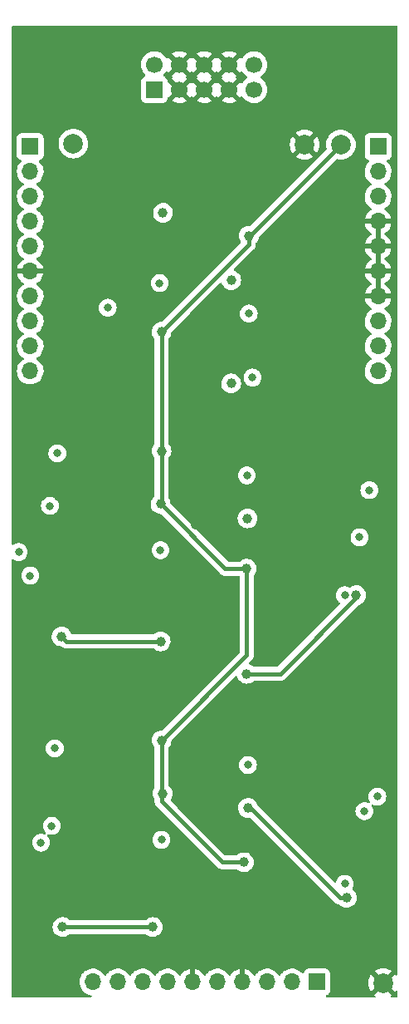
<source format=gbr>
%TF.GenerationSoftware,KiCad,Pcbnew,(6.0.11)*%
%TF.CreationDate,2023-07-04T16:35:11+01:00*%
%TF.ProjectId,Quilter_Components,5175696c-7465-4725-9f43-6f6d706f6e65,rev?*%
%TF.SameCoordinates,Original*%
%TF.FileFunction,Copper,L3,Inr*%
%TF.FilePolarity,Positive*%
%FSLAX46Y46*%
G04 Gerber Fmt 4.6, Leading zero omitted, Abs format (unit mm)*
G04 Created by KiCad (PCBNEW (6.0.11)) date 2023-07-04 16:35:11*
%MOMM*%
%LPD*%
G01*
G04 APERTURE LIST*
%TA.AperFunction,ComponentPad*%
%ADD10R,1.700000X1.700000*%
%TD*%
%TA.AperFunction,ComponentPad*%
%ADD11C,1.700000*%
%TD*%
%TA.AperFunction,ComponentPad*%
%ADD12C,2.000000*%
%TD*%
%TA.AperFunction,ComponentPad*%
%ADD13O,1.700000X1.700000*%
%TD*%
%TA.AperFunction,ViaPad*%
%ADD14C,1.000000*%
%TD*%
%TA.AperFunction,ViaPad*%
%ADD15C,0.800000*%
%TD*%
%TA.AperFunction,Conductor*%
%ADD16C,0.400000*%
%TD*%
G04 APERTURE END LIST*
D10*
%TO.N,/-12V_IN*%
%TO.C,J4*%
X65060000Y-57000000D03*
D11*
X65060000Y-54460000D03*
%TO.N,GND*%
X67600000Y-57000000D03*
X67600000Y-54460000D03*
X70140000Y-57000000D03*
X70140000Y-54460000D03*
X72680000Y-57000000D03*
X72680000Y-54460000D03*
%TO.N,/+12V_IN*%
X75220000Y-57000000D03*
X75220000Y-54460000D03*
%TD*%
D12*
%TO.N,-12V*%
%TO.C,TP2*%
X56800000Y-62500000D03*
%TD*%
%TO.N,GND*%
%TO.C,TP4*%
X80400000Y-62600000D03*
%TD*%
%TO.N,+12V*%
%TO.C,TP1*%
X84100000Y-62600000D03*
%TD*%
%TO.N,GND*%
%TO.C,TP3*%
X88400000Y-148000000D03*
%TD*%
D10*
%TO.N,/AUDIO_IN3*%
%TO.C,J3*%
X81650000Y-147900000D03*
D13*
%TO.N,/FREQ_V_OCT4*%
X79110000Y-147900000D03*
%TO.N,/FREQ_CV_DAMP4*%
X76570000Y-147900000D03*
%TO.N,GND*%
X74030000Y-147900000D03*
%TO.N,/AUDIO_IN4*%
X71490000Y-147900000D03*
%TO.N,GND*%
X68950000Y-147900000D03*
%TO.N,/FREQ_CV_DAMP1*%
X66410000Y-147900000D03*
%TO.N,/FREQ_JACK*%
X63870000Y-147900000D03*
%TO.N,/FREQ_CV_DAMP3*%
X61330000Y-147900000D03*
%TO.N,/FREQ_V_OCT3*%
X58790000Y-147900000D03*
%TD*%
D10*
%TO.N,/FREQ_POT_-5V*%
%TO.C,J1*%
X52400000Y-62800000D03*
D13*
%TO.N,/AUDIO_BUFF2*%
X52400000Y-65340000D03*
%TO.N,/AUDIO_BUFF4*%
X52400000Y-67880000D03*
%TO.N,/FREQ_POT_5V*%
X52400000Y-70420000D03*
%TO.N,/FREQ_POT*%
X52400000Y-72960000D03*
%TO.N,GND*%
X52400000Y-75500000D03*
%TO.N,/FREQ_V_OCT1*%
X52400000Y-78040000D03*
%TO.N,/Q_POT*%
X52400000Y-80580000D03*
%TO.N,/AUDIO_MIX*%
X52400000Y-83120000D03*
%TO.N,/AUDIO_IN2*%
X52400000Y-85660000D03*
%TD*%
D10*
%TO.N,+12V*%
%TO.C,J2*%
X87900000Y-62800000D03*
D13*
%TO.N,/AUDIO_BUFF1*%
X87900000Y-65340000D03*
%TO.N,/AUDIO_BUFF3*%
X87900000Y-67880000D03*
%TO.N,GND*%
X87900000Y-70420000D03*
X87900000Y-72960000D03*
X87900000Y-75500000D03*
X87900000Y-78040000D03*
%TO.N,/AUDIO_IN1*%
X87900000Y-80580000D03*
%TO.N,/FREQ_CV_DAMP2*%
X87900000Y-83120000D03*
%TO.N,/FREQ_V_OCT2*%
X87900000Y-85660000D03*
%TD*%
D14*
%TO.N,+12V*%
X74200000Y-135700000D03*
X65800000Y-123300000D03*
X65700000Y-99200000D03*
X74500000Y-105800000D03*
X65800000Y-81662502D03*
X65800000Y-93800000D03*
X74700000Y-71900000D03*
X65900000Y-128700000D03*
D15*
%TO.N,GND*%
X85500000Y-122500000D03*
X69200000Y-128300000D03*
X61500000Y-135800000D03*
X71300000Y-69200000D03*
X78900000Y-88400000D03*
X61500000Y-106300000D03*
X78900000Y-125100000D03*
X61500000Y-70200000D03*
X78900000Y-130400000D03*
X61600000Y-123300000D03*
X71700000Y-141400000D03*
X67600000Y-87600000D03*
X69100000Y-69100000D03*
X66312299Y-71687701D03*
X61500000Y-111700000D03*
X79000000Y-78000000D03*
X85600000Y-93000000D03*
X54800000Y-135300000D03*
X78900000Y-135800000D03*
X69200000Y-101400000D03*
X71200000Y-98800000D03*
X61500000Y-99200000D03*
X61600000Y-82387500D03*
X61500000Y-128700000D03*
X78800000Y-100900000D03*
X71200000Y-130900000D03*
X61500000Y-93800000D03*
X54700000Y-125700000D03*
X72800000Y-112700000D03*
X71400000Y-80000000D03*
X79200000Y-71700000D03*
X81600000Y-105800000D03*
X54800000Y-105800000D03*
X78800000Y-95600000D03*
X71200000Y-128300000D03*
X69200000Y-98800000D03*
X78800000Y-106300000D03*
X81600000Y-135300000D03*
X57200000Y-73200000D03*
X54700000Y-122500000D03*
X69200000Y-130900000D03*
X66100000Y-78700000D03*
X61600000Y-141200000D03*
X54800000Y-96200000D03*
X71200000Y-101400000D03*
X78900000Y-117900000D03*
X71300000Y-71600000D03*
D14*
%TO.N,-12V*%
X64900000Y-142300000D03*
X72900000Y-76400000D03*
X74570000Y-100670000D03*
X72899999Y-86924499D03*
X84700000Y-139300000D03*
X55600000Y-112700000D03*
X74630000Y-130170000D03*
X55700000Y-142300000D03*
X65950000Y-69550000D03*
X85675500Y-108500000D03*
X65700000Y-113200000D03*
X74500000Y-116500000D03*
D15*
%TO.N,/AUDIO_IN2*%
X52399999Y-106499999D03*
%TO.N,/FREQ_POT*%
X51225000Y-104100000D03*
X87000000Y-97800000D03*
X87821710Y-129002889D03*
X53500000Y-133700000D03*
%TO.N,/Q_POT*%
X55162299Y-94037701D03*
X84500000Y-137900000D03*
X84500000Y-108500000D03*
X54900000Y-124100000D03*
%TO.N,/FREQ_JACK*%
X54400000Y-99400000D03*
X86000000Y-102600000D03*
X86500000Y-130500000D03*
X54600000Y-132000000D03*
%TO.N,Net-(C10-Pad1)*%
X74700000Y-79800000D03*
X74510000Y-96290000D03*
%TO.N,Net-(C18-Pad1)*%
X65690000Y-103910000D03*
X65600000Y-76700000D03*
%TO.N,Net-(C26-Pad1)*%
X74610000Y-125790000D03*
X75081187Y-86324500D03*
%TO.N,Net-(C34-Pad1)*%
X60312500Y-79212500D03*
X65790000Y-133410000D03*
%TD*%
D16*
%TO.N,+12V*%
X74700000Y-72762502D02*
X74700000Y-71900000D01*
X65800000Y-129500000D02*
X72000000Y-135700000D01*
X65800000Y-99300000D02*
X72300000Y-105800000D01*
X65800000Y-93800000D02*
X65800000Y-99300000D01*
X74800000Y-71900000D02*
X74700000Y-71900000D01*
X74500000Y-105800000D02*
X74500000Y-114600000D01*
X84100000Y-62600000D02*
X74800000Y-71900000D01*
X65800000Y-93800000D02*
X65800000Y-81662502D01*
X72000000Y-135700000D02*
X74200000Y-135700000D01*
X65800000Y-81662502D02*
X74700000Y-72762502D01*
X74500000Y-114600000D02*
X65800000Y-123300000D01*
X72300000Y-105800000D02*
X74500000Y-105800000D01*
X65800000Y-123300000D02*
X65800000Y-129500000D01*
%TO.N,-12V*%
X74500000Y-116500000D02*
X77900000Y-116500000D01*
X56100000Y-113200000D02*
X55600000Y-112700000D01*
X77900000Y-116500000D02*
X85700000Y-108700000D01*
X84700000Y-139300000D02*
X84000000Y-139300000D01*
X65700000Y-113200000D02*
X56100000Y-113200000D01*
X64845000Y-142300000D02*
X55700000Y-142300000D01*
X84000000Y-139300000D02*
X74870000Y-130170000D01*
X74870000Y-130170000D02*
X74630000Y-130170000D01*
%TD*%
%TA.AperFunction,Conductor*%
%TO.N,GND*%
G36*
X89833621Y-50528502D02*
G01*
X89880114Y-50582158D01*
X89891500Y-50634500D01*
X89891500Y-147101013D01*
X89871498Y-147169134D01*
X89817842Y-147215627D01*
X89747568Y-147225731D01*
X89682988Y-147196237D01*
X89658068Y-147166849D01*
X89642567Y-147141554D01*
X89632110Y-147132093D01*
X89623334Y-147135876D01*
X88772022Y-147987188D01*
X88764408Y-148001132D01*
X88764539Y-148002965D01*
X88768790Y-148009580D01*
X89620290Y-148861080D01*
X89632670Y-148867840D01*
X89640319Y-148862114D01*
X89658068Y-148833151D01*
X89710716Y-148785520D01*
X89780757Y-148773914D01*
X89845955Y-148802018D01*
X89885608Y-148860909D01*
X89891500Y-148898987D01*
X89891500Y-149365500D01*
X89871498Y-149433621D01*
X89817842Y-149480114D01*
X89765500Y-149491500D01*
X89298987Y-149491500D01*
X89230866Y-149471498D01*
X89184373Y-149417842D01*
X89174269Y-149347568D01*
X89203763Y-149282988D01*
X89233151Y-149258068D01*
X89258446Y-149242567D01*
X89267907Y-149232110D01*
X89264124Y-149223334D01*
X88412812Y-148372022D01*
X88398868Y-148364408D01*
X88397035Y-148364539D01*
X88390420Y-148368790D01*
X87538920Y-149220290D01*
X87532160Y-149232670D01*
X87537886Y-149240319D01*
X87566849Y-149258068D01*
X87614480Y-149310716D01*
X87626086Y-149380757D01*
X87597982Y-149445955D01*
X87539091Y-149485608D01*
X87501013Y-149491500D01*
X82665821Y-149491500D01*
X82597700Y-149471498D01*
X82551207Y-149417842D01*
X82541103Y-149347568D01*
X82570597Y-149282988D01*
X82621592Y-149247518D01*
X82738295Y-149203768D01*
X82738296Y-149203767D01*
X82746705Y-149200615D01*
X82863261Y-149113261D01*
X82950615Y-148996705D01*
X83001745Y-148860316D01*
X83008500Y-148798134D01*
X83008500Y-148004930D01*
X86887725Y-148004930D01*
X86905572Y-148231699D01*
X86907115Y-148241446D01*
X86960217Y-148462627D01*
X86963266Y-148472012D01*
X87050313Y-148682163D01*
X87054795Y-148690958D01*
X87157432Y-148858445D01*
X87167890Y-148867907D01*
X87176666Y-148864124D01*
X88027978Y-148012812D01*
X88035592Y-147998868D01*
X88035461Y-147997035D01*
X88031210Y-147990420D01*
X87179710Y-147138920D01*
X87167330Y-147132160D01*
X87159680Y-147137887D01*
X87054795Y-147309042D01*
X87050313Y-147317837D01*
X86963266Y-147527988D01*
X86960217Y-147537373D01*
X86907115Y-147758554D01*
X86905572Y-147768301D01*
X86887725Y-147995070D01*
X86887725Y-148004930D01*
X83008500Y-148004930D01*
X83008500Y-147001866D01*
X83001745Y-146939684D01*
X82950615Y-146803295D01*
X82924080Y-146767890D01*
X87532093Y-146767890D01*
X87535876Y-146776666D01*
X88387188Y-147627978D01*
X88401132Y-147635592D01*
X88402965Y-147635461D01*
X88409580Y-147631210D01*
X89261080Y-146779710D01*
X89267840Y-146767330D01*
X89262113Y-146759680D01*
X89090958Y-146654795D01*
X89082163Y-146650313D01*
X88872012Y-146563266D01*
X88862627Y-146560217D01*
X88641446Y-146507115D01*
X88631699Y-146505572D01*
X88404930Y-146487725D01*
X88395070Y-146487725D01*
X88168301Y-146505572D01*
X88158554Y-146507115D01*
X87937373Y-146560217D01*
X87927988Y-146563266D01*
X87717837Y-146650313D01*
X87709042Y-146654795D01*
X87541555Y-146757432D01*
X87532093Y-146767890D01*
X82924080Y-146767890D01*
X82863261Y-146686739D01*
X82746705Y-146599385D01*
X82610316Y-146548255D01*
X82548134Y-146541500D01*
X80751866Y-146541500D01*
X80689684Y-146548255D01*
X80553295Y-146599385D01*
X80436739Y-146686739D01*
X80349385Y-146803295D01*
X80346233Y-146811703D01*
X80304919Y-146921907D01*
X80262277Y-146978671D01*
X80195716Y-147003371D01*
X80126367Y-146988163D01*
X80093743Y-146962476D01*
X80043151Y-146906875D01*
X80043142Y-146906866D01*
X80039670Y-146903051D01*
X80035619Y-146899852D01*
X80035615Y-146899848D01*
X79868414Y-146767800D01*
X79868410Y-146767798D01*
X79864359Y-146764598D01*
X79828028Y-146744542D01*
X79812136Y-146735769D01*
X79668789Y-146656638D01*
X79663920Y-146654914D01*
X79663916Y-146654912D01*
X79463087Y-146583795D01*
X79463083Y-146583794D01*
X79458212Y-146582069D01*
X79453119Y-146581162D01*
X79453116Y-146581161D01*
X79243373Y-146543800D01*
X79243367Y-146543799D01*
X79238284Y-146542894D01*
X79164452Y-146541992D01*
X79020081Y-146540228D01*
X79020079Y-146540228D01*
X79014911Y-146540165D01*
X78794091Y-146573955D01*
X78581756Y-146643357D01*
X78383607Y-146746507D01*
X78379474Y-146749610D01*
X78379471Y-146749612D01*
X78209100Y-146877530D01*
X78204965Y-146880635D01*
X78179541Y-146907240D01*
X78111280Y-146978671D01*
X78050629Y-147042138D01*
X77943201Y-147199621D01*
X77888293Y-147244621D01*
X77817768Y-147252792D01*
X77754021Y-147221538D01*
X77733324Y-147197054D01*
X77652822Y-147072617D01*
X77652820Y-147072614D01*
X77650014Y-147068277D01*
X77499670Y-146903051D01*
X77495619Y-146899852D01*
X77495615Y-146899848D01*
X77328414Y-146767800D01*
X77328410Y-146767798D01*
X77324359Y-146764598D01*
X77288028Y-146744542D01*
X77272136Y-146735769D01*
X77128789Y-146656638D01*
X77123920Y-146654914D01*
X77123916Y-146654912D01*
X76923087Y-146583795D01*
X76923083Y-146583794D01*
X76918212Y-146582069D01*
X76913119Y-146581162D01*
X76913116Y-146581161D01*
X76703373Y-146543800D01*
X76703367Y-146543799D01*
X76698284Y-146542894D01*
X76624452Y-146541992D01*
X76480081Y-146540228D01*
X76480079Y-146540228D01*
X76474911Y-146540165D01*
X76254091Y-146573955D01*
X76041756Y-146643357D01*
X75843607Y-146746507D01*
X75839474Y-146749610D01*
X75839471Y-146749612D01*
X75669100Y-146877530D01*
X75664965Y-146880635D01*
X75639541Y-146907240D01*
X75571280Y-146978671D01*
X75510629Y-147042138D01*
X75403204Y-147199618D01*
X75402898Y-147200066D01*
X75347987Y-147245069D01*
X75277462Y-147253240D01*
X75213715Y-147221986D01*
X75193018Y-147197502D01*
X75112426Y-147072926D01*
X75106136Y-147064757D01*
X74962806Y-146907240D01*
X74955273Y-146900215D01*
X74788139Y-146768222D01*
X74779552Y-146762517D01*
X74593117Y-146659599D01*
X74583705Y-146655369D01*
X74382959Y-146584280D01*
X74372988Y-146581646D01*
X74301837Y-146568972D01*
X74288540Y-146570432D01*
X74284000Y-146584989D01*
X74284000Y-148028000D01*
X74263998Y-148096121D01*
X74210342Y-148142614D01*
X74158000Y-148154000D01*
X73902000Y-148154000D01*
X73833879Y-148133998D01*
X73787386Y-148080342D01*
X73776000Y-148028000D01*
X73776000Y-146583102D01*
X73772082Y-146569758D01*
X73757806Y-146567771D01*
X73719324Y-146573660D01*
X73709288Y-146576051D01*
X73506868Y-146642212D01*
X73497359Y-146646209D01*
X73308463Y-146744542D01*
X73299738Y-146750036D01*
X73129433Y-146877905D01*
X73121726Y-146884748D01*
X72974590Y-147038717D01*
X72968109Y-147046722D01*
X72863498Y-147200074D01*
X72808587Y-147245076D01*
X72738062Y-147253247D01*
X72674315Y-147221993D01*
X72653618Y-147197509D01*
X72572822Y-147072617D01*
X72572820Y-147072614D01*
X72570014Y-147068277D01*
X72419670Y-146903051D01*
X72415619Y-146899852D01*
X72415615Y-146899848D01*
X72248414Y-146767800D01*
X72248410Y-146767798D01*
X72244359Y-146764598D01*
X72208028Y-146744542D01*
X72192136Y-146735769D01*
X72048789Y-146656638D01*
X72043920Y-146654914D01*
X72043916Y-146654912D01*
X71843087Y-146583795D01*
X71843083Y-146583794D01*
X71838212Y-146582069D01*
X71833119Y-146581162D01*
X71833116Y-146581161D01*
X71623373Y-146543800D01*
X71623367Y-146543799D01*
X71618284Y-146542894D01*
X71544452Y-146541992D01*
X71400081Y-146540228D01*
X71400079Y-146540228D01*
X71394911Y-146540165D01*
X71174091Y-146573955D01*
X70961756Y-146643357D01*
X70763607Y-146746507D01*
X70759474Y-146749610D01*
X70759471Y-146749612D01*
X70589100Y-146877530D01*
X70584965Y-146880635D01*
X70559541Y-146907240D01*
X70491280Y-146978671D01*
X70430629Y-147042138D01*
X70323204Y-147199618D01*
X70322898Y-147200066D01*
X70267987Y-147245069D01*
X70197462Y-147253240D01*
X70133715Y-147221986D01*
X70113018Y-147197502D01*
X70032426Y-147072926D01*
X70026136Y-147064757D01*
X69882806Y-146907240D01*
X69875273Y-146900215D01*
X69708139Y-146768222D01*
X69699552Y-146762517D01*
X69513117Y-146659599D01*
X69503705Y-146655369D01*
X69302959Y-146584280D01*
X69292988Y-146581646D01*
X69221837Y-146568972D01*
X69208540Y-146570432D01*
X69204000Y-146584989D01*
X69204000Y-148028000D01*
X69183998Y-148096121D01*
X69130342Y-148142614D01*
X69078000Y-148154000D01*
X68822000Y-148154000D01*
X68753879Y-148133998D01*
X68707386Y-148080342D01*
X68696000Y-148028000D01*
X68696000Y-146583102D01*
X68692082Y-146569758D01*
X68677806Y-146567771D01*
X68639324Y-146573660D01*
X68629288Y-146576051D01*
X68426868Y-146642212D01*
X68417359Y-146646209D01*
X68228463Y-146744542D01*
X68219738Y-146750036D01*
X68049433Y-146877905D01*
X68041726Y-146884748D01*
X67894590Y-147038717D01*
X67888109Y-147046722D01*
X67783498Y-147200074D01*
X67728587Y-147245076D01*
X67658062Y-147253247D01*
X67594315Y-147221993D01*
X67573618Y-147197509D01*
X67492822Y-147072617D01*
X67492820Y-147072614D01*
X67490014Y-147068277D01*
X67339670Y-146903051D01*
X67335619Y-146899852D01*
X67335615Y-146899848D01*
X67168414Y-146767800D01*
X67168410Y-146767798D01*
X67164359Y-146764598D01*
X67128028Y-146744542D01*
X67112136Y-146735769D01*
X66968789Y-146656638D01*
X66963920Y-146654914D01*
X66963916Y-146654912D01*
X66763087Y-146583795D01*
X66763083Y-146583794D01*
X66758212Y-146582069D01*
X66753119Y-146581162D01*
X66753116Y-146581161D01*
X66543373Y-146543800D01*
X66543367Y-146543799D01*
X66538284Y-146542894D01*
X66464452Y-146541992D01*
X66320081Y-146540228D01*
X66320079Y-146540228D01*
X66314911Y-146540165D01*
X66094091Y-146573955D01*
X65881756Y-146643357D01*
X65683607Y-146746507D01*
X65679474Y-146749610D01*
X65679471Y-146749612D01*
X65509100Y-146877530D01*
X65504965Y-146880635D01*
X65479541Y-146907240D01*
X65411280Y-146978671D01*
X65350629Y-147042138D01*
X65243201Y-147199621D01*
X65188293Y-147244621D01*
X65117768Y-147252792D01*
X65054021Y-147221538D01*
X65033324Y-147197054D01*
X64952822Y-147072617D01*
X64952820Y-147072614D01*
X64950014Y-147068277D01*
X64799670Y-146903051D01*
X64795619Y-146899852D01*
X64795615Y-146899848D01*
X64628414Y-146767800D01*
X64628410Y-146767798D01*
X64624359Y-146764598D01*
X64588028Y-146744542D01*
X64572136Y-146735769D01*
X64428789Y-146656638D01*
X64423920Y-146654914D01*
X64423916Y-146654912D01*
X64223087Y-146583795D01*
X64223083Y-146583794D01*
X64218212Y-146582069D01*
X64213119Y-146581162D01*
X64213116Y-146581161D01*
X64003373Y-146543800D01*
X64003367Y-146543799D01*
X63998284Y-146542894D01*
X63924452Y-146541992D01*
X63780081Y-146540228D01*
X63780079Y-146540228D01*
X63774911Y-146540165D01*
X63554091Y-146573955D01*
X63341756Y-146643357D01*
X63143607Y-146746507D01*
X63139474Y-146749610D01*
X63139471Y-146749612D01*
X62969100Y-146877530D01*
X62964965Y-146880635D01*
X62939541Y-146907240D01*
X62871280Y-146978671D01*
X62810629Y-147042138D01*
X62703201Y-147199621D01*
X62648293Y-147244621D01*
X62577768Y-147252792D01*
X62514021Y-147221538D01*
X62493324Y-147197054D01*
X62412822Y-147072617D01*
X62412820Y-147072614D01*
X62410014Y-147068277D01*
X62259670Y-146903051D01*
X62255619Y-146899852D01*
X62255615Y-146899848D01*
X62088414Y-146767800D01*
X62088410Y-146767798D01*
X62084359Y-146764598D01*
X62048028Y-146744542D01*
X62032136Y-146735769D01*
X61888789Y-146656638D01*
X61883920Y-146654914D01*
X61883916Y-146654912D01*
X61683087Y-146583795D01*
X61683083Y-146583794D01*
X61678212Y-146582069D01*
X61673119Y-146581162D01*
X61673116Y-146581161D01*
X61463373Y-146543800D01*
X61463367Y-146543799D01*
X61458284Y-146542894D01*
X61384452Y-146541992D01*
X61240081Y-146540228D01*
X61240079Y-146540228D01*
X61234911Y-146540165D01*
X61014091Y-146573955D01*
X60801756Y-146643357D01*
X60603607Y-146746507D01*
X60599474Y-146749610D01*
X60599471Y-146749612D01*
X60429100Y-146877530D01*
X60424965Y-146880635D01*
X60399541Y-146907240D01*
X60331280Y-146978671D01*
X60270629Y-147042138D01*
X60163201Y-147199621D01*
X60108293Y-147244621D01*
X60037768Y-147252792D01*
X59974021Y-147221538D01*
X59953324Y-147197054D01*
X59872822Y-147072617D01*
X59872820Y-147072614D01*
X59870014Y-147068277D01*
X59719670Y-146903051D01*
X59715619Y-146899852D01*
X59715615Y-146899848D01*
X59548414Y-146767800D01*
X59548410Y-146767798D01*
X59544359Y-146764598D01*
X59508028Y-146744542D01*
X59492136Y-146735769D01*
X59348789Y-146656638D01*
X59343920Y-146654914D01*
X59343916Y-146654912D01*
X59143087Y-146583795D01*
X59143083Y-146583794D01*
X59138212Y-146582069D01*
X59133119Y-146581162D01*
X59133116Y-146581161D01*
X58923373Y-146543800D01*
X58923367Y-146543799D01*
X58918284Y-146542894D01*
X58844452Y-146541992D01*
X58700081Y-146540228D01*
X58700079Y-146540228D01*
X58694911Y-146540165D01*
X58474091Y-146573955D01*
X58261756Y-146643357D01*
X58063607Y-146746507D01*
X58059474Y-146749610D01*
X58059471Y-146749612D01*
X57889100Y-146877530D01*
X57884965Y-146880635D01*
X57859541Y-146907240D01*
X57791280Y-146978671D01*
X57730629Y-147042138D01*
X57604743Y-147226680D01*
X57510688Y-147429305D01*
X57450989Y-147644570D01*
X57427251Y-147866695D01*
X57427548Y-147871848D01*
X57427548Y-147871851D01*
X57435676Y-148012812D01*
X57440110Y-148089715D01*
X57441247Y-148094761D01*
X57441248Y-148094767D01*
X57452031Y-148142614D01*
X57489222Y-148307639D01*
X57573266Y-148514616D01*
X57610685Y-148575678D01*
X57687291Y-148700688D01*
X57689987Y-148705088D01*
X57836250Y-148873938D01*
X58008126Y-149016632D01*
X58201000Y-149129338D01*
X58409692Y-149209030D01*
X58414760Y-149210061D01*
X58414763Y-149210062D01*
X58571891Y-149242030D01*
X58634656Y-149275211D01*
X58669518Y-149337059D01*
X58665409Y-149407937D01*
X58623632Y-149465341D01*
X58557453Y-149491046D01*
X58546770Y-149491500D01*
X50634500Y-149491500D01*
X50566379Y-149471498D01*
X50519886Y-149417842D01*
X50508500Y-149365500D01*
X50508500Y-142285851D01*
X54686719Y-142285851D01*
X54703268Y-142482934D01*
X54757783Y-142673050D01*
X54848187Y-142848956D01*
X54971035Y-143003953D01*
X55121650Y-143132136D01*
X55294294Y-143228624D01*
X55482392Y-143289740D01*
X55678777Y-143313158D01*
X55684912Y-143312686D01*
X55684914Y-143312686D01*
X55869830Y-143298457D01*
X55869834Y-143298456D01*
X55875972Y-143297984D01*
X56066463Y-143244798D01*
X56071967Y-143242018D01*
X56071969Y-143242017D01*
X56237495Y-143158404D01*
X56237497Y-143158403D01*
X56242996Y-143155625D01*
X56397119Y-143035211D01*
X56463113Y-143009033D01*
X56474692Y-143008500D01*
X64130019Y-143008500D01*
X64198140Y-143028502D01*
X64211682Y-143038546D01*
X64321650Y-143132136D01*
X64494294Y-143228624D01*
X64682392Y-143289740D01*
X64878777Y-143313158D01*
X64884912Y-143312686D01*
X64884914Y-143312686D01*
X65069830Y-143298457D01*
X65069834Y-143298456D01*
X65075972Y-143297984D01*
X65266463Y-143244798D01*
X65271967Y-143242018D01*
X65271969Y-143242017D01*
X65437495Y-143158404D01*
X65437497Y-143158403D01*
X65442996Y-143155625D01*
X65574146Y-143053160D01*
X65593991Y-143037655D01*
X65598847Y-143033861D01*
X65728078Y-142884145D01*
X65825769Y-142712179D01*
X65888197Y-142524513D01*
X65912985Y-142328295D01*
X65913380Y-142300000D01*
X65894080Y-142103167D01*
X65836916Y-141913831D01*
X65744066Y-141739204D01*
X65673709Y-141652938D01*
X65622960Y-141590713D01*
X65622957Y-141590710D01*
X65619065Y-141585938D01*
X65612724Y-141580692D01*
X65471425Y-141463799D01*
X65471421Y-141463797D01*
X65466675Y-141459870D01*
X65292701Y-141365802D01*
X65103768Y-141307318D01*
X65097643Y-141306674D01*
X65097642Y-141306674D01*
X64913204Y-141287289D01*
X64913202Y-141287289D01*
X64907075Y-141286645D01*
X64824576Y-141294153D01*
X64716251Y-141304011D01*
X64716248Y-141304012D01*
X64710112Y-141304570D01*
X64704206Y-141306308D01*
X64704202Y-141306309D01*
X64599076Y-141337249D01*
X64520381Y-141360410D01*
X64514923Y-141363263D01*
X64514919Y-141363265D01*
X64424147Y-141410720D01*
X64345110Y-141452040D01*
X64206236Y-141563698D01*
X64140616Y-141590793D01*
X64127286Y-141591500D01*
X56471151Y-141591500D01*
X56403030Y-141571498D01*
X56390836Y-141562585D01*
X56271425Y-141463799D01*
X56271421Y-141463797D01*
X56266675Y-141459870D01*
X56092701Y-141365802D01*
X55903768Y-141307318D01*
X55897643Y-141306674D01*
X55897642Y-141306674D01*
X55713204Y-141287289D01*
X55713202Y-141287289D01*
X55707075Y-141286645D01*
X55624576Y-141294153D01*
X55516251Y-141304011D01*
X55516248Y-141304012D01*
X55510112Y-141304570D01*
X55504206Y-141306308D01*
X55504202Y-141306309D01*
X55399076Y-141337249D01*
X55320381Y-141360410D01*
X55314923Y-141363263D01*
X55314919Y-141363265D01*
X55224147Y-141410720D01*
X55145110Y-141452040D01*
X54990975Y-141575968D01*
X54863846Y-141727474D01*
X54860879Y-141732872D01*
X54860875Y-141732877D01*
X54857397Y-141739204D01*
X54768567Y-141900787D01*
X54766706Y-141906654D01*
X54766705Y-141906656D01*
X54710627Y-142083436D01*
X54708765Y-142089306D01*
X54686719Y-142285851D01*
X50508500Y-142285851D01*
X50508500Y-133700000D01*
X52586496Y-133700000D01*
X52606458Y-133889928D01*
X52665473Y-134071556D01*
X52668776Y-134077278D01*
X52668777Y-134077279D01*
X52675467Y-134088866D01*
X52760960Y-134236944D01*
X52888747Y-134378866D01*
X53043248Y-134491118D01*
X53049276Y-134493802D01*
X53049278Y-134493803D01*
X53211681Y-134566109D01*
X53217712Y-134568794D01*
X53311113Y-134588647D01*
X53398056Y-134607128D01*
X53398061Y-134607128D01*
X53404513Y-134608500D01*
X53595487Y-134608500D01*
X53601939Y-134607128D01*
X53601944Y-134607128D01*
X53688887Y-134588647D01*
X53782288Y-134568794D01*
X53788319Y-134566109D01*
X53950722Y-134493803D01*
X53950724Y-134493802D01*
X53956752Y-134491118D01*
X54111253Y-134378866D01*
X54239040Y-134236944D01*
X54324533Y-134088866D01*
X54331223Y-134077279D01*
X54331224Y-134077278D01*
X54334527Y-134071556D01*
X54393542Y-133889928D01*
X54413504Y-133700000D01*
X54393542Y-133510072D01*
X54361026Y-133410000D01*
X64876496Y-133410000D01*
X64896458Y-133599928D01*
X64955473Y-133781556D01*
X65050960Y-133946944D01*
X65178747Y-134088866D01*
X65333248Y-134201118D01*
X65339276Y-134203802D01*
X65339278Y-134203803D01*
X65501681Y-134276109D01*
X65507712Y-134278794D01*
X65601113Y-134298647D01*
X65688056Y-134317128D01*
X65688061Y-134317128D01*
X65694513Y-134318500D01*
X65885487Y-134318500D01*
X65891939Y-134317128D01*
X65891944Y-134317128D01*
X65978887Y-134298647D01*
X66072288Y-134278794D01*
X66078319Y-134276109D01*
X66240722Y-134203803D01*
X66240724Y-134203802D01*
X66246752Y-134201118D01*
X66401253Y-134088866D01*
X66529040Y-133946944D01*
X66624527Y-133781556D01*
X66683542Y-133599928D01*
X66703504Y-133410000D01*
X66683542Y-133220072D01*
X66624527Y-133038444D01*
X66617369Y-133026045D01*
X66549724Y-132908882D01*
X66529040Y-132873056D01*
X66513984Y-132856334D01*
X66405675Y-132736045D01*
X66405674Y-132736044D01*
X66401253Y-132731134D01*
X66246752Y-132618882D01*
X66240724Y-132616198D01*
X66240722Y-132616197D01*
X66078319Y-132543891D01*
X66078318Y-132543891D01*
X66072288Y-132541206D01*
X65978888Y-132521353D01*
X65891944Y-132502872D01*
X65891939Y-132502872D01*
X65885487Y-132501500D01*
X65694513Y-132501500D01*
X65688061Y-132502872D01*
X65688056Y-132502872D01*
X65601112Y-132521353D01*
X65507712Y-132541206D01*
X65501682Y-132543891D01*
X65501681Y-132543891D01*
X65339278Y-132616197D01*
X65339276Y-132616198D01*
X65333248Y-132618882D01*
X65178747Y-132731134D01*
X65174326Y-132736044D01*
X65174325Y-132736045D01*
X65066017Y-132856334D01*
X65050960Y-132873056D01*
X65030276Y-132908882D01*
X64962632Y-133026045D01*
X64955473Y-133038444D01*
X64896458Y-133220072D01*
X64876496Y-133410000D01*
X54361026Y-133410000D01*
X54334527Y-133328444D01*
X54239040Y-133163056D01*
X54140803Y-133053952D01*
X54110086Y-132989945D01*
X54118851Y-132919492D01*
X54164314Y-132864961D01*
X54232042Y-132843666D01*
X54285690Y-132854537D01*
X54311677Y-132866108D01*
X54311685Y-132866111D01*
X54317712Y-132868794D01*
X54411113Y-132888647D01*
X54498056Y-132907128D01*
X54498061Y-132907128D01*
X54504513Y-132908500D01*
X54695487Y-132908500D01*
X54701939Y-132907128D01*
X54701944Y-132907128D01*
X54788887Y-132888647D01*
X54882288Y-132868794D01*
X54938727Y-132843666D01*
X55050722Y-132793803D01*
X55050724Y-132793802D01*
X55056752Y-132791118D01*
X55071356Y-132780508D01*
X55132553Y-132736045D01*
X55211253Y-132678866D01*
X55265263Y-132618882D01*
X55334621Y-132541852D01*
X55334622Y-132541851D01*
X55339040Y-132536944D01*
X55434527Y-132371556D01*
X55493542Y-132189928D01*
X55513504Y-132000000D01*
X55493542Y-131810072D01*
X55434527Y-131628444D01*
X55339040Y-131463056D01*
X55211253Y-131321134D01*
X55056752Y-131208882D01*
X55050724Y-131206198D01*
X55050722Y-131206197D01*
X54888319Y-131133891D01*
X54888318Y-131133891D01*
X54882288Y-131131206D01*
X54788888Y-131111353D01*
X54701944Y-131092872D01*
X54701939Y-131092872D01*
X54695487Y-131091500D01*
X54504513Y-131091500D01*
X54498061Y-131092872D01*
X54498056Y-131092872D01*
X54411112Y-131111353D01*
X54317712Y-131131206D01*
X54311682Y-131133891D01*
X54311681Y-131133891D01*
X54149278Y-131206197D01*
X54149276Y-131206198D01*
X54143248Y-131208882D01*
X53988747Y-131321134D01*
X53860960Y-131463056D01*
X53765473Y-131628444D01*
X53706458Y-131810072D01*
X53686496Y-132000000D01*
X53706458Y-132189928D01*
X53765473Y-132371556D01*
X53860960Y-132536944D01*
X53938232Y-132622763D01*
X53959197Y-132646047D01*
X53989914Y-132710055D01*
X53981149Y-132780508D01*
X53935686Y-132835039D01*
X53867958Y-132856334D01*
X53814310Y-132845463D01*
X53788323Y-132833892D01*
X53788315Y-132833889D01*
X53782288Y-132831206D01*
X53688887Y-132811353D01*
X53601944Y-132792872D01*
X53601939Y-132792872D01*
X53595487Y-132791500D01*
X53404513Y-132791500D01*
X53398061Y-132792872D01*
X53398056Y-132792872D01*
X53311113Y-132811353D01*
X53217712Y-132831206D01*
X53211682Y-132833891D01*
X53211681Y-132833891D01*
X53049278Y-132906197D01*
X53049276Y-132906198D01*
X53043248Y-132908882D01*
X53037907Y-132912762D01*
X53037906Y-132912763D01*
X52987843Y-132949136D01*
X52888747Y-133021134D01*
X52760960Y-133163056D01*
X52665473Y-133328444D01*
X52606458Y-133510072D01*
X52586496Y-133700000D01*
X50508500Y-133700000D01*
X50508500Y-124100000D01*
X53986496Y-124100000D01*
X54006458Y-124289928D01*
X54065473Y-124471556D01*
X54160960Y-124636944D01*
X54288747Y-124778866D01*
X54443248Y-124891118D01*
X54449276Y-124893802D01*
X54449278Y-124893803D01*
X54611681Y-124966109D01*
X54617712Y-124968794D01*
X54711112Y-124988647D01*
X54798056Y-125007128D01*
X54798061Y-125007128D01*
X54804513Y-125008500D01*
X54995487Y-125008500D01*
X55001939Y-125007128D01*
X55001944Y-125007128D01*
X55088888Y-124988647D01*
X55182288Y-124968794D01*
X55188319Y-124966109D01*
X55350722Y-124893803D01*
X55350724Y-124893802D01*
X55356752Y-124891118D01*
X55511253Y-124778866D01*
X55639040Y-124636944D01*
X55734527Y-124471556D01*
X55793542Y-124289928D01*
X55813504Y-124100000D01*
X55793542Y-123910072D01*
X55734527Y-123728444D01*
X55725137Y-123712179D01*
X55642341Y-123568774D01*
X55639040Y-123563056D01*
X55511253Y-123421134D01*
X55356752Y-123308882D01*
X55350724Y-123306198D01*
X55350722Y-123306197D01*
X55188319Y-123233891D01*
X55188318Y-123233891D01*
X55182288Y-123231206D01*
X55088887Y-123211353D01*
X55001944Y-123192872D01*
X55001939Y-123192872D01*
X54995487Y-123191500D01*
X54804513Y-123191500D01*
X54798061Y-123192872D01*
X54798056Y-123192872D01*
X54711113Y-123211353D01*
X54617712Y-123231206D01*
X54611682Y-123233891D01*
X54611681Y-123233891D01*
X54449278Y-123306197D01*
X54449276Y-123306198D01*
X54443248Y-123308882D01*
X54288747Y-123421134D01*
X54160960Y-123563056D01*
X54157659Y-123568774D01*
X54074864Y-123712179D01*
X54065473Y-123728444D01*
X54006458Y-123910072D01*
X53986496Y-124100000D01*
X50508500Y-124100000D01*
X50508500Y-112685851D01*
X54586719Y-112685851D01*
X54603268Y-112882934D01*
X54657783Y-113073050D01*
X54660602Y-113078535D01*
X54737569Y-113228295D01*
X54748187Y-113248956D01*
X54871035Y-113403953D01*
X55021650Y-113532136D01*
X55194294Y-113628624D01*
X55382392Y-113689740D01*
X55561460Y-113711093D01*
X55570299Y-113712147D01*
X55627827Y-113734172D01*
X55674725Y-113767132D01*
X55679993Y-113771045D01*
X55730282Y-113810477D01*
X55737204Y-113813602D01*
X55739452Y-113814964D01*
X55754185Y-113823368D01*
X55756524Y-113824622D01*
X55762739Y-113828990D01*
X55769815Y-113831749D01*
X55769819Y-113831751D01*
X55822269Y-113852200D01*
X55828334Y-113854749D01*
X55886573Y-113881045D01*
X55894038Y-113882429D01*
X55896582Y-113883226D01*
X55912848Y-113887859D01*
X55915428Y-113888521D01*
X55922509Y-113891282D01*
X55930042Y-113892274D01*
X55930043Y-113892274D01*
X55962699Y-113896573D01*
X55985857Y-113899622D01*
X55992355Y-113900650D01*
X56055187Y-113912296D01*
X56062767Y-113911859D01*
X56062768Y-113911859D01*
X56117393Y-113908709D01*
X56124647Y-113908500D01*
X64930019Y-113908500D01*
X64998140Y-113928502D01*
X65011682Y-113938546D01*
X65121650Y-114032136D01*
X65294294Y-114128624D01*
X65482392Y-114189740D01*
X65678777Y-114213158D01*
X65684912Y-114212686D01*
X65684914Y-114212686D01*
X65869830Y-114198457D01*
X65869834Y-114198456D01*
X65875972Y-114197984D01*
X66066463Y-114144798D01*
X66071967Y-114142018D01*
X66071969Y-114142017D01*
X66237495Y-114058404D01*
X66237497Y-114058403D01*
X66242996Y-114055625D01*
X66374146Y-113953160D01*
X66393991Y-113937655D01*
X66398847Y-113933861D01*
X66528078Y-113784145D01*
X66625769Y-113612179D01*
X66688197Y-113424513D01*
X66712985Y-113228295D01*
X66713380Y-113200000D01*
X66694080Y-113003167D01*
X66636916Y-112813831D01*
X66544066Y-112639204D01*
X66473709Y-112552938D01*
X66422960Y-112490713D01*
X66422957Y-112490710D01*
X66419065Y-112485938D01*
X66414316Y-112482009D01*
X66271425Y-112363799D01*
X66271421Y-112363797D01*
X66266675Y-112359870D01*
X66092701Y-112265802D01*
X65903768Y-112207318D01*
X65897643Y-112206674D01*
X65897642Y-112206674D01*
X65713204Y-112187289D01*
X65713202Y-112187289D01*
X65707075Y-112186645D01*
X65624576Y-112194153D01*
X65516251Y-112204011D01*
X65516248Y-112204012D01*
X65510112Y-112204570D01*
X65504206Y-112206308D01*
X65504202Y-112206309D01*
X65399076Y-112237249D01*
X65320381Y-112260410D01*
X65314923Y-112263263D01*
X65314919Y-112263265D01*
X65253467Y-112295392D01*
X65145110Y-112352040D01*
X65006236Y-112463698D01*
X64940616Y-112490793D01*
X64927286Y-112491500D01*
X56684133Y-112491500D01*
X56616012Y-112471498D01*
X56569519Y-112417842D01*
X56563511Y-112401918D01*
X56548452Y-112352040D01*
X56536916Y-112313831D01*
X56444066Y-112139204D01*
X56373709Y-112052938D01*
X56322960Y-111990713D01*
X56322957Y-111990710D01*
X56319065Y-111985938D01*
X56312724Y-111980692D01*
X56171425Y-111863799D01*
X56171421Y-111863797D01*
X56166675Y-111859870D01*
X55992701Y-111765802D01*
X55803768Y-111707318D01*
X55797643Y-111706674D01*
X55797642Y-111706674D01*
X55613204Y-111687289D01*
X55613202Y-111687289D01*
X55607075Y-111686645D01*
X55524576Y-111694153D01*
X55416251Y-111704011D01*
X55416248Y-111704012D01*
X55410112Y-111704570D01*
X55404206Y-111706308D01*
X55404202Y-111706309D01*
X55299076Y-111737249D01*
X55220381Y-111760410D01*
X55214923Y-111763263D01*
X55214919Y-111763265D01*
X55124147Y-111810720D01*
X55045110Y-111852040D01*
X54890975Y-111975968D01*
X54763846Y-112127474D01*
X54760879Y-112132872D01*
X54760875Y-112132877D01*
X54718950Y-112209140D01*
X54668567Y-112300787D01*
X54666706Y-112306654D01*
X54666705Y-112306656D01*
X54650754Y-112356939D01*
X54608765Y-112489306D01*
X54586719Y-112685851D01*
X50508500Y-112685851D01*
X50508500Y-106499999D01*
X51486495Y-106499999D01*
X51506457Y-106689927D01*
X51565472Y-106871555D01*
X51660959Y-107036943D01*
X51788746Y-107178865D01*
X51943247Y-107291117D01*
X51949275Y-107293801D01*
X51949277Y-107293802D01*
X52111680Y-107366108D01*
X52117711Y-107368793D01*
X52211112Y-107388646D01*
X52298055Y-107407127D01*
X52298060Y-107407127D01*
X52304512Y-107408499D01*
X52495486Y-107408499D01*
X52501938Y-107407127D01*
X52501943Y-107407127D01*
X52588886Y-107388646D01*
X52682287Y-107368793D01*
X52688318Y-107366108D01*
X52850721Y-107293802D01*
X52850723Y-107293801D01*
X52856751Y-107291117D01*
X53011252Y-107178865D01*
X53139039Y-107036943D01*
X53234526Y-106871555D01*
X53293541Y-106689927D01*
X53313503Y-106499999D01*
X53303602Y-106405793D01*
X53294231Y-106316634D01*
X53294231Y-106316632D01*
X53293541Y-106310071D01*
X53234526Y-106128443D01*
X53139039Y-105963055D01*
X53011252Y-105821133D01*
X52856751Y-105708881D01*
X52850723Y-105706197D01*
X52850721Y-105706196D01*
X52688318Y-105633890D01*
X52688317Y-105633890D01*
X52682287Y-105631205D01*
X52588886Y-105611352D01*
X52501943Y-105592871D01*
X52501938Y-105592871D01*
X52495486Y-105591499D01*
X52304512Y-105591499D01*
X52298060Y-105592871D01*
X52298055Y-105592871D01*
X52211112Y-105611352D01*
X52117711Y-105631205D01*
X52111681Y-105633890D01*
X52111680Y-105633890D01*
X51949277Y-105706196D01*
X51949275Y-105706197D01*
X51943247Y-105708881D01*
X51788746Y-105821133D01*
X51660959Y-105963055D01*
X51565472Y-106128443D01*
X51506457Y-106310071D01*
X51505767Y-106316632D01*
X51505767Y-106316634D01*
X51496396Y-106405793D01*
X51486495Y-106499999D01*
X50508500Y-106499999D01*
X50508500Y-104949689D01*
X50528502Y-104881568D01*
X50582158Y-104835075D01*
X50652432Y-104824971D01*
X50708561Y-104847753D01*
X50762906Y-104887237D01*
X50768248Y-104891118D01*
X50774276Y-104893802D01*
X50774278Y-104893803D01*
X50913747Y-104955898D01*
X50942712Y-104968794D01*
X51036112Y-104988647D01*
X51123056Y-105007128D01*
X51123061Y-105007128D01*
X51129513Y-105008500D01*
X51320487Y-105008500D01*
X51326939Y-105007128D01*
X51326944Y-105007128D01*
X51413888Y-104988647D01*
X51507288Y-104968794D01*
X51536253Y-104955898D01*
X51675722Y-104893803D01*
X51675724Y-104893802D01*
X51681752Y-104891118D01*
X51694897Y-104881568D01*
X51772795Y-104824971D01*
X51836253Y-104778866D01*
X51964040Y-104636944D01*
X52059527Y-104471556D01*
X52118542Y-104289928D01*
X52120083Y-104275271D01*
X52137814Y-104106565D01*
X52138504Y-104100000D01*
X52118542Y-103910072D01*
X52118519Y-103910000D01*
X64776496Y-103910000D01*
X64796458Y-104099928D01*
X64855473Y-104281556D01*
X64858776Y-104287278D01*
X64858777Y-104287279D01*
X64863931Y-104296206D01*
X64950960Y-104446944D01*
X65078747Y-104588866D01*
X65233248Y-104701118D01*
X65239276Y-104703802D01*
X65239278Y-104703803D01*
X65396843Y-104773955D01*
X65407712Y-104778794D01*
X65501113Y-104798647D01*
X65588056Y-104817128D01*
X65588061Y-104817128D01*
X65594513Y-104818500D01*
X65785487Y-104818500D01*
X65791939Y-104817128D01*
X65791944Y-104817128D01*
X65878887Y-104798647D01*
X65972288Y-104778794D01*
X65983157Y-104773955D01*
X66140722Y-104703803D01*
X66140724Y-104703802D01*
X66146752Y-104701118D01*
X66301253Y-104588866D01*
X66429040Y-104446944D01*
X66516069Y-104296206D01*
X66521223Y-104287279D01*
X66521224Y-104287278D01*
X66524527Y-104281556D01*
X66583542Y-104099928D01*
X66603504Y-103910000D01*
X66602814Y-103903435D01*
X66584232Y-103726635D01*
X66584232Y-103726633D01*
X66583542Y-103720072D01*
X66524527Y-103538444D01*
X66429040Y-103373056D01*
X66301253Y-103231134D01*
X66146752Y-103118882D01*
X66140724Y-103116198D01*
X66140722Y-103116197D01*
X65978319Y-103043891D01*
X65978318Y-103043891D01*
X65972288Y-103041206D01*
X65878888Y-103021353D01*
X65791944Y-103002872D01*
X65791939Y-103002872D01*
X65785487Y-103001500D01*
X65594513Y-103001500D01*
X65588061Y-103002872D01*
X65588056Y-103002872D01*
X65501112Y-103021353D01*
X65407712Y-103041206D01*
X65401682Y-103043891D01*
X65401681Y-103043891D01*
X65239278Y-103116197D01*
X65239276Y-103116198D01*
X65233248Y-103118882D01*
X65078747Y-103231134D01*
X64950960Y-103373056D01*
X64855473Y-103538444D01*
X64796458Y-103720072D01*
X64795768Y-103726633D01*
X64795768Y-103726635D01*
X64777186Y-103903435D01*
X64776496Y-103910000D01*
X52118519Y-103910000D01*
X52059527Y-103728444D01*
X52054694Y-103720072D01*
X51967341Y-103568774D01*
X51964040Y-103563056D01*
X51836253Y-103421134D01*
X51681752Y-103308882D01*
X51675724Y-103306198D01*
X51675722Y-103306197D01*
X51513319Y-103233891D01*
X51513318Y-103233891D01*
X51507288Y-103231206D01*
X51413888Y-103211353D01*
X51326944Y-103192872D01*
X51326939Y-103192872D01*
X51320487Y-103191500D01*
X51129513Y-103191500D01*
X51123061Y-103192872D01*
X51123056Y-103192872D01*
X51036112Y-103211353D01*
X50942712Y-103231206D01*
X50936682Y-103233891D01*
X50936681Y-103233891D01*
X50774278Y-103306197D01*
X50774276Y-103306198D01*
X50768248Y-103308882D01*
X50762907Y-103312762D01*
X50762906Y-103312763D01*
X50708561Y-103352247D01*
X50641693Y-103376106D01*
X50572541Y-103360025D01*
X50523061Y-103309111D01*
X50508500Y-103250311D01*
X50508500Y-99400000D01*
X53486496Y-99400000D01*
X53487186Y-99406565D01*
X53505261Y-99578535D01*
X53506458Y-99589928D01*
X53565473Y-99771556D01*
X53660960Y-99936944D01*
X53665378Y-99941851D01*
X53665379Y-99941852D01*
X53678062Y-99955938D01*
X53788747Y-100078866D01*
X53943248Y-100191118D01*
X53949276Y-100193802D01*
X53949278Y-100193803D01*
X54110071Y-100265392D01*
X54117712Y-100268794D01*
X54211112Y-100288647D01*
X54298056Y-100307128D01*
X54298061Y-100307128D01*
X54304513Y-100308500D01*
X54495487Y-100308500D01*
X54501939Y-100307128D01*
X54501944Y-100307128D01*
X54588888Y-100288647D01*
X54682288Y-100268794D01*
X54689929Y-100265392D01*
X54850722Y-100193803D01*
X54850724Y-100193802D01*
X54856752Y-100191118D01*
X55011253Y-100078866D01*
X55121938Y-99955938D01*
X55134621Y-99941852D01*
X55134622Y-99941851D01*
X55139040Y-99936944D01*
X55234527Y-99771556D01*
X55293542Y-99589928D01*
X55294740Y-99578535D01*
X55312814Y-99406565D01*
X55313504Y-99400000D01*
X55293542Y-99210072D01*
X55285672Y-99185851D01*
X64686719Y-99185851D01*
X64703268Y-99382934D01*
X64757783Y-99573050D01*
X64760602Y-99578535D01*
X64842933Y-99738732D01*
X64848187Y-99748956D01*
X64971035Y-99903953D01*
X64975728Y-99907947D01*
X64975729Y-99907948D01*
X65020403Y-99945968D01*
X65121650Y-100032136D01*
X65294294Y-100128624D01*
X65482392Y-100189740D01*
X65659355Y-100210842D01*
X65672253Y-100212380D01*
X65737526Y-100240308D01*
X65746429Y-100248399D01*
X68771984Y-103273955D01*
X71778557Y-106280528D01*
X71784411Y-106286793D01*
X71822439Y-106330385D01*
X71874729Y-106367136D01*
X71879971Y-106371028D01*
X71930282Y-106410476D01*
X71937201Y-106413600D01*
X71939493Y-106414988D01*
X71954165Y-106423357D01*
X71956525Y-106424622D01*
X71962739Y-106428990D01*
X71969818Y-106431750D01*
X71969820Y-106431751D01*
X72022275Y-106452202D01*
X72028344Y-106454753D01*
X72086573Y-106481045D01*
X72094046Y-106482430D01*
X72096612Y-106483234D01*
X72112835Y-106487855D01*
X72115427Y-106488520D01*
X72122509Y-106491282D01*
X72130044Y-106492274D01*
X72185861Y-106499622D01*
X72192377Y-106500654D01*
X72196494Y-106501417D01*
X72255186Y-106512295D01*
X72262766Y-106511858D01*
X72262767Y-106511858D01*
X72317380Y-106508709D01*
X72324633Y-106508500D01*
X73665500Y-106508500D01*
X73733621Y-106528502D01*
X73780114Y-106582158D01*
X73791500Y-106634500D01*
X73791500Y-114254340D01*
X73771498Y-114322461D01*
X73754595Y-114343435D01*
X65844069Y-122253961D01*
X65781757Y-122287987D01*
X65766394Y-122290347D01*
X65616251Y-122304011D01*
X65616248Y-122304012D01*
X65610112Y-122304570D01*
X65604206Y-122306308D01*
X65604202Y-122306309D01*
X65499076Y-122337249D01*
X65420381Y-122360410D01*
X65414923Y-122363263D01*
X65414919Y-122363265D01*
X65324147Y-122410720D01*
X65245110Y-122452040D01*
X65090975Y-122575968D01*
X64963846Y-122727474D01*
X64960879Y-122732872D01*
X64960875Y-122732877D01*
X64882095Y-122876180D01*
X64868567Y-122900787D01*
X64808765Y-123089306D01*
X64786719Y-123285851D01*
X64788653Y-123308882D01*
X64798079Y-123421134D01*
X64803268Y-123482934D01*
X64857783Y-123673050D01*
X64948187Y-123848956D01*
X65057763Y-123987207D01*
X65064246Y-123995387D01*
X65090883Y-124061197D01*
X65091500Y-124073651D01*
X65091500Y-128049147D01*
X65069464Y-128120334D01*
X65067809Y-128122751D01*
X65063846Y-128127474D01*
X64968567Y-128300787D01*
X64966706Y-128306654D01*
X64966705Y-128306656D01*
X64914362Y-128471663D01*
X64908765Y-128489306D01*
X64886719Y-128685851D01*
X64903268Y-128882934D01*
X64904967Y-128888858D01*
X64937665Y-129002889D01*
X64957783Y-129073050D01*
X64960602Y-129078535D01*
X65042933Y-129238732D01*
X65048187Y-129248956D01*
X65052015Y-129253785D01*
X65052017Y-129253789D01*
X65064246Y-129269219D01*
X65090883Y-129335029D01*
X65091500Y-129347482D01*
X65091500Y-129471088D01*
X65091208Y-129479658D01*
X65087275Y-129537352D01*
X65088580Y-129544829D01*
X65088580Y-129544830D01*
X65098261Y-129600299D01*
X65099223Y-129606821D01*
X65106898Y-129670242D01*
X65109581Y-129677343D01*
X65110222Y-129679952D01*
X65114685Y-129696262D01*
X65115450Y-129698798D01*
X65116757Y-129706284D01*
X65119811Y-129713241D01*
X65142442Y-129764795D01*
X65144933Y-129770899D01*
X65167513Y-129830656D01*
X65171817Y-129836919D01*
X65173054Y-129839285D01*
X65181299Y-129854097D01*
X65182632Y-129856351D01*
X65185685Y-129863305D01*
X65221530Y-129910017D01*
X65224579Y-129913991D01*
X65228459Y-129919332D01*
X65260339Y-129965720D01*
X65260344Y-129965725D01*
X65264643Y-129971981D01*
X65270313Y-129977032D01*
X65270314Y-129977034D01*
X65311170Y-130013435D01*
X65316446Y-130018416D01*
X71478557Y-136180528D01*
X71484411Y-136186793D01*
X71522439Y-136230385D01*
X71574729Y-136267136D01*
X71579971Y-136271028D01*
X71630282Y-136310476D01*
X71637201Y-136313600D01*
X71639493Y-136314988D01*
X71654165Y-136323357D01*
X71656525Y-136324622D01*
X71662739Y-136328990D01*
X71669818Y-136331750D01*
X71669820Y-136331751D01*
X71722275Y-136352202D01*
X71728344Y-136354753D01*
X71786573Y-136381045D01*
X71794046Y-136382430D01*
X71796612Y-136383234D01*
X71812835Y-136387855D01*
X71815427Y-136388520D01*
X71822509Y-136391282D01*
X71830044Y-136392274D01*
X71885861Y-136399622D01*
X71892377Y-136400654D01*
X71930770Y-136407770D01*
X71955186Y-136412295D01*
X71962766Y-136411858D01*
X71962767Y-136411858D01*
X72017380Y-136408709D01*
X72024633Y-136408500D01*
X73430019Y-136408500D01*
X73498140Y-136428502D01*
X73511682Y-136438546D01*
X73621650Y-136532136D01*
X73794294Y-136628624D01*
X73982392Y-136689740D01*
X74178777Y-136713158D01*
X74184912Y-136712686D01*
X74184914Y-136712686D01*
X74369830Y-136698457D01*
X74369834Y-136698456D01*
X74375972Y-136697984D01*
X74566463Y-136644798D01*
X74571967Y-136642018D01*
X74571969Y-136642017D01*
X74737495Y-136558404D01*
X74737497Y-136558403D01*
X74742996Y-136555625D01*
X74874146Y-136453160D01*
X74893991Y-136437655D01*
X74898847Y-136433861D01*
X75028078Y-136284145D01*
X75125769Y-136112179D01*
X75188197Y-135924513D01*
X75212985Y-135728295D01*
X75213380Y-135700000D01*
X75194080Y-135503167D01*
X75136916Y-135313831D01*
X75044066Y-135139204D01*
X74973709Y-135052938D01*
X74922960Y-134990713D01*
X74922957Y-134990710D01*
X74919065Y-134985938D01*
X74914316Y-134982009D01*
X74771425Y-134863799D01*
X74771421Y-134863797D01*
X74766675Y-134859870D01*
X74592701Y-134765802D01*
X74403768Y-134707318D01*
X74397643Y-134706674D01*
X74397642Y-134706674D01*
X74213204Y-134687289D01*
X74213202Y-134687289D01*
X74207075Y-134686645D01*
X74124576Y-134694153D01*
X74016251Y-134704011D01*
X74016248Y-134704012D01*
X74010112Y-134704570D01*
X74004206Y-134706308D01*
X74004202Y-134706309D01*
X73899076Y-134737249D01*
X73820381Y-134760410D01*
X73814923Y-134763263D01*
X73814919Y-134763265D01*
X73724147Y-134810720D01*
X73645110Y-134852040D01*
X73506236Y-134963698D01*
X73440616Y-134990793D01*
X73427286Y-134991500D01*
X72345660Y-134991500D01*
X72277539Y-134971498D01*
X72256565Y-134954595D01*
X67457821Y-130155851D01*
X73616719Y-130155851D01*
X73617235Y-130161995D01*
X73629142Y-130303794D01*
X73633268Y-130352934D01*
X73634967Y-130358858D01*
X73675439Y-130500000D01*
X73687783Y-130543050D01*
X73690602Y-130548535D01*
X73763269Y-130689928D01*
X73778187Y-130718956D01*
X73901035Y-130873953D01*
X74051650Y-131002136D01*
X74224294Y-131098624D01*
X74412392Y-131159740D01*
X74608777Y-131183158D01*
X74614912Y-131182686D01*
X74614914Y-131182686D01*
X74728375Y-131173955D01*
X74803943Y-131168140D01*
X74873396Y-131182857D01*
X74902704Y-131204674D01*
X83478550Y-139780520D01*
X83484404Y-139786785D01*
X83522439Y-139830385D01*
X83528657Y-139834755D01*
X83574697Y-139867112D01*
X83579993Y-139871045D01*
X83630282Y-139910477D01*
X83637204Y-139913602D01*
X83639452Y-139914964D01*
X83654185Y-139923368D01*
X83656524Y-139924622D01*
X83662739Y-139928990D01*
X83669815Y-139931749D01*
X83669819Y-139931751D01*
X83722269Y-139952200D01*
X83728334Y-139954749D01*
X83786573Y-139981045D01*
X83794038Y-139982429D01*
X83796582Y-139983226D01*
X83812848Y-139987859D01*
X83815428Y-139988521D01*
X83822509Y-139991282D01*
X83830042Y-139992274D01*
X83830043Y-139992274D01*
X83862699Y-139996573D01*
X83885857Y-139999622D01*
X83892349Y-140000649D01*
X83940128Y-140009505D01*
X83954900Y-140012243D01*
X84013598Y-140040178D01*
X84067761Y-140086274D01*
X84121650Y-140132136D01*
X84294294Y-140228624D01*
X84482392Y-140289740D01*
X84678777Y-140313158D01*
X84684912Y-140312686D01*
X84684914Y-140312686D01*
X84869830Y-140298457D01*
X84869834Y-140298456D01*
X84875972Y-140297984D01*
X85066463Y-140244798D01*
X85071967Y-140242018D01*
X85071969Y-140242017D01*
X85237495Y-140158404D01*
X85237497Y-140158403D01*
X85242996Y-140155625D01*
X85398847Y-140033861D01*
X85528078Y-139884145D01*
X85625769Y-139712179D01*
X85688197Y-139524513D01*
X85712985Y-139328295D01*
X85713380Y-139300000D01*
X85694080Y-139103167D01*
X85636916Y-138913831D01*
X85544066Y-138739204D01*
X85473709Y-138652938D01*
X85422960Y-138590713D01*
X85422957Y-138590710D01*
X85419065Y-138585938D01*
X85321057Y-138504859D01*
X85281320Y-138446026D01*
X85279697Y-138375048D01*
X85292254Y-138344775D01*
X85331223Y-138277279D01*
X85331224Y-138277278D01*
X85334527Y-138271556D01*
X85393542Y-138089928D01*
X85413504Y-137900000D01*
X85396204Y-137735397D01*
X85394232Y-137716635D01*
X85394232Y-137716633D01*
X85393542Y-137710072D01*
X85334527Y-137528444D01*
X85239040Y-137363056D01*
X85111253Y-137221134D01*
X84956752Y-137108882D01*
X84950724Y-137106198D01*
X84950722Y-137106197D01*
X84788319Y-137033891D01*
X84788318Y-137033891D01*
X84782288Y-137031206D01*
X84688887Y-137011353D01*
X84601944Y-136992872D01*
X84601939Y-136992872D01*
X84595487Y-136991500D01*
X84404513Y-136991500D01*
X84398061Y-136992872D01*
X84398056Y-136992872D01*
X84311113Y-137011353D01*
X84217712Y-137031206D01*
X84211682Y-137033891D01*
X84211681Y-137033891D01*
X84049278Y-137106197D01*
X84049276Y-137106198D01*
X84043248Y-137108882D01*
X83888747Y-137221134D01*
X83760960Y-137363056D01*
X83665473Y-137528444D01*
X83663431Y-137534729D01*
X83622318Y-137661261D01*
X83582244Y-137719867D01*
X83516848Y-137747504D01*
X83446891Y-137735397D01*
X83413390Y-137711420D01*
X76201970Y-130500000D01*
X85586496Y-130500000D01*
X85606458Y-130689928D01*
X85665473Y-130871556D01*
X85760960Y-131036944D01*
X85765378Y-131041851D01*
X85765379Y-131041852D01*
X85871526Y-131159740D01*
X85888747Y-131178866D01*
X86043248Y-131291118D01*
X86049276Y-131293802D01*
X86049278Y-131293803D01*
X86211681Y-131366109D01*
X86217712Y-131368794D01*
X86311112Y-131388647D01*
X86398056Y-131407128D01*
X86398061Y-131407128D01*
X86404513Y-131408500D01*
X86595487Y-131408500D01*
X86601939Y-131407128D01*
X86601944Y-131407128D01*
X86688888Y-131388647D01*
X86782288Y-131368794D01*
X86788319Y-131366109D01*
X86950722Y-131293803D01*
X86950724Y-131293802D01*
X86956752Y-131291118D01*
X87111253Y-131178866D01*
X87128474Y-131159740D01*
X87234621Y-131041852D01*
X87234622Y-131041851D01*
X87239040Y-131036944D01*
X87334527Y-130871556D01*
X87393542Y-130689928D01*
X87413504Y-130500000D01*
X87398047Y-130352934D01*
X87394232Y-130316635D01*
X87394232Y-130316633D01*
X87393542Y-130310072D01*
X87334527Y-130128444D01*
X87257998Y-129995892D01*
X87241260Y-129926898D01*
X87264480Y-129859806D01*
X87320287Y-129815919D01*
X87390962Y-129809170D01*
X87418365Y-129817786D01*
X87533387Y-129868997D01*
X87533395Y-129869000D01*
X87539422Y-129871683D01*
X87632822Y-129891536D01*
X87719766Y-129910017D01*
X87719771Y-129910017D01*
X87726223Y-129911389D01*
X87917197Y-129911389D01*
X87923649Y-129910017D01*
X87923654Y-129910017D01*
X88010598Y-129891536D01*
X88103998Y-129871683D01*
X88110031Y-129868997D01*
X88272432Y-129796692D01*
X88272434Y-129796691D01*
X88278462Y-129794007D01*
X88310261Y-129770904D01*
X88395626Y-129708882D01*
X88432963Y-129681755D01*
X88443329Y-129670242D01*
X88556331Y-129544741D01*
X88556332Y-129544740D01*
X88560750Y-129539833D01*
X88656237Y-129374445D01*
X88715252Y-129192817D01*
X88716690Y-129179140D01*
X88734524Y-129009454D01*
X88735214Y-129002889D01*
X88727592Y-128930365D01*
X88715942Y-128819524D01*
X88715942Y-128819522D01*
X88715252Y-128812961D01*
X88656237Y-128631333D01*
X88560750Y-128465945D01*
X88432963Y-128324023D01*
X88278462Y-128211771D01*
X88272434Y-128209087D01*
X88272432Y-128209086D01*
X88110029Y-128136780D01*
X88110028Y-128136780D01*
X88103998Y-128134095D01*
X88010598Y-128114242D01*
X87923654Y-128095761D01*
X87923649Y-128095761D01*
X87917197Y-128094389D01*
X87726223Y-128094389D01*
X87719771Y-128095761D01*
X87719766Y-128095761D01*
X87632822Y-128114242D01*
X87539422Y-128134095D01*
X87533392Y-128136780D01*
X87533391Y-128136780D01*
X87370988Y-128209086D01*
X87370986Y-128209087D01*
X87364958Y-128211771D01*
X87210457Y-128324023D01*
X87082670Y-128465945D01*
X86987183Y-128631333D01*
X86928168Y-128812961D01*
X86927478Y-128819522D01*
X86927478Y-128819524D01*
X86915828Y-128930365D01*
X86908206Y-129002889D01*
X86908896Y-129009454D01*
X86926731Y-129179140D01*
X86928168Y-129192817D01*
X86987183Y-129374445D01*
X87031205Y-129450692D01*
X87063712Y-129506996D01*
X87080450Y-129575991D01*
X87057230Y-129643083D01*
X87001423Y-129686970D01*
X86930748Y-129693719D01*
X86903345Y-129685103D01*
X86788323Y-129633892D01*
X86788315Y-129633889D01*
X86782288Y-129631206D01*
X86688887Y-129611353D01*
X86601944Y-129592872D01*
X86601939Y-129592872D01*
X86595487Y-129591500D01*
X86404513Y-129591500D01*
X86398061Y-129592872D01*
X86398056Y-129592872D01*
X86311113Y-129611353D01*
X86217712Y-129631206D01*
X86211682Y-129633891D01*
X86211681Y-129633891D01*
X86049278Y-129706197D01*
X86049276Y-129706198D01*
X86043248Y-129708882D01*
X85888747Y-129821134D01*
X85884326Y-129826044D01*
X85884325Y-129826045D01*
X85797560Y-129922408D01*
X85760960Y-129963056D01*
X85665473Y-130128444D01*
X85606458Y-130310072D01*
X85605768Y-130316633D01*
X85605768Y-130316635D01*
X85601953Y-130352934D01*
X85586496Y-130500000D01*
X76201970Y-130500000D01*
X75624378Y-129922408D01*
X75592851Y-129869731D01*
X75585722Y-129846121D01*
X75566916Y-129783831D01*
X75474066Y-129609204D01*
X75368411Y-129479658D01*
X75352960Y-129460713D01*
X75352957Y-129460710D01*
X75349065Y-129455938D01*
X75342724Y-129450692D01*
X75201425Y-129333799D01*
X75201421Y-129333797D01*
X75196675Y-129329870D01*
X75022701Y-129235802D01*
X74833768Y-129177318D01*
X74827643Y-129176674D01*
X74827642Y-129176674D01*
X74643204Y-129157289D01*
X74643202Y-129157289D01*
X74637075Y-129156645D01*
X74554576Y-129164153D01*
X74446251Y-129174011D01*
X74446248Y-129174012D01*
X74440112Y-129174570D01*
X74434206Y-129176308D01*
X74434202Y-129176309D01*
X74356782Y-129199095D01*
X74250381Y-129230410D01*
X74244923Y-129233263D01*
X74244919Y-129233265D01*
X74155035Y-129280256D01*
X74075110Y-129322040D01*
X73920975Y-129445968D01*
X73793846Y-129597474D01*
X73790879Y-129602872D01*
X73790875Y-129602877D01*
X73732599Y-129708882D01*
X73698567Y-129770787D01*
X73696706Y-129776654D01*
X73696705Y-129776656D01*
X73650470Y-129922408D01*
X73638765Y-129959306D01*
X73616719Y-130155851D01*
X67457821Y-130155851D01*
X66743951Y-129441981D01*
X66709925Y-129379669D01*
X66714990Y-129308854D01*
X66727960Y-129284281D01*
X66728078Y-129284145D01*
X66825769Y-129112179D01*
X66888197Y-128924513D01*
X66912985Y-128728295D01*
X66913380Y-128700000D01*
X66894080Y-128503167D01*
X66884569Y-128471663D01*
X66839993Y-128324023D01*
X66836916Y-128313831D01*
X66744066Y-128139204D01*
X66670617Y-128049147D01*
X66622960Y-127990713D01*
X66622957Y-127990710D01*
X66619065Y-127985938D01*
X66554185Y-127932265D01*
X66514447Y-127873431D01*
X66508500Y-127835180D01*
X66508500Y-125790000D01*
X73696496Y-125790000D01*
X73716458Y-125979928D01*
X73775473Y-126161556D01*
X73870960Y-126326944D01*
X73998747Y-126468866D01*
X74153248Y-126581118D01*
X74159276Y-126583802D01*
X74159278Y-126583803D01*
X74321681Y-126656109D01*
X74327712Y-126658794D01*
X74421112Y-126678647D01*
X74508056Y-126697128D01*
X74508061Y-126697128D01*
X74514513Y-126698500D01*
X74705487Y-126698500D01*
X74711939Y-126697128D01*
X74711944Y-126697128D01*
X74798888Y-126678647D01*
X74892288Y-126658794D01*
X74898319Y-126656109D01*
X75060722Y-126583803D01*
X75060724Y-126583802D01*
X75066752Y-126581118D01*
X75221253Y-126468866D01*
X75349040Y-126326944D01*
X75444527Y-126161556D01*
X75503542Y-125979928D01*
X75523504Y-125790000D01*
X75503542Y-125600072D01*
X75444527Y-125418444D01*
X75349040Y-125253056D01*
X75221253Y-125111134D01*
X75066752Y-124998882D01*
X75060724Y-124996198D01*
X75060722Y-124996197D01*
X74898319Y-124923891D01*
X74898318Y-124923891D01*
X74892288Y-124921206D01*
X74798887Y-124901353D01*
X74711944Y-124882872D01*
X74711939Y-124882872D01*
X74705487Y-124881500D01*
X74514513Y-124881500D01*
X74508061Y-124882872D01*
X74508056Y-124882872D01*
X74421113Y-124901353D01*
X74327712Y-124921206D01*
X74321682Y-124923891D01*
X74321681Y-124923891D01*
X74159278Y-124996197D01*
X74159276Y-124996198D01*
X74153248Y-124998882D01*
X73998747Y-125111134D01*
X73870960Y-125253056D01*
X73775473Y-125418444D01*
X73716458Y-125600072D01*
X73696496Y-125790000D01*
X66508500Y-125790000D01*
X66508500Y-124069538D01*
X66528502Y-124001417D01*
X66539118Y-123987207D01*
X66624054Y-123888807D01*
X66624055Y-123888806D01*
X66628078Y-123884145D01*
X66725769Y-123712179D01*
X66788197Y-123524513D01*
X66812985Y-123328295D01*
X66814221Y-123328451D01*
X66837140Y-123266685D01*
X66849040Y-123252930D01*
X73333244Y-116768726D01*
X73395556Y-116734700D01*
X73466371Y-116739765D01*
X73523207Y-116782312D01*
X73543457Y-116823091D01*
X73557783Y-116873050D01*
X73560602Y-116878535D01*
X73615896Y-116986124D01*
X73648187Y-117048956D01*
X73771035Y-117203953D01*
X73921650Y-117332136D01*
X74094294Y-117428624D01*
X74282392Y-117489740D01*
X74478777Y-117513158D01*
X74484912Y-117512686D01*
X74484914Y-117512686D01*
X74669830Y-117498457D01*
X74669834Y-117498456D01*
X74675972Y-117497984D01*
X74866463Y-117444798D01*
X74871967Y-117442018D01*
X74871969Y-117442017D01*
X75037495Y-117358404D01*
X75037497Y-117358403D01*
X75042996Y-117355625D01*
X75197119Y-117235211D01*
X75263113Y-117209033D01*
X75274692Y-117208500D01*
X77871088Y-117208500D01*
X77879658Y-117208792D01*
X77929776Y-117212209D01*
X77929780Y-117212209D01*
X77937352Y-117212725D01*
X77944829Y-117211420D01*
X77944830Y-117211420D01*
X77971308Y-117206799D01*
X78000303Y-117201738D01*
X78006821Y-117200777D01*
X78070242Y-117193102D01*
X78077343Y-117190419D01*
X78079952Y-117189778D01*
X78096262Y-117185315D01*
X78098798Y-117184550D01*
X78106284Y-117183243D01*
X78164800Y-117157556D01*
X78170904Y-117155065D01*
X78223548Y-117135173D01*
X78223549Y-117135172D01*
X78230656Y-117132487D01*
X78236919Y-117128183D01*
X78239285Y-117126946D01*
X78254097Y-117118701D01*
X78256351Y-117117368D01*
X78263305Y-117114315D01*
X78314002Y-117075413D01*
X78319332Y-117071541D01*
X78365720Y-117039661D01*
X78365725Y-117039656D01*
X78371981Y-117035357D01*
X78413436Y-116988829D01*
X78418416Y-116983554D01*
X85900953Y-109501017D01*
X85956165Y-109468753D01*
X86036028Y-109446455D01*
X86036027Y-109446455D01*
X86041963Y-109444798D01*
X86047463Y-109442020D01*
X86212995Y-109358404D01*
X86212997Y-109358403D01*
X86218496Y-109355625D01*
X86374347Y-109233861D01*
X86503578Y-109084145D01*
X86601269Y-108912179D01*
X86663697Y-108724513D01*
X86688485Y-108528295D01*
X86688880Y-108500000D01*
X86669580Y-108303167D01*
X86612416Y-108113831D01*
X86519566Y-107939204D01*
X86427276Y-107826045D01*
X86398460Y-107790713D01*
X86398457Y-107790710D01*
X86394565Y-107785938D01*
X86389816Y-107782009D01*
X86246925Y-107663799D01*
X86246921Y-107663797D01*
X86242175Y-107659870D01*
X86068201Y-107565802D01*
X85879268Y-107507318D01*
X85873143Y-107506674D01*
X85873142Y-107506674D01*
X85688704Y-107487289D01*
X85688702Y-107487289D01*
X85682575Y-107486645D01*
X85600076Y-107494153D01*
X85491751Y-107504011D01*
X85491748Y-107504012D01*
X85485612Y-107504570D01*
X85479706Y-107506308D01*
X85479702Y-107506309D01*
X85374576Y-107537249D01*
X85295881Y-107560410D01*
X85290423Y-107563263D01*
X85290419Y-107563265D01*
X85233787Y-107592872D01*
X85120610Y-107652040D01*
X85115811Y-107655898D01*
X85115804Y-107655903D01*
X85076650Y-107687384D01*
X85011028Y-107714481D01*
X84946449Y-107704295D01*
X84788319Y-107633891D01*
X84788318Y-107633891D01*
X84782288Y-107631206D01*
X84688887Y-107611353D01*
X84601944Y-107592872D01*
X84601939Y-107592872D01*
X84595487Y-107591500D01*
X84404513Y-107591500D01*
X84398061Y-107592872D01*
X84398056Y-107592872D01*
X84311113Y-107611353D01*
X84217712Y-107631206D01*
X84211682Y-107633891D01*
X84211681Y-107633891D01*
X84049278Y-107706197D01*
X84049276Y-107706198D01*
X84043248Y-107708882D01*
X84037907Y-107712762D01*
X84037906Y-107712763D01*
X83994310Y-107744438D01*
X83888747Y-107821134D01*
X83760960Y-107963056D01*
X83665473Y-108128444D01*
X83606458Y-108310072D01*
X83586496Y-108500000D01*
X83587186Y-108506565D01*
X83589100Y-108524771D01*
X83606458Y-108689928D01*
X83665473Y-108871556D01*
X83668776Y-108877278D01*
X83668777Y-108877279D01*
X83688927Y-108912179D01*
X83760960Y-109036944D01*
X83888747Y-109178866D01*
X83894087Y-109182746D01*
X83894095Y-109182753D01*
X83960770Y-109231194D01*
X84004125Y-109287416D01*
X84010201Y-109358152D01*
X83975805Y-109422225D01*
X77643435Y-115754595D01*
X77581123Y-115788621D01*
X77554340Y-115791500D01*
X75271151Y-115791500D01*
X75203030Y-115771498D01*
X75190836Y-115762585D01*
X75071425Y-115663799D01*
X75071421Y-115663797D01*
X75066675Y-115659870D01*
X74892701Y-115565802D01*
X74819976Y-115543290D01*
X74760816Y-115504039D01*
X74732269Y-115439035D01*
X74743398Y-115368916D01*
X74768140Y-115333830D01*
X74980520Y-115121450D01*
X74986785Y-115115596D01*
X74987238Y-115115201D01*
X75030385Y-115077561D01*
X75067129Y-115025280D01*
X75071061Y-115019986D01*
X75105791Y-114975693D01*
X75110476Y-114969718D01*
X75113599Y-114962802D01*
X75114983Y-114960516D01*
X75123357Y-114945835D01*
X75124622Y-114943475D01*
X75128990Y-114937261D01*
X75152203Y-114877723D01*
X75154759Y-114871642D01*
X75177918Y-114820352D01*
X75181045Y-114813427D01*
X75182429Y-114805960D01*
X75183230Y-114803405D01*
X75187859Y-114787152D01*
X75188522Y-114784572D01*
X75191282Y-114777491D01*
X75199622Y-114714139D01*
X75200653Y-114707632D01*
X75210912Y-114652280D01*
X75212296Y-114644814D01*
X75208709Y-114582608D01*
X75208500Y-114575354D01*
X75208500Y-106569538D01*
X75228502Y-106501417D01*
X75239118Y-106487207D01*
X75324054Y-106388807D01*
X75324055Y-106388806D01*
X75328078Y-106384145D01*
X75335520Y-106371046D01*
X75422722Y-106217542D01*
X75425769Y-106212179D01*
X75488197Y-106024513D01*
X75512985Y-105828295D01*
X75513380Y-105800000D01*
X75494080Y-105603167D01*
X75490972Y-105592871D01*
X75438697Y-105419731D01*
X75436916Y-105413831D01*
X75344066Y-105239204D01*
X75273709Y-105152938D01*
X75222960Y-105090713D01*
X75222957Y-105090710D01*
X75219065Y-105085938D01*
X75214316Y-105082009D01*
X75071425Y-104963799D01*
X75071421Y-104963797D01*
X75066675Y-104959870D01*
X74892701Y-104865802D01*
X74703768Y-104807318D01*
X74697643Y-104806674D01*
X74697642Y-104806674D01*
X74513204Y-104787289D01*
X74513202Y-104787289D01*
X74507075Y-104786645D01*
X74424576Y-104794153D01*
X74316251Y-104804011D01*
X74316248Y-104804012D01*
X74310112Y-104804570D01*
X74304206Y-104806308D01*
X74304202Y-104806309D01*
X74240794Y-104824971D01*
X74120381Y-104860410D01*
X74114923Y-104863263D01*
X74114919Y-104863265D01*
X74069066Y-104887237D01*
X73945110Y-104952040D01*
X73806236Y-105063698D01*
X73740616Y-105090793D01*
X73727286Y-105091500D01*
X72645660Y-105091500D01*
X72577539Y-105071498D01*
X72556565Y-105054595D01*
X70101970Y-102600000D01*
X85086496Y-102600000D01*
X85106458Y-102789928D01*
X85165473Y-102971556D01*
X85260960Y-103136944D01*
X85388747Y-103278866D01*
X85543248Y-103391118D01*
X85549276Y-103393802D01*
X85549278Y-103393803D01*
X85711681Y-103466109D01*
X85717712Y-103468794D01*
X85811113Y-103488647D01*
X85898056Y-103507128D01*
X85898061Y-103507128D01*
X85904513Y-103508500D01*
X86095487Y-103508500D01*
X86101939Y-103507128D01*
X86101944Y-103507128D01*
X86188887Y-103488647D01*
X86282288Y-103468794D01*
X86288319Y-103466109D01*
X86450722Y-103393803D01*
X86450724Y-103393802D01*
X86456752Y-103391118D01*
X86611253Y-103278866D01*
X86739040Y-103136944D01*
X86834527Y-102971556D01*
X86893542Y-102789928D01*
X86913504Y-102600000D01*
X86893542Y-102410072D01*
X86834527Y-102228444D01*
X86739040Y-102063056D01*
X86611253Y-101921134D01*
X86456752Y-101808882D01*
X86450724Y-101806198D01*
X86450722Y-101806197D01*
X86288319Y-101733891D01*
X86288318Y-101733891D01*
X86282288Y-101731206D01*
X86188887Y-101711353D01*
X86101944Y-101692872D01*
X86101939Y-101692872D01*
X86095487Y-101691500D01*
X85904513Y-101691500D01*
X85898061Y-101692872D01*
X85898056Y-101692872D01*
X85811113Y-101711353D01*
X85717712Y-101731206D01*
X85711682Y-101733891D01*
X85711681Y-101733891D01*
X85549278Y-101806197D01*
X85549276Y-101806198D01*
X85543248Y-101808882D01*
X85388747Y-101921134D01*
X85260960Y-102063056D01*
X85165473Y-102228444D01*
X85106458Y-102410072D01*
X85086496Y-102600000D01*
X70101970Y-102600000D01*
X68157821Y-100655851D01*
X73556719Y-100655851D01*
X73573268Y-100852934D01*
X73627783Y-101043050D01*
X73718187Y-101218956D01*
X73841035Y-101373953D01*
X73991650Y-101502136D01*
X74164294Y-101598624D01*
X74352392Y-101659740D01*
X74548777Y-101683158D01*
X74554912Y-101682686D01*
X74554914Y-101682686D01*
X74739830Y-101668457D01*
X74739834Y-101668456D01*
X74745972Y-101667984D01*
X74936463Y-101614798D01*
X74941967Y-101612018D01*
X74941969Y-101612017D01*
X75107495Y-101528404D01*
X75107497Y-101528403D01*
X75112996Y-101525625D01*
X75268847Y-101403861D01*
X75398078Y-101254145D01*
X75495769Y-101082179D01*
X75558197Y-100894513D01*
X75582985Y-100698295D01*
X75583380Y-100670000D01*
X75564080Y-100473167D01*
X75506916Y-100283831D01*
X75414066Y-100109204D01*
X75343709Y-100022938D01*
X75292960Y-99960713D01*
X75292957Y-99960710D01*
X75289065Y-99955938D01*
X75282724Y-99950692D01*
X75141425Y-99833799D01*
X75141421Y-99833797D01*
X75136675Y-99829870D01*
X74962701Y-99735802D01*
X74773768Y-99677318D01*
X74767643Y-99676674D01*
X74767642Y-99676674D01*
X74583204Y-99657289D01*
X74583202Y-99657289D01*
X74577075Y-99656645D01*
X74494576Y-99664153D01*
X74386251Y-99674011D01*
X74386248Y-99674012D01*
X74380112Y-99674570D01*
X74374206Y-99676308D01*
X74374202Y-99676309D01*
X74269076Y-99707249D01*
X74190381Y-99730410D01*
X74184923Y-99733263D01*
X74184919Y-99733265D01*
X74123698Y-99765271D01*
X74015110Y-99822040D01*
X73860975Y-99945968D01*
X73733846Y-100097474D01*
X73730879Y-100102872D01*
X73730875Y-100102877D01*
X73655323Y-100240308D01*
X73638567Y-100270787D01*
X73636706Y-100276654D01*
X73636705Y-100276656D01*
X73580627Y-100453436D01*
X73578765Y-100459306D01*
X73556719Y-100655851D01*
X68157821Y-100655851D01*
X66746522Y-99244552D01*
X66712496Y-99182240D01*
X66710218Y-99167753D01*
X66694080Y-99003167D01*
X66636916Y-98813831D01*
X66544066Y-98639204D01*
X66536857Y-98630365D01*
X66509303Y-98564934D01*
X66508500Y-98550729D01*
X66508500Y-97800000D01*
X86086496Y-97800000D01*
X86106458Y-97989928D01*
X86165473Y-98171556D01*
X86260960Y-98336944D01*
X86388747Y-98478866D01*
X86543248Y-98591118D01*
X86549276Y-98593802D01*
X86549278Y-98593803D01*
X86640524Y-98634428D01*
X86717712Y-98668794D01*
X86811112Y-98688647D01*
X86898056Y-98707128D01*
X86898061Y-98707128D01*
X86904513Y-98708500D01*
X87095487Y-98708500D01*
X87101939Y-98707128D01*
X87101944Y-98707128D01*
X87188887Y-98688647D01*
X87282288Y-98668794D01*
X87359476Y-98634428D01*
X87450722Y-98593803D01*
X87450724Y-98593802D01*
X87456752Y-98591118D01*
X87611253Y-98478866D01*
X87739040Y-98336944D01*
X87834527Y-98171556D01*
X87893542Y-97989928D01*
X87913504Y-97800000D01*
X87893542Y-97610072D01*
X87834527Y-97428444D01*
X87739040Y-97263056D01*
X87611253Y-97121134D01*
X87456752Y-97008882D01*
X87450724Y-97006198D01*
X87450722Y-97006197D01*
X87288319Y-96933891D01*
X87288318Y-96933891D01*
X87282288Y-96931206D01*
X87188887Y-96911353D01*
X87101944Y-96892872D01*
X87101939Y-96892872D01*
X87095487Y-96891500D01*
X86904513Y-96891500D01*
X86898061Y-96892872D01*
X86898056Y-96892872D01*
X86811112Y-96911353D01*
X86717712Y-96931206D01*
X86711682Y-96933891D01*
X86711681Y-96933891D01*
X86549278Y-97006197D01*
X86549276Y-97006198D01*
X86543248Y-97008882D01*
X86388747Y-97121134D01*
X86260960Y-97263056D01*
X86165473Y-97428444D01*
X86106458Y-97610072D01*
X86086496Y-97800000D01*
X66508500Y-97800000D01*
X66508500Y-96290000D01*
X73596496Y-96290000D01*
X73616458Y-96479928D01*
X73675473Y-96661556D01*
X73770960Y-96826944D01*
X73898747Y-96968866D01*
X74053248Y-97081118D01*
X74059276Y-97083802D01*
X74059278Y-97083803D01*
X74154156Y-97126045D01*
X74227712Y-97158794D01*
X74321113Y-97178647D01*
X74408056Y-97197128D01*
X74408061Y-97197128D01*
X74414513Y-97198500D01*
X74605487Y-97198500D01*
X74611939Y-97197128D01*
X74611944Y-97197128D01*
X74698887Y-97178647D01*
X74792288Y-97158794D01*
X74865844Y-97126045D01*
X74960722Y-97083803D01*
X74960724Y-97083802D01*
X74966752Y-97081118D01*
X75121253Y-96968866D01*
X75249040Y-96826944D01*
X75344527Y-96661556D01*
X75403542Y-96479928D01*
X75423504Y-96290000D01*
X75403542Y-96100072D01*
X75344527Y-95918444D01*
X75249040Y-95753056D01*
X75121253Y-95611134D01*
X74966752Y-95498882D01*
X74960724Y-95496198D01*
X74960722Y-95496197D01*
X74798319Y-95423891D01*
X74798318Y-95423891D01*
X74792288Y-95421206D01*
X74698888Y-95401353D01*
X74611944Y-95382872D01*
X74611939Y-95382872D01*
X74605487Y-95381500D01*
X74414513Y-95381500D01*
X74408061Y-95382872D01*
X74408056Y-95382872D01*
X74321112Y-95401353D01*
X74227712Y-95421206D01*
X74221682Y-95423891D01*
X74221681Y-95423891D01*
X74059278Y-95496197D01*
X74059276Y-95496198D01*
X74053248Y-95498882D01*
X73898747Y-95611134D01*
X73770960Y-95753056D01*
X73675473Y-95918444D01*
X73616458Y-96100072D01*
X73596496Y-96290000D01*
X66508500Y-96290000D01*
X66508500Y-94569538D01*
X66528502Y-94501417D01*
X66539118Y-94487207D01*
X66624054Y-94388807D01*
X66624055Y-94388806D01*
X66628078Y-94384145D01*
X66725769Y-94212179D01*
X66788197Y-94024513D01*
X66812985Y-93828295D01*
X66813380Y-93800000D01*
X66794080Y-93603167D01*
X66736916Y-93413831D01*
X66644066Y-93239204D01*
X66536857Y-93107753D01*
X66509303Y-93042321D01*
X66508500Y-93028117D01*
X66508500Y-86910350D01*
X71886718Y-86910350D01*
X71887234Y-86916494D01*
X71896057Y-87021564D01*
X71903267Y-87107433D01*
X71957782Y-87297549D01*
X72048186Y-87473455D01*
X72171034Y-87628452D01*
X72321649Y-87756635D01*
X72494293Y-87853123D01*
X72682391Y-87914239D01*
X72878776Y-87937657D01*
X72884911Y-87937185D01*
X72884913Y-87937185D01*
X73069829Y-87922956D01*
X73069833Y-87922955D01*
X73075971Y-87922483D01*
X73266462Y-87869297D01*
X73271966Y-87866517D01*
X73271968Y-87866516D01*
X73437494Y-87782903D01*
X73437496Y-87782902D01*
X73442995Y-87780124D01*
X73598846Y-87658360D01*
X73728077Y-87508644D01*
X73825768Y-87336678D01*
X73888196Y-87149012D01*
X73912984Y-86952794D01*
X73913379Y-86924499D01*
X73894079Y-86727666D01*
X73886986Y-86704171D01*
X73838696Y-86544230D01*
X73836915Y-86538330D01*
X73744065Y-86363703D01*
X73712092Y-86324500D01*
X74167683Y-86324500D01*
X74187645Y-86514428D01*
X74246660Y-86696056D01*
X74249963Y-86701778D01*
X74249964Y-86701779D01*
X74283873Y-86760510D01*
X74342147Y-86861444D01*
X74346565Y-86866351D01*
X74346566Y-86866352D01*
X74439018Y-86969030D01*
X74469934Y-87003366D01*
X74624435Y-87115618D01*
X74630463Y-87118302D01*
X74630465Y-87118303D01*
X74712583Y-87154864D01*
X74798899Y-87193294D01*
X74892299Y-87213147D01*
X74979243Y-87231628D01*
X74979248Y-87231628D01*
X74985700Y-87233000D01*
X75176674Y-87233000D01*
X75183126Y-87231628D01*
X75183131Y-87231628D01*
X75270075Y-87213147D01*
X75363475Y-87193294D01*
X75449791Y-87154864D01*
X75531909Y-87118303D01*
X75531911Y-87118302D01*
X75537939Y-87115618D01*
X75692440Y-87003366D01*
X75723356Y-86969030D01*
X75815808Y-86866352D01*
X75815809Y-86866351D01*
X75820227Y-86861444D01*
X75878501Y-86760510D01*
X75912410Y-86701779D01*
X75912411Y-86701778D01*
X75915714Y-86696056D01*
X75974729Y-86514428D01*
X75994691Y-86324500D01*
X75974729Y-86134572D01*
X75915714Y-85952944D01*
X75903145Y-85931173D01*
X75859031Y-85854767D01*
X75820227Y-85787556D01*
X75692440Y-85645634D01*
X75666373Y-85626695D01*
X86537251Y-85626695D01*
X86537548Y-85631848D01*
X86537548Y-85631851D01*
X86543011Y-85726590D01*
X86550110Y-85849715D01*
X86551247Y-85854761D01*
X86551248Y-85854767D01*
X86568613Y-85931817D01*
X86599222Y-86067639D01*
X86683266Y-86274616D01*
X86799987Y-86465088D01*
X86946250Y-86633938D01*
X87118126Y-86776632D01*
X87311000Y-86889338D01*
X87519692Y-86969030D01*
X87524760Y-86970061D01*
X87524763Y-86970062D01*
X87632017Y-86991883D01*
X87738597Y-87013567D01*
X87743772Y-87013757D01*
X87743774Y-87013757D01*
X87956673Y-87021564D01*
X87956677Y-87021564D01*
X87961837Y-87021753D01*
X87966957Y-87021097D01*
X87966959Y-87021097D01*
X88178288Y-86994025D01*
X88178289Y-86994025D01*
X88183416Y-86993368D01*
X88188366Y-86991883D01*
X88392429Y-86930661D01*
X88392434Y-86930659D01*
X88397384Y-86929174D01*
X88597994Y-86830896D01*
X88779860Y-86701173D01*
X88938096Y-86543489D01*
X88945712Y-86532891D01*
X89065435Y-86366277D01*
X89068453Y-86362077D01*
X89070777Y-86357376D01*
X89165136Y-86166453D01*
X89165137Y-86166451D01*
X89167430Y-86161811D01*
X89219539Y-85990301D01*
X89230865Y-85953023D01*
X89230865Y-85953021D01*
X89232370Y-85948069D01*
X89261529Y-85726590D01*
X89263156Y-85660000D01*
X89244852Y-85437361D01*
X89190431Y-85220702D01*
X89101354Y-85015840D01*
X88980014Y-84828277D01*
X88829670Y-84663051D01*
X88825619Y-84659852D01*
X88825615Y-84659848D01*
X88658414Y-84527800D01*
X88658410Y-84527798D01*
X88654359Y-84524598D01*
X88613053Y-84501796D01*
X88563084Y-84451364D01*
X88548312Y-84381921D01*
X88573428Y-84315516D01*
X88600780Y-84288909D01*
X88644603Y-84257650D01*
X88779860Y-84161173D01*
X88938096Y-84003489D01*
X88997594Y-83920689D01*
X89065435Y-83826277D01*
X89068453Y-83822077D01*
X89167430Y-83621811D01*
X89232370Y-83408069D01*
X89261529Y-83186590D01*
X89263156Y-83120000D01*
X89244852Y-82897361D01*
X89190431Y-82680702D01*
X89101354Y-82475840D01*
X88980014Y-82288277D01*
X88829670Y-82123051D01*
X88825619Y-82119852D01*
X88825615Y-82119848D01*
X88658414Y-81987800D01*
X88658410Y-81987798D01*
X88654359Y-81984598D01*
X88613053Y-81961796D01*
X88563084Y-81911364D01*
X88548312Y-81841921D01*
X88573428Y-81775516D01*
X88600780Y-81748909D01*
X88644603Y-81717650D01*
X88779860Y-81621173D01*
X88938096Y-81463489D01*
X88997594Y-81380689D01*
X89065435Y-81286277D01*
X89068453Y-81282077D01*
X89160725Y-81095379D01*
X89165136Y-81086453D01*
X89165137Y-81086451D01*
X89167430Y-81081811D01*
X89209545Y-80943194D01*
X89230865Y-80873023D01*
X89230865Y-80873021D01*
X89232370Y-80868069D01*
X89261529Y-80646590D01*
X89262819Y-80593803D01*
X89263074Y-80583365D01*
X89263074Y-80583361D01*
X89263156Y-80580000D01*
X89244852Y-80357361D01*
X89190431Y-80140702D01*
X89101354Y-79935840D01*
X88980014Y-79748277D01*
X88829670Y-79583051D01*
X88825619Y-79579852D01*
X88825615Y-79579848D01*
X88658414Y-79447800D01*
X88658410Y-79447798D01*
X88654359Y-79444598D01*
X88612569Y-79421529D01*
X88562598Y-79371097D01*
X88547826Y-79301654D01*
X88572942Y-79235248D01*
X88600294Y-79208641D01*
X88775328Y-79083792D01*
X88783200Y-79077139D01*
X88934052Y-78926812D01*
X88940730Y-78918965D01*
X89065003Y-78746020D01*
X89070313Y-78737183D01*
X89164670Y-78546267D01*
X89168469Y-78536672D01*
X89230377Y-78332910D01*
X89232555Y-78322837D01*
X89233986Y-78311962D01*
X89231775Y-78297778D01*
X89218617Y-78294000D01*
X86583225Y-78294000D01*
X86569694Y-78297973D01*
X86568257Y-78307966D01*
X86598565Y-78442446D01*
X86601645Y-78452275D01*
X86681770Y-78649603D01*
X86686413Y-78658794D01*
X86797694Y-78840388D01*
X86803777Y-78848699D01*
X86943213Y-79009667D01*
X86950580Y-79016883D01*
X87114434Y-79152916D01*
X87122881Y-79158831D01*
X87191969Y-79199203D01*
X87240693Y-79250842D01*
X87253764Y-79320625D01*
X87227033Y-79386396D01*
X87186584Y-79419752D01*
X87173607Y-79426507D01*
X87169474Y-79429610D01*
X87169471Y-79429612D01*
X87145247Y-79447800D01*
X86994965Y-79560635D01*
X86840629Y-79722138D01*
X86714743Y-79906680D01*
X86699003Y-79940590D01*
X86634937Y-80078609D01*
X86620688Y-80109305D01*
X86560989Y-80324570D01*
X86537251Y-80546695D01*
X86537548Y-80551848D01*
X86537548Y-80551851D01*
X86544192Y-80667072D01*
X86550110Y-80769715D01*
X86551247Y-80774761D01*
X86551248Y-80774767D01*
X86559569Y-80811689D01*
X86599222Y-80987639D01*
X86683266Y-81194616D01*
X86799987Y-81385088D01*
X86946250Y-81553938D01*
X87118126Y-81696632D01*
X87188595Y-81737811D01*
X87191445Y-81739476D01*
X87240169Y-81791114D01*
X87253240Y-81860897D01*
X87226509Y-81926669D01*
X87186055Y-81960027D01*
X87173607Y-81966507D01*
X87169474Y-81969610D01*
X87169471Y-81969612D01*
X86999100Y-82097530D01*
X86994965Y-82100635D01*
X86991393Y-82104373D01*
X86855433Y-82246647D01*
X86840629Y-82262138D01*
X86714743Y-82446680D01*
X86620688Y-82649305D01*
X86560989Y-82864570D01*
X86537251Y-83086695D01*
X86537548Y-83091848D01*
X86537548Y-83091851D01*
X86543011Y-83186590D01*
X86550110Y-83309715D01*
X86551247Y-83314761D01*
X86551248Y-83314767D01*
X86571119Y-83402939D01*
X86599222Y-83527639D01*
X86683266Y-83734616D01*
X86799987Y-83925088D01*
X86946250Y-84093938D01*
X87118126Y-84236632D01*
X87188595Y-84277811D01*
X87191445Y-84279476D01*
X87240169Y-84331114D01*
X87253240Y-84400897D01*
X87226509Y-84466669D01*
X87186055Y-84500027D01*
X87173607Y-84506507D01*
X87169474Y-84509610D01*
X87169471Y-84509612D01*
X87145247Y-84527800D01*
X86994965Y-84640635D01*
X86840629Y-84802138D01*
X86714743Y-84986680D01*
X86620688Y-85189305D01*
X86560989Y-85404570D01*
X86560440Y-85409707D01*
X86559621Y-85417372D01*
X86537251Y-85626695D01*
X75666373Y-85626695D01*
X75537939Y-85533382D01*
X75531911Y-85530698D01*
X75531909Y-85530697D01*
X75369506Y-85458391D01*
X75369505Y-85458391D01*
X75363475Y-85455706D01*
X75253557Y-85432342D01*
X75183131Y-85417372D01*
X75183126Y-85417372D01*
X75176674Y-85416000D01*
X74985700Y-85416000D01*
X74979248Y-85417372D01*
X74979243Y-85417372D01*
X74908817Y-85432342D01*
X74798899Y-85455706D01*
X74792869Y-85458391D01*
X74792868Y-85458391D01*
X74630465Y-85530697D01*
X74630463Y-85530698D01*
X74624435Y-85533382D01*
X74469934Y-85645634D01*
X74342147Y-85787556D01*
X74303343Y-85854767D01*
X74259230Y-85931173D01*
X74246660Y-85952944D01*
X74187645Y-86134572D01*
X74167683Y-86324500D01*
X73712092Y-86324500D01*
X73667503Y-86269829D01*
X73622959Y-86215212D01*
X73622956Y-86215209D01*
X73619064Y-86210437D01*
X73612723Y-86205191D01*
X73471424Y-86088298D01*
X73471420Y-86088296D01*
X73466674Y-86084369D01*
X73292700Y-85990301D01*
X73103767Y-85931817D01*
X73097642Y-85931173D01*
X73097641Y-85931173D01*
X72913203Y-85911788D01*
X72913201Y-85911788D01*
X72907074Y-85911144D01*
X72824575Y-85918652D01*
X72716250Y-85928510D01*
X72716247Y-85928511D01*
X72710111Y-85929069D01*
X72704205Y-85930807D01*
X72704201Y-85930808D01*
X72599075Y-85961748D01*
X72520380Y-85984909D01*
X72514922Y-85987762D01*
X72514918Y-85987764D01*
X72424146Y-86035219D01*
X72345109Y-86076539D01*
X72190974Y-86200467D01*
X72063845Y-86351973D01*
X72060878Y-86357371D01*
X72060874Y-86357376D01*
X72058290Y-86362077D01*
X71968566Y-86525286D01*
X71966705Y-86531153D01*
X71966704Y-86531155D01*
X71961634Y-86547137D01*
X71908764Y-86713805D01*
X71886718Y-86910350D01*
X66508500Y-86910350D01*
X66508500Y-82432040D01*
X66528502Y-82363919D01*
X66539118Y-82349709D01*
X66624054Y-82251309D01*
X66624055Y-82251308D01*
X66628078Y-82246647D01*
X66725769Y-82074681D01*
X66788197Y-81887015D01*
X66812985Y-81690797D01*
X66814221Y-81690953D01*
X66837140Y-81629187D01*
X66849040Y-81615432D01*
X68664472Y-79800000D01*
X73786496Y-79800000D01*
X73806458Y-79989928D01*
X73865473Y-80171556D01*
X73960960Y-80336944D01*
X73965378Y-80341851D01*
X73965379Y-80341852D01*
X74084325Y-80473955D01*
X74088747Y-80478866D01*
X74243248Y-80591118D01*
X74249276Y-80593802D01*
X74249278Y-80593803D01*
X74411681Y-80666109D01*
X74417712Y-80668794D01*
X74511112Y-80688647D01*
X74598056Y-80707128D01*
X74598061Y-80707128D01*
X74604513Y-80708500D01*
X74795487Y-80708500D01*
X74801939Y-80707128D01*
X74801944Y-80707128D01*
X74888888Y-80688647D01*
X74982288Y-80668794D01*
X74988319Y-80666109D01*
X75150722Y-80593803D01*
X75150724Y-80593802D01*
X75156752Y-80591118D01*
X75311253Y-80478866D01*
X75315675Y-80473955D01*
X75434621Y-80341852D01*
X75434622Y-80341851D01*
X75439040Y-80336944D01*
X75534527Y-80171556D01*
X75593542Y-79989928D01*
X75613504Y-79800000D01*
X75605770Y-79726411D01*
X75594232Y-79616635D01*
X75594232Y-79616633D01*
X75593542Y-79610072D01*
X75534527Y-79428444D01*
X75530690Y-79421797D01*
X75473855Y-79323357D01*
X75439040Y-79263056D01*
X75430846Y-79253955D01*
X75315675Y-79126045D01*
X75315674Y-79126044D01*
X75311253Y-79121134D01*
X75168256Y-79017240D01*
X75162094Y-79012763D01*
X75162093Y-79012762D01*
X75156752Y-79008882D01*
X75150724Y-79006198D01*
X75150722Y-79006197D01*
X74988319Y-78933891D01*
X74988318Y-78933891D01*
X74982288Y-78931206D01*
X74888888Y-78911353D01*
X74801944Y-78892872D01*
X74801939Y-78892872D01*
X74795487Y-78891500D01*
X74604513Y-78891500D01*
X74598061Y-78892872D01*
X74598056Y-78892872D01*
X74511112Y-78911353D01*
X74417712Y-78931206D01*
X74411682Y-78933891D01*
X74411681Y-78933891D01*
X74249278Y-79006197D01*
X74249276Y-79006198D01*
X74243248Y-79008882D01*
X74237907Y-79012762D01*
X74237906Y-79012763D01*
X74231744Y-79017240D01*
X74088747Y-79121134D01*
X74084326Y-79126044D01*
X74084325Y-79126045D01*
X73969155Y-79253955D01*
X73960960Y-79263056D01*
X73926145Y-79323357D01*
X73869311Y-79421797D01*
X73865473Y-79428444D01*
X73806458Y-79610072D01*
X73805768Y-79616633D01*
X73805768Y-79616635D01*
X73794230Y-79726411D01*
X73786496Y-79800000D01*
X68664472Y-79800000D01*
X70690289Y-77774183D01*
X86564389Y-77774183D01*
X86565912Y-77782607D01*
X86578292Y-77786000D01*
X87627885Y-77786000D01*
X87643124Y-77781525D01*
X87644329Y-77780135D01*
X87646000Y-77772452D01*
X87646000Y-77767885D01*
X88154000Y-77767885D01*
X88158475Y-77783124D01*
X88159865Y-77784329D01*
X88167548Y-77786000D01*
X89218344Y-77786000D01*
X89231875Y-77782027D01*
X89233180Y-77772947D01*
X89191214Y-77605875D01*
X89187894Y-77596124D01*
X89102972Y-77400814D01*
X89098105Y-77391739D01*
X88982426Y-77212926D01*
X88976136Y-77204757D01*
X88832806Y-77047240D01*
X88825273Y-77040215D01*
X88658139Y-76908222D01*
X88649552Y-76902517D01*
X88612116Y-76881851D01*
X88562146Y-76831419D01*
X88547374Y-76761976D01*
X88572490Y-76695571D01*
X88599842Y-76668964D01*
X88775327Y-76543792D01*
X88783200Y-76537139D01*
X88934052Y-76386812D01*
X88940730Y-76378965D01*
X89065003Y-76206020D01*
X89070313Y-76197183D01*
X89164670Y-76006267D01*
X89168469Y-75996672D01*
X89230377Y-75792910D01*
X89232555Y-75782837D01*
X89233986Y-75771962D01*
X89231775Y-75757778D01*
X89218617Y-75754000D01*
X88172115Y-75754000D01*
X88156876Y-75758475D01*
X88155671Y-75759865D01*
X88154000Y-75767548D01*
X88154000Y-77767885D01*
X87646000Y-77767885D01*
X87646000Y-75772115D01*
X87641525Y-75756876D01*
X87640135Y-75755671D01*
X87632452Y-75754000D01*
X86583225Y-75754000D01*
X86569694Y-75757973D01*
X86568257Y-75767966D01*
X86598565Y-75902446D01*
X86601645Y-75912275D01*
X86681770Y-76109603D01*
X86686413Y-76118794D01*
X86797694Y-76300388D01*
X86803777Y-76308699D01*
X86943213Y-76469667D01*
X86950580Y-76476883D01*
X87114434Y-76612916D01*
X87122881Y-76618831D01*
X87192479Y-76659501D01*
X87241203Y-76711140D01*
X87254274Y-76780923D01*
X87227543Y-76846694D01*
X87187087Y-76880053D01*
X87178462Y-76884542D01*
X87169738Y-76890036D01*
X86999433Y-77017905D01*
X86991726Y-77024748D01*
X86844590Y-77178717D01*
X86838104Y-77186727D01*
X86718098Y-77362649D01*
X86713000Y-77371623D01*
X86623338Y-77564783D01*
X86619775Y-77574470D01*
X86564389Y-77774183D01*
X70690289Y-77774183D01*
X71747172Y-76717300D01*
X71809484Y-76683274D01*
X71880299Y-76688339D01*
X71937135Y-76730886D01*
X71952536Y-76761903D01*
X71953816Y-76761396D01*
X71956083Y-76767122D01*
X71957783Y-76773050D01*
X71960602Y-76778535D01*
X72027036Y-76907800D01*
X72048187Y-76948956D01*
X72171035Y-77103953D01*
X72175728Y-77107947D01*
X72175729Y-77107948D01*
X72293616Y-77208277D01*
X72321650Y-77232136D01*
X72494294Y-77328624D01*
X72682392Y-77389740D01*
X72878777Y-77413158D01*
X72884912Y-77412686D01*
X72884914Y-77412686D01*
X73069830Y-77398457D01*
X73069834Y-77398456D01*
X73075972Y-77397984D01*
X73266463Y-77344798D01*
X73271967Y-77342018D01*
X73271969Y-77342017D01*
X73437495Y-77258404D01*
X73437497Y-77258403D01*
X73442996Y-77255625D01*
X73598847Y-77133861D01*
X73728078Y-76984145D01*
X73825769Y-76812179D01*
X73888197Y-76624513D01*
X73912985Y-76428295D01*
X73913380Y-76400000D01*
X73894080Y-76203167D01*
X73892274Y-76197183D01*
X73865831Y-76109603D01*
X73836916Y-76013831D01*
X73744066Y-75839204D01*
X73673709Y-75752938D01*
X73622960Y-75690713D01*
X73622957Y-75690710D01*
X73619065Y-75685938D01*
X73614316Y-75682009D01*
X73471425Y-75563799D01*
X73471421Y-75563797D01*
X73466675Y-75559870D01*
X73292701Y-75465802D01*
X73267703Y-75458064D01*
X73208544Y-75418812D01*
X73179997Y-75353808D01*
X73191126Y-75283689D01*
X73215868Y-75248604D01*
X73230289Y-75234183D01*
X86564389Y-75234183D01*
X86565912Y-75242607D01*
X86578292Y-75246000D01*
X87627885Y-75246000D01*
X87643124Y-75241525D01*
X87644329Y-75240135D01*
X87646000Y-75232452D01*
X87646000Y-75227885D01*
X88154000Y-75227885D01*
X88158475Y-75243124D01*
X88159865Y-75244329D01*
X88167548Y-75246000D01*
X89218344Y-75246000D01*
X89231875Y-75242027D01*
X89233180Y-75232947D01*
X89191214Y-75065875D01*
X89187894Y-75056124D01*
X89102972Y-74860814D01*
X89098105Y-74851739D01*
X88982426Y-74672926D01*
X88976136Y-74664757D01*
X88832806Y-74507240D01*
X88825273Y-74500215D01*
X88658139Y-74368222D01*
X88649552Y-74362517D01*
X88612116Y-74341851D01*
X88562146Y-74291419D01*
X88547374Y-74221976D01*
X88572490Y-74155571D01*
X88599842Y-74128964D01*
X88775327Y-74003792D01*
X88783200Y-73997139D01*
X88934052Y-73846812D01*
X88940730Y-73838965D01*
X89065003Y-73666020D01*
X89070313Y-73657183D01*
X89164670Y-73466267D01*
X89168469Y-73456672D01*
X89230377Y-73252910D01*
X89232555Y-73242837D01*
X89233986Y-73231962D01*
X89231775Y-73217778D01*
X89218617Y-73214000D01*
X88172115Y-73214000D01*
X88156876Y-73218475D01*
X88155671Y-73219865D01*
X88154000Y-73227548D01*
X88154000Y-75227885D01*
X87646000Y-75227885D01*
X87646000Y-73232115D01*
X87641525Y-73216876D01*
X87640135Y-73215671D01*
X87632452Y-73214000D01*
X86583225Y-73214000D01*
X86569694Y-73217973D01*
X86568257Y-73227966D01*
X86598565Y-73362446D01*
X86601645Y-73372275D01*
X86681770Y-73569603D01*
X86686413Y-73578794D01*
X86797694Y-73760388D01*
X86803777Y-73768699D01*
X86943213Y-73929667D01*
X86950580Y-73936883D01*
X87114434Y-74072916D01*
X87122881Y-74078831D01*
X87192479Y-74119501D01*
X87241203Y-74171140D01*
X87254274Y-74240923D01*
X87227543Y-74306694D01*
X87187087Y-74340053D01*
X87178462Y-74344542D01*
X87169738Y-74350036D01*
X86999433Y-74477905D01*
X86991726Y-74484748D01*
X86844590Y-74638717D01*
X86838104Y-74646727D01*
X86718098Y-74822649D01*
X86713000Y-74831623D01*
X86623338Y-75024783D01*
X86619775Y-75034470D01*
X86564389Y-75234183D01*
X73230289Y-75234183D01*
X75180520Y-73283952D01*
X75186785Y-73278098D01*
X75215658Y-73252910D01*
X75230385Y-73240063D01*
X75267114Y-73187802D01*
X75271046Y-73182507D01*
X75310477Y-73132220D01*
X75313602Y-73125298D01*
X75314964Y-73123050D01*
X75323368Y-73108317D01*
X75324622Y-73105978D01*
X75328990Y-73099763D01*
X75331749Y-73092687D01*
X75331751Y-73092683D01*
X75352200Y-73040233D01*
X75354749Y-73034168D01*
X75381045Y-72975929D01*
X75382429Y-72968464D01*
X75383226Y-72965920D01*
X75387859Y-72949654D01*
X75388521Y-72947074D01*
X75391282Y-72939993D01*
X75393709Y-72921562D01*
X75399621Y-72876649D01*
X75400653Y-72870131D01*
X75410912Y-72814780D01*
X75412296Y-72807315D01*
X75408709Y-72745104D01*
X75408500Y-72737851D01*
X75408500Y-72694183D01*
X86564389Y-72694183D01*
X86565912Y-72702607D01*
X86578292Y-72706000D01*
X87627885Y-72706000D01*
X87643124Y-72701525D01*
X87644329Y-72700135D01*
X87646000Y-72692452D01*
X87646000Y-72687885D01*
X88154000Y-72687885D01*
X88158475Y-72703124D01*
X88159865Y-72704329D01*
X88167548Y-72706000D01*
X89218344Y-72706000D01*
X89231875Y-72702027D01*
X89233180Y-72692947D01*
X89191214Y-72525875D01*
X89187894Y-72516124D01*
X89102972Y-72320814D01*
X89098105Y-72311739D01*
X88982426Y-72132926D01*
X88976136Y-72124757D01*
X88832806Y-71967240D01*
X88825273Y-71960215D01*
X88658139Y-71828222D01*
X88649552Y-71822517D01*
X88612116Y-71801851D01*
X88562146Y-71751419D01*
X88547374Y-71681976D01*
X88572490Y-71615571D01*
X88599842Y-71588964D01*
X88775327Y-71463792D01*
X88783200Y-71457139D01*
X88934052Y-71306812D01*
X88940730Y-71298965D01*
X89065003Y-71126020D01*
X89070313Y-71117183D01*
X89164670Y-70926267D01*
X89168469Y-70916672D01*
X89230377Y-70712910D01*
X89232555Y-70702837D01*
X89233986Y-70691962D01*
X89231775Y-70677778D01*
X89218617Y-70674000D01*
X88172115Y-70674000D01*
X88156876Y-70678475D01*
X88155671Y-70679865D01*
X88154000Y-70687548D01*
X88154000Y-72687885D01*
X87646000Y-72687885D01*
X87646000Y-70692115D01*
X87641525Y-70676876D01*
X87640135Y-70675671D01*
X87632452Y-70674000D01*
X86583225Y-70674000D01*
X86569694Y-70677973D01*
X86568257Y-70687966D01*
X86598565Y-70822446D01*
X86601645Y-70832275D01*
X86681770Y-71029603D01*
X86686413Y-71038794D01*
X86797694Y-71220388D01*
X86803777Y-71228699D01*
X86943213Y-71389667D01*
X86950580Y-71396883D01*
X87114434Y-71532916D01*
X87122881Y-71538831D01*
X87192479Y-71579501D01*
X87241203Y-71631140D01*
X87254274Y-71700923D01*
X87227543Y-71766694D01*
X87187087Y-71800053D01*
X87178462Y-71804542D01*
X87169738Y-71810036D01*
X86999433Y-71937905D01*
X86991726Y-71944748D01*
X86844590Y-72098717D01*
X86838104Y-72106727D01*
X86718098Y-72282649D01*
X86713000Y-72291623D01*
X86623338Y-72484783D01*
X86619775Y-72494470D01*
X86564389Y-72694183D01*
X75408500Y-72694183D01*
X75408500Y-72669538D01*
X75428502Y-72601417D01*
X75439118Y-72587207D01*
X75524054Y-72488807D01*
X75524055Y-72488806D01*
X75528078Y-72484145D01*
X75625769Y-72312179D01*
X75688197Y-72124513D01*
X75688969Y-72118400D01*
X75688971Y-72118392D01*
X75698804Y-72040558D01*
X75727186Y-71975481D01*
X75734715Y-71967255D01*
X79855276Y-67846695D01*
X86537251Y-67846695D01*
X86537548Y-67851848D01*
X86537548Y-67851851D01*
X86543011Y-67946590D01*
X86550110Y-68069715D01*
X86551247Y-68074761D01*
X86551248Y-68074767D01*
X86571119Y-68162939D01*
X86599222Y-68287639D01*
X86683266Y-68494616D01*
X86799987Y-68685088D01*
X86946250Y-68853938D01*
X87118126Y-68996632D01*
X87191445Y-69039476D01*
X87191955Y-69039774D01*
X87240679Y-69091412D01*
X87253750Y-69161195D01*
X87227019Y-69226967D01*
X87186562Y-69260327D01*
X87178457Y-69264546D01*
X87169738Y-69270036D01*
X86999433Y-69397905D01*
X86991726Y-69404748D01*
X86844590Y-69558717D01*
X86838104Y-69566727D01*
X86718098Y-69742649D01*
X86713000Y-69751623D01*
X86623338Y-69944783D01*
X86619775Y-69954470D01*
X86564389Y-70154183D01*
X86565912Y-70162607D01*
X86578292Y-70166000D01*
X89218344Y-70166000D01*
X89231875Y-70162027D01*
X89233180Y-70152947D01*
X89191214Y-69985875D01*
X89187894Y-69976124D01*
X89102972Y-69780814D01*
X89098105Y-69771739D01*
X88982426Y-69592926D01*
X88976136Y-69584757D01*
X88832806Y-69427240D01*
X88825273Y-69420215D01*
X88658139Y-69288222D01*
X88649556Y-69282520D01*
X88612602Y-69262120D01*
X88562631Y-69211687D01*
X88547859Y-69142245D01*
X88572975Y-69075839D01*
X88600327Y-69049232D01*
X88623797Y-69032491D01*
X88779860Y-68921173D01*
X88938096Y-68763489D01*
X88984302Y-68699187D01*
X89065435Y-68586277D01*
X89068453Y-68582077D01*
X89081189Y-68556309D01*
X89165136Y-68386453D01*
X89165137Y-68386451D01*
X89167430Y-68381811D01*
X89232370Y-68168069D01*
X89261529Y-67946590D01*
X89263156Y-67880000D01*
X89244852Y-67657361D01*
X89190431Y-67440702D01*
X89101354Y-67235840D01*
X88980014Y-67048277D01*
X88829670Y-66883051D01*
X88825619Y-66879852D01*
X88825615Y-66879848D01*
X88658414Y-66747800D01*
X88658410Y-66747798D01*
X88654359Y-66744598D01*
X88613053Y-66721796D01*
X88563084Y-66671364D01*
X88548312Y-66601921D01*
X88573428Y-66535516D01*
X88600780Y-66508909D01*
X88644603Y-66477650D01*
X88779860Y-66381173D01*
X88938096Y-66223489D01*
X88997594Y-66140689D01*
X89065435Y-66046277D01*
X89068453Y-66042077D01*
X89167430Y-65841811D01*
X89232370Y-65628069D01*
X89261529Y-65406590D01*
X89263156Y-65340000D01*
X89244852Y-65117361D01*
X89190431Y-64900702D01*
X89101354Y-64695840D01*
X88980014Y-64508277D01*
X88976532Y-64504450D01*
X88832798Y-64346488D01*
X88801746Y-64282642D01*
X88810141Y-64212143D01*
X88855317Y-64157375D01*
X88881761Y-64143706D01*
X88988297Y-64103767D01*
X88996705Y-64100615D01*
X89113261Y-64013261D01*
X89200615Y-63896705D01*
X89251745Y-63760316D01*
X89258500Y-63698134D01*
X89258500Y-61901866D01*
X89251745Y-61839684D01*
X89200615Y-61703295D01*
X89113261Y-61586739D01*
X88996705Y-61499385D01*
X88860316Y-61448255D01*
X88798134Y-61441500D01*
X87001866Y-61441500D01*
X86939684Y-61448255D01*
X86803295Y-61499385D01*
X86686739Y-61586739D01*
X86599385Y-61703295D01*
X86548255Y-61839684D01*
X86541500Y-61901866D01*
X86541500Y-63698134D01*
X86548255Y-63760316D01*
X86599385Y-63896705D01*
X86686739Y-64013261D01*
X86803295Y-64100615D01*
X86811704Y-64103767D01*
X86811705Y-64103768D01*
X86920451Y-64144535D01*
X86977216Y-64187176D01*
X87001916Y-64253738D01*
X86986709Y-64323087D01*
X86967316Y-64349568D01*
X86840629Y-64482138D01*
X86714743Y-64666680D01*
X86620688Y-64869305D01*
X86560989Y-65084570D01*
X86537251Y-65306695D01*
X86537548Y-65311848D01*
X86537548Y-65311851D01*
X86543011Y-65406590D01*
X86550110Y-65529715D01*
X86551247Y-65534761D01*
X86551248Y-65534767D01*
X86571119Y-65622939D01*
X86599222Y-65747639D01*
X86683266Y-65954616D01*
X86799987Y-66145088D01*
X86946250Y-66313938D01*
X87118126Y-66456632D01*
X87188595Y-66497811D01*
X87191445Y-66499476D01*
X87240169Y-66551114D01*
X87253240Y-66620897D01*
X87226509Y-66686669D01*
X87186055Y-66720027D01*
X87173607Y-66726507D01*
X87169474Y-66729610D01*
X87169471Y-66729612D01*
X87145247Y-66747800D01*
X86994965Y-66860635D01*
X86840629Y-67022138D01*
X86714743Y-67206680D01*
X86620688Y-67409305D01*
X86560989Y-67624570D01*
X86537251Y-67846695D01*
X79855276Y-67846695D01*
X83607073Y-64094898D01*
X83669385Y-64060872D01*
X83725580Y-64061474D01*
X83863289Y-64094535D01*
X84100000Y-64113165D01*
X84336711Y-64094535D01*
X84341518Y-64093381D01*
X84341524Y-64093380D01*
X84487391Y-64058360D01*
X84567594Y-64039105D01*
X84572167Y-64037211D01*
X84782389Y-63950135D01*
X84782393Y-63950133D01*
X84786963Y-63948240D01*
X84859334Y-63903891D01*
X84985202Y-63826759D01*
X84985208Y-63826755D01*
X84989416Y-63824176D01*
X85169969Y-63669969D01*
X85324176Y-63489416D01*
X85326755Y-63485208D01*
X85326759Y-63485202D01*
X85445654Y-63291183D01*
X85448240Y-63286963D01*
X85450229Y-63282163D01*
X85537211Y-63072167D01*
X85537212Y-63072165D01*
X85539105Y-63067594D01*
X85594535Y-62836711D01*
X85613165Y-62600000D01*
X85594535Y-62363289D01*
X85539105Y-62132406D01*
X85495790Y-62027833D01*
X85450135Y-61917611D01*
X85450133Y-61917607D01*
X85448240Y-61913037D01*
X85384374Y-61808817D01*
X85326759Y-61714798D01*
X85326755Y-61714792D01*
X85324176Y-61710584D01*
X85169969Y-61530031D01*
X84989416Y-61375824D01*
X84985208Y-61373245D01*
X84985202Y-61373241D01*
X84791183Y-61254346D01*
X84786963Y-61251760D01*
X84782393Y-61249867D01*
X84782389Y-61249865D01*
X84572167Y-61162789D01*
X84572165Y-61162788D01*
X84567594Y-61160895D01*
X84487391Y-61141640D01*
X84341524Y-61106620D01*
X84341518Y-61106619D01*
X84336711Y-61105465D01*
X84100000Y-61086835D01*
X83863289Y-61105465D01*
X83858482Y-61106619D01*
X83858476Y-61106620D01*
X83712609Y-61141640D01*
X83632406Y-61160895D01*
X83627835Y-61162788D01*
X83627833Y-61162789D01*
X83417611Y-61249865D01*
X83417607Y-61249867D01*
X83413037Y-61251760D01*
X83408817Y-61254346D01*
X83214798Y-61373241D01*
X83214792Y-61373245D01*
X83210584Y-61375824D01*
X83030031Y-61530031D01*
X82875824Y-61710584D01*
X82873245Y-61714792D01*
X82873241Y-61714798D01*
X82815626Y-61808817D01*
X82751760Y-61913037D01*
X82749867Y-61917607D01*
X82749865Y-61917611D01*
X82704210Y-62027833D01*
X82660895Y-62132406D01*
X82605465Y-62363289D01*
X82586835Y-62600000D01*
X82605465Y-62836711D01*
X82637951Y-62972022D01*
X82638526Y-62974419D01*
X82634979Y-63045327D01*
X82605102Y-63092928D01*
X74843961Y-70854069D01*
X74781649Y-70888095D01*
X74741696Y-70890284D01*
X74707075Y-70886645D01*
X74624576Y-70894153D01*
X74516251Y-70904011D01*
X74516248Y-70904012D01*
X74510112Y-70904570D01*
X74504206Y-70906308D01*
X74504202Y-70906309D01*
X74399076Y-70937249D01*
X74320381Y-70960410D01*
X74314923Y-70963263D01*
X74314919Y-70963265D01*
X74224147Y-71010720D01*
X74145110Y-71052040D01*
X73990975Y-71175968D01*
X73863846Y-71327474D01*
X73860879Y-71332872D01*
X73860875Y-71332877D01*
X73792348Y-71457529D01*
X73768567Y-71500787D01*
X73766706Y-71506654D01*
X73766705Y-71506656D01*
X73732173Y-71615516D01*
X73708765Y-71689306D01*
X73686719Y-71885851D01*
X73687235Y-71891995D01*
X73699710Y-72040558D01*
X73703268Y-72082934D01*
X73757783Y-72273050D01*
X73848187Y-72448956D01*
X73852021Y-72453793D01*
X73855352Y-72458962D01*
X73853859Y-72459924D01*
X73877338Y-72517952D01*
X73864157Y-72587714D01*
X73841048Y-72619484D01*
X65844069Y-80616463D01*
X65781757Y-80650489D01*
X65766394Y-80652849D01*
X65616251Y-80666513D01*
X65616248Y-80666514D01*
X65610112Y-80667072D01*
X65604206Y-80668810D01*
X65604202Y-80668811D01*
X65499076Y-80699751D01*
X65420381Y-80722912D01*
X65414923Y-80725765D01*
X65414919Y-80725767D01*
X65340741Y-80764547D01*
X65245110Y-80814542D01*
X65090975Y-80938470D01*
X64963846Y-81089976D01*
X64960879Y-81095374D01*
X64960875Y-81095379D01*
X64906320Y-81194616D01*
X64868567Y-81263289D01*
X64866706Y-81269156D01*
X64866705Y-81269158D01*
X64862607Y-81282077D01*
X64808765Y-81451808D01*
X64786719Y-81648353D01*
X64787235Y-81654497D01*
X64798707Y-81791114D01*
X64803268Y-81845436D01*
X64808407Y-81863357D01*
X64837985Y-81966507D01*
X64857783Y-82035552D01*
X64948187Y-82211458D01*
X65057763Y-82349709D01*
X65064246Y-82357889D01*
X65090883Y-82423699D01*
X65091500Y-82436153D01*
X65091500Y-93029483D01*
X65071498Y-93097604D01*
X65062021Y-93110473D01*
X64963846Y-93227474D01*
X64960879Y-93232872D01*
X64960875Y-93232877D01*
X64951207Y-93250464D01*
X64868567Y-93400787D01*
X64866706Y-93406654D01*
X64866705Y-93406656D01*
X64835041Y-93506475D01*
X64808765Y-93589306D01*
X64786719Y-93785851D01*
X64803268Y-93982934D01*
X64857783Y-94173050D01*
X64948187Y-94348956D01*
X65057763Y-94487207D01*
X65064246Y-94495387D01*
X65090883Y-94561197D01*
X65091500Y-94573651D01*
X65091500Y-98334774D01*
X65071498Y-98402895D01*
X65044453Y-98432970D01*
X64995783Y-98472102D01*
X64990975Y-98475968D01*
X64863846Y-98627474D01*
X64860879Y-98632872D01*
X64860875Y-98632877D01*
X64857397Y-98639204D01*
X64768567Y-98800787D01*
X64766706Y-98806654D01*
X64766705Y-98806656D01*
X64750371Y-98858148D01*
X64708765Y-98989306D01*
X64686719Y-99185851D01*
X55285672Y-99185851D01*
X55234527Y-99028444D01*
X55215464Y-98995425D01*
X55142341Y-98868774D01*
X55139040Y-98863056D01*
X55089821Y-98808392D01*
X55015675Y-98726045D01*
X55015674Y-98726044D01*
X55011253Y-98721134D01*
X54905975Y-98644645D01*
X54862094Y-98612763D01*
X54862093Y-98612762D01*
X54856752Y-98608882D01*
X54850724Y-98606198D01*
X54850722Y-98606197D01*
X54688319Y-98533891D01*
X54688318Y-98533891D01*
X54682288Y-98531206D01*
X54588887Y-98511353D01*
X54501944Y-98492872D01*
X54501939Y-98492872D01*
X54495487Y-98491500D01*
X54304513Y-98491500D01*
X54298061Y-98492872D01*
X54298056Y-98492872D01*
X54211113Y-98511353D01*
X54117712Y-98531206D01*
X54111682Y-98533891D01*
X54111681Y-98533891D01*
X53949278Y-98606197D01*
X53949276Y-98606198D01*
X53943248Y-98608882D01*
X53937907Y-98612762D01*
X53937906Y-98612763D01*
X53894025Y-98644645D01*
X53788747Y-98721134D01*
X53784326Y-98726044D01*
X53784325Y-98726045D01*
X53710180Y-98808392D01*
X53660960Y-98863056D01*
X53657659Y-98868774D01*
X53584537Y-98995425D01*
X53565473Y-99028444D01*
X53506458Y-99210072D01*
X53486496Y-99400000D01*
X50508500Y-99400000D01*
X50508500Y-94037701D01*
X54248795Y-94037701D01*
X54249485Y-94044266D01*
X54263021Y-94173050D01*
X54268757Y-94227629D01*
X54327772Y-94409257D01*
X54423259Y-94574645D01*
X54551046Y-94716567D01*
X54705547Y-94828819D01*
X54711575Y-94831503D01*
X54711577Y-94831504D01*
X54873980Y-94903810D01*
X54880011Y-94906495D01*
X54973411Y-94926348D01*
X55060355Y-94944829D01*
X55060360Y-94944829D01*
X55066812Y-94946201D01*
X55257786Y-94946201D01*
X55264238Y-94944829D01*
X55264243Y-94944829D01*
X55351187Y-94926348D01*
X55444587Y-94906495D01*
X55450618Y-94903810D01*
X55613021Y-94831504D01*
X55613023Y-94831503D01*
X55619051Y-94828819D01*
X55773552Y-94716567D01*
X55901339Y-94574645D01*
X55996826Y-94409257D01*
X56055841Y-94227629D01*
X56061578Y-94173050D01*
X56075113Y-94044266D01*
X56075803Y-94037701D01*
X56073774Y-94018393D01*
X56056531Y-93854336D01*
X56056531Y-93854334D01*
X56055841Y-93847773D01*
X55996826Y-93666145D01*
X55901339Y-93500757D01*
X55773552Y-93358835D01*
X55619051Y-93246583D01*
X55613023Y-93243899D01*
X55613021Y-93243898D01*
X55450618Y-93171592D01*
X55450617Y-93171592D01*
X55444587Y-93168907D01*
X55351187Y-93149054D01*
X55264243Y-93130573D01*
X55264238Y-93130573D01*
X55257786Y-93129201D01*
X55066812Y-93129201D01*
X55060360Y-93130573D01*
X55060355Y-93130573D01*
X54973411Y-93149054D01*
X54880011Y-93168907D01*
X54873981Y-93171592D01*
X54873980Y-93171592D01*
X54711577Y-93243898D01*
X54711575Y-93243899D01*
X54705547Y-93246583D01*
X54551046Y-93358835D01*
X54423259Y-93500757D01*
X54327772Y-93666145D01*
X54268757Y-93847773D01*
X54268067Y-93854334D01*
X54268067Y-93854336D01*
X54250824Y-94018393D01*
X54248795Y-94037701D01*
X50508500Y-94037701D01*
X50508500Y-85626695D01*
X51037251Y-85626695D01*
X51037548Y-85631848D01*
X51037548Y-85631851D01*
X51043011Y-85726590D01*
X51050110Y-85849715D01*
X51051247Y-85854761D01*
X51051248Y-85854767D01*
X51068613Y-85931817D01*
X51099222Y-86067639D01*
X51183266Y-86274616D01*
X51299987Y-86465088D01*
X51446250Y-86633938D01*
X51618126Y-86776632D01*
X51811000Y-86889338D01*
X52019692Y-86969030D01*
X52024760Y-86970061D01*
X52024763Y-86970062D01*
X52132017Y-86991883D01*
X52238597Y-87013567D01*
X52243772Y-87013757D01*
X52243774Y-87013757D01*
X52456673Y-87021564D01*
X52456677Y-87021564D01*
X52461837Y-87021753D01*
X52466957Y-87021097D01*
X52466959Y-87021097D01*
X52678288Y-86994025D01*
X52678289Y-86994025D01*
X52683416Y-86993368D01*
X52688366Y-86991883D01*
X52892429Y-86930661D01*
X52892434Y-86930659D01*
X52897384Y-86929174D01*
X53097994Y-86830896D01*
X53279860Y-86701173D01*
X53438096Y-86543489D01*
X53445712Y-86532891D01*
X53565435Y-86366277D01*
X53568453Y-86362077D01*
X53570777Y-86357376D01*
X53665136Y-86166453D01*
X53665137Y-86166451D01*
X53667430Y-86161811D01*
X53719539Y-85990301D01*
X53730865Y-85953023D01*
X53730865Y-85953021D01*
X53732370Y-85948069D01*
X53761529Y-85726590D01*
X53763156Y-85660000D01*
X53744852Y-85437361D01*
X53690431Y-85220702D01*
X53601354Y-85015840D01*
X53480014Y-84828277D01*
X53329670Y-84663051D01*
X53325619Y-84659852D01*
X53325615Y-84659848D01*
X53158414Y-84527800D01*
X53158410Y-84527798D01*
X53154359Y-84524598D01*
X53113053Y-84501796D01*
X53063084Y-84451364D01*
X53048312Y-84381921D01*
X53073428Y-84315516D01*
X53100780Y-84288909D01*
X53144603Y-84257650D01*
X53279860Y-84161173D01*
X53438096Y-84003489D01*
X53497594Y-83920689D01*
X53565435Y-83826277D01*
X53568453Y-83822077D01*
X53667430Y-83621811D01*
X53732370Y-83408069D01*
X53761529Y-83186590D01*
X53763156Y-83120000D01*
X53744852Y-82897361D01*
X53690431Y-82680702D01*
X53601354Y-82475840D01*
X53480014Y-82288277D01*
X53329670Y-82123051D01*
X53325619Y-82119852D01*
X53325615Y-82119848D01*
X53158414Y-81987800D01*
X53158410Y-81987798D01*
X53154359Y-81984598D01*
X53113053Y-81961796D01*
X53063084Y-81911364D01*
X53048312Y-81841921D01*
X53073428Y-81775516D01*
X53100780Y-81748909D01*
X53144603Y-81717650D01*
X53279860Y-81621173D01*
X53438096Y-81463489D01*
X53497594Y-81380689D01*
X53565435Y-81286277D01*
X53568453Y-81282077D01*
X53660725Y-81095379D01*
X53665136Y-81086453D01*
X53665137Y-81086451D01*
X53667430Y-81081811D01*
X53709545Y-80943194D01*
X53730865Y-80873023D01*
X53730865Y-80873021D01*
X53732370Y-80868069D01*
X53761529Y-80646590D01*
X53762819Y-80593803D01*
X53763074Y-80583365D01*
X53763074Y-80583361D01*
X53763156Y-80580000D01*
X53744852Y-80357361D01*
X53690431Y-80140702D01*
X53601354Y-79935840D01*
X53480014Y-79748277D01*
X53329670Y-79583051D01*
X53325619Y-79579852D01*
X53325615Y-79579848D01*
X53158414Y-79447800D01*
X53158410Y-79447798D01*
X53154359Y-79444598D01*
X53113053Y-79421796D01*
X53063084Y-79371364D01*
X53048312Y-79301921D01*
X53073428Y-79235516D01*
X53097088Y-79212500D01*
X59398996Y-79212500D01*
X59399686Y-79219065D01*
X59417302Y-79386669D01*
X59418958Y-79402428D01*
X59477973Y-79584056D01*
X59481276Y-79589778D01*
X59481277Y-79589779D01*
X59515186Y-79648510D01*
X59573460Y-79749444D01*
X59577878Y-79754351D01*
X59577879Y-79754352D01*
X59618981Y-79800000D01*
X59701247Y-79891366D01*
X59855748Y-80003618D01*
X59861776Y-80006302D01*
X59861778Y-80006303D01*
X60024181Y-80078609D01*
X60030212Y-80081294D01*
X60123612Y-80101147D01*
X60210556Y-80119628D01*
X60210561Y-80119628D01*
X60217013Y-80121000D01*
X60407987Y-80121000D01*
X60414439Y-80119628D01*
X60414444Y-80119628D01*
X60501388Y-80101147D01*
X60594788Y-80081294D01*
X60600819Y-80078609D01*
X60763222Y-80006303D01*
X60763224Y-80006302D01*
X60769252Y-80003618D01*
X60923753Y-79891366D01*
X61006019Y-79800000D01*
X61047121Y-79754352D01*
X61047122Y-79754351D01*
X61051540Y-79749444D01*
X61109814Y-79648510D01*
X61143723Y-79589779D01*
X61143724Y-79589778D01*
X61147027Y-79584056D01*
X61206042Y-79402428D01*
X61207699Y-79386669D01*
X61225314Y-79219065D01*
X61226004Y-79212500D01*
X61212516Y-79084171D01*
X61206732Y-79029135D01*
X61206732Y-79029133D01*
X61206042Y-79022572D01*
X61147027Y-78840944D01*
X61051540Y-78675556D01*
X61036448Y-78658794D01*
X60928175Y-78538545D01*
X60928174Y-78538544D01*
X60923753Y-78533634D01*
X60805392Y-78447639D01*
X60774594Y-78425263D01*
X60774593Y-78425262D01*
X60769252Y-78421382D01*
X60763224Y-78418698D01*
X60763222Y-78418697D01*
X60600819Y-78346391D01*
X60600818Y-78346391D01*
X60594788Y-78343706D01*
X60501387Y-78323853D01*
X60414444Y-78305372D01*
X60414439Y-78305372D01*
X60407987Y-78304000D01*
X60217013Y-78304000D01*
X60210561Y-78305372D01*
X60210556Y-78305372D01*
X60123613Y-78323853D01*
X60030212Y-78343706D01*
X60024182Y-78346391D01*
X60024181Y-78346391D01*
X59861778Y-78418697D01*
X59861776Y-78418698D01*
X59855748Y-78421382D01*
X59850407Y-78425262D01*
X59850406Y-78425263D01*
X59819608Y-78447639D01*
X59701247Y-78533634D01*
X59696826Y-78538544D01*
X59696825Y-78538545D01*
X59588553Y-78658794D01*
X59573460Y-78675556D01*
X59477973Y-78840944D01*
X59418958Y-79022572D01*
X59418268Y-79029133D01*
X59418268Y-79029135D01*
X59412484Y-79084171D01*
X59398996Y-79212500D01*
X53097088Y-79212500D01*
X53100780Y-79208909D01*
X53144603Y-79177650D01*
X53279860Y-79081173D01*
X53348510Y-79012763D01*
X53361209Y-79000107D01*
X53438096Y-78923489D01*
X53460097Y-78892872D01*
X53565435Y-78746277D01*
X53568453Y-78742077D01*
X53667430Y-78541811D01*
X53732370Y-78328069D01*
X53761529Y-78106590D01*
X53763156Y-78040000D01*
X53744852Y-77817361D01*
X53690431Y-77600702D01*
X53601354Y-77395840D01*
X53495449Y-77232136D01*
X53482822Y-77212617D01*
X53482820Y-77212614D01*
X53480014Y-77208277D01*
X53329670Y-77043051D01*
X53325619Y-77039852D01*
X53325615Y-77039848D01*
X53158414Y-76907800D01*
X53158410Y-76907798D01*
X53154359Y-76904598D01*
X53112569Y-76881529D01*
X53062598Y-76831097D01*
X53047826Y-76761654D01*
X53071145Y-76700000D01*
X64686496Y-76700000D01*
X64687186Y-76706565D01*
X64705389Y-76879754D01*
X64706458Y-76889928D01*
X64765473Y-77071556D01*
X64860960Y-77236944D01*
X64865378Y-77241851D01*
X64865379Y-77241852D01*
X64940802Y-77325618D01*
X64988747Y-77378866D01*
X65143248Y-77491118D01*
X65149276Y-77493802D01*
X65149278Y-77493803D01*
X65308703Y-77564783D01*
X65317712Y-77568794D01*
X65411112Y-77588647D01*
X65498056Y-77607128D01*
X65498061Y-77607128D01*
X65504513Y-77608500D01*
X65695487Y-77608500D01*
X65701939Y-77607128D01*
X65701944Y-77607128D01*
X65788888Y-77588647D01*
X65882288Y-77568794D01*
X65891297Y-77564783D01*
X66050722Y-77493803D01*
X66050724Y-77493802D01*
X66056752Y-77491118D01*
X66211253Y-77378866D01*
X66259198Y-77325618D01*
X66334621Y-77241852D01*
X66334622Y-77241851D01*
X66339040Y-77236944D01*
X66434527Y-77071556D01*
X66493542Y-76889928D01*
X66494612Y-76879754D01*
X66512814Y-76706565D01*
X66513504Y-76700000D01*
X66493542Y-76510072D01*
X66434527Y-76328444D01*
X66339040Y-76163056D01*
X66299187Y-76118794D01*
X66215675Y-76026045D01*
X66215674Y-76026044D01*
X66211253Y-76021134D01*
X66056752Y-75908882D01*
X66050724Y-75906198D01*
X66050722Y-75906197D01*
X65888319Y-75833891D01*
X65888318Y-75833891D01*
X65882288Y-75831206D01*
X65788887Y-75811353D01*
X65701944Y-75792872D01*
X65701939Y-75792872D01*
X65695487Y-75791500D01*
X65504513Y-75791500D01*
X65498061Y-75792872D01*
X65498056Y-75792872D01*
X65411113Y-75811353D01*
X65317712Y-75831206D01*
X65311682Y-75833891D01*
X65311681Y-75833891D01*
X65149278Y-75906197D01*
X65149276Y-75906198D01*
X65143248Y-75908882D01*
X64988747Y-76021134D01*
X64984326Y-76026044D01*
X64984325Y-76026045D01*
X64900814Y-76118794D01*
X64860960Y-76163056D01*
X64765473Y-76328444D01*
X64706458Y-76510072D01*
X64686496Y-76700000D01*
X53071145Y-76700000D01*
X53072942Y-76695248D01*
X53100294Y-76668641D01*
X53275328Y-76543792D01*
X53283200Y-76537139D01*
X53434052Y-76386812D01*
X53440730Y-76378965D01*
X53565003Y-76206020D01*
X53570313Y-76197183D01*
X53664670Y-76006267D01*
X53668469Y-75996672D01*
X53730377Y-75792910D01*
X53732555Y-75782837D01*
X53733986Y-75771962D01*
X53731775Y-75757778D01*
X53718617Y-75754000D01*
X51083225Y-75754000D01*
X51069694Y-75757973D01*
X51068257Y-75767966D01*
X51098565Y-75902446D01*
X51101645Y-75912275D01*
X51181770Y-76109603D01*
X51186413Y-76118794D01*
X51297694Y-76300388D01*
X51303777Y-76308699D01*
X51443213Y-76469667D01*
X51450580Y-76476883D01*
X51614434Y-76612916D01*
X51622881Y-76618831D01*
X51691969Y-76659203D01*
X51740693Y-76710842D01*
X51753764Y-76780625D01*
X51727033Y-76846396D01*
X51686584Y-76879752D01*
X51673607Y-76886507D01*
X51669474Y-76889610D01*
X51669471Y-76889612D01*
X51550705Y-76978784D01*
X51494965Y-77020635D01*
X51340629Y-77182138D01*
X51337715Y-77186410D01*
X51337714Y-77186411D01*
X51307143Y-77231226D01*
X51214743Y-77366680D01*
X51200982Y-77396326D01*
X51158783Y-77487237D01*
X51120688Y-77569305D01*
X51060989Y-77784570D01*
X51037251Y-78006695D01*
X51037548Y-78011848D01*
X51037548Y-78011851D01*
X51043011Y-78106590D01*
X51050110Y-78229715D01*
X51051247Y-78234761D01*
X51051248Y-78234767D01*
X51064597Y-78294000D01*
X51099222Y-78447639D01*
X51183266Y-78654616D01*
X51196098Y-78675556D01*
X51293941Y-78835221D01*
X51299987Y-78845088D01*
X51446250Y-79013938D01*
X51618126Y-79156632D01*
X51688595Y-79197811D01*
X51691445Y-79199476D01*
X51740169Y-79251114D01*
X51753240Y-79320897D01*
X51726509Y-79386669D01*
X51686055Y-79420027D01*
X51673607Y-79426507D01*
X51669474Y-79429610D01*
X51669471Y-79429612D01*
X51645247Y-79447800D01*
X51494965Y-79560635D01*
X51340629Y-79722138D01*
X51214743Y-79906680D01*
X51199003Y-79940590D01*
X51134937Y-80078609D01*
X51120688Y-80109305D01*
X51060989Y-80324570D01*
X51037251Y-80546695D01*
X51037548Y-80551848D01*
X51037548Y-80551851D01*
X51044192Y-80667072D01*
X51050110Y-80769715D01*
X51051247Y-80774761D01*
X51051248Y-80774767D01*
X51059569Y-80811689D01*
X51099222Y-80987639D01*
X51183266Y-81194616D01*
X51299987Y-81385088D01*
X51446250Y-81553938D01*
X51618126Y-81696632D01*
X51688595Y-81737811D01*
X51691445Y-81739476D01*
X51740169Y-81791114D01*
X51753240Y-81860897D01*
X51726509Y-81926669D01*
X51686055Y-81960027D01*
X51673607Y-81966507D01*
X51669474Y-81969610D01*
X51669471Y-81969612D01*
X51499100Y-82097530D01*
X51494965Y-82100635D01*
X51491393Y-82104373D01*
X51355433Y-82246647D01*
X51340629Y-82262138D01*
X51214743Y-82446680D01*
X51120688Y-82649305D01*
X51060989Y-82864570D01*
X51037251Y-83086695D01*
X51037548Y-83091848D01*
X51037548Y-83091851D01*
X51043011Y-83186590D01*
X51050110Y-83309715D01*
X51051247Y-83314761D01*
X51051248Y-83314767D01*
X51071119Y-83402939D01*
X51099222Y-83527639D01*
X51183266Y-83734616D01*
X51299987Y-83925088D01*
X51446250Y-84093938D01*
X51618126Y-84236632D01*
X51688595Y-84277811D01*
X51691445Y-84279476D01*
X51740169Y-84331114D01*
X51753240Y-84400897D01*
X51726509Y-84466669D01*
X51686055Y-84500027D01*
X51673607Y-84506507D01*
X51669474Y-84509610D01*
X51669471Y-84509612D01*
X51645247Y-84527800D01*
X51494965Y-84640635D01*
X51340629Y-84802138D01*
X51214743Y-84986680D01*
X51120688Y-85189305D01*
X51060989Y-85404570D01*
X51060440Y-85409707D01*
X51059621Y-85417372D01*
X51037251Y-85626695D01*
X50508500Y-85626695D01*
X50508500Y-72926695D01*
X51037251Y-72926695D01*
X51037548Y-72931848D01*
X51037548Y-72931851D01*
X51049101Y-73132220D01*
X51050110Y-73149715D01*
X51051247Y-73154761D01*
X51051248Y-73154767D01*
X51072275Y-73248069D01*
X51099222Y-73367639D01*
X51183266Y-73574616D01*
X51299987Y-73765088D01*
X51446250Y-73933938D01*
X51618126Y-74076632D01*
X51691488Y-74119501D01*
X51691955Y-74119774D01*
X51740679Y-74171412D01*
X51753750Y-74241195D01*
X51727019Y-74306967D01*
X51686562Y-74340327D01*
X51678457Y-74344546D01*
X51669738Y-74350036D01*
X51499433Y-74477905D01*
X51491726Y-74484748D01*
X51344590Y-74638717D01*
X51338104Y-74646727D01*
X51218098Y-74822649D01*
X51213000Y-74831623D01*
X51123338Y-75024783D01*
X51119775Y-75034470D01*
X51064389Y-75234183D01*
X51065912Y-75242607D01*
X51078292Y-75246000D01*
X53718344Y-75246000D01*
X53731875Y-75242027D01*
X53733180Y-75232947D01*
X53691214Y-75065875D01*
X53687894Y-75056124D01*
X53602972Y-74860814D01*
X53598105Y-74851739D01*
X53482426Y-74672926D01*
X53476136Y-74664757D01*
X53332806Y-74507240D01*
X53325273Y-74500215D01*
X53158139Y-74368222D01*
X53149556Y-74362520D01*
X53112602Y-74342120D01*
X53062631Y-74291687D01*
X53047859Y-74222245D01*
X53072975Y-74155839D01*
X53100327Y-74129232D01*
X53123797Y-74112491D01*
X53279860Y-74001173D01*
X53438096Y-73843489D01*
X53497594Y-73760689D01*
X53565435Y-73666277D01*
X53568453Y-73662077D01*
X53667430Y-73461811D01*
X53722393Y-73280907D01*
X53730865Y-73253023D01*
X53730865Y-73253021D01*
X53732370Y-73248069D01*
X53761529Y-73026590D01*
X53762767Y-72975929D01*
X53763074Y-72963365D01*
X53763074Y-72963361D01*
X53763156Y-72960000D01*
X53744852Y-72737361D01*
X53690431Y-72520702D01*
X53601354Y-72315840D01*
X53480014Y-72128277D01*
X53329670Y-71963051D01*
X53325619Y-71959852D01*
X53325615Y-71959848D01*
X53158414Y-71827800D01*
X53158410Y-71827798D01*
X53154359Y-71824598D01*
X53113053Y-71801796D01*
X53063084Y-71751364D01*
X53048312Y-71681921D01*
X53073428Y-71615516D01*
X53100780Y-71588909D01*
X53144603Y-71557650D01*
X53279860Y-71461173D01*
X53438096Y-71303489D01*
X53497594Y-71220689D01*
X53565435Y-71126277D01*
X53568453Y-71122077D01*
X53604478Y-71049187D01*
X53665136Y-70926453D01*
X53665137Y-70926451D01*
X53667430Y-70921811D01*
X53732370Y-70708069D01*
X53761529Y-70486590D01*
X53763156Y-70420000D01*
X53744852Y-70197361D01*
X53690431Y-69980702D01*
X53601354Y-69775840D01*
X53480014Y-69588277D01*
X53432310Y-69535851D01*
X64936719Y-69535851D01*
X64953268Y-69732934D01*
X65007783Y-69923050D01*
X65098187Y-70098956D01*
X65221035Y-70253953D01*
X65371650Y-70382136D01*
X65544294Y-70478624D01*
X65732392Y-70539740D01*
X65928777Y-70563158D01*
X65934912Y-70562686D01*
X65934914Y-70562686D01*
X66119830Y-70548457D01*
X66119834Y-70548456D01*
X66125972Y-70547984D01*
X66316463Y-70494798D01*
X66321967Y-70492018D01*
X66321969Y-70492017D01*
X66487495Y-70408404D01*
X66487497Y-70408403D01*
X66492996Y-70405625D01*
X66648847Y-70283861D01*
X66778078Y-70134145D01*
X66875769Y-69962179D01*
X66938197Y-69774513D01*
X66962985Y-69578295D01*
X66963380Y-69550000D01*
X66944080Y-69353167D01*
X66886916Y-69163831D01*
X66794066Y-68989204D01*
X66686439Y-68857240D01*
X66672960Y-68840713D01*
X66672957Y-68840710D01*
X66669065Y-68835938D01*
X66662724Y-68830692D01*
X66521425Y-68713799D01*
X66521421Y-68713797D01*
X66516675Y-68709870D01*
X66342701Y-68615802D01*
X66153768Y-68557318D01*
X66147643Y-68556674D01*
X66147642Y-68556674D01*
X65963204Y-68537289D01*
X65963202Y-68537289D01*
X65957075Y-68536645D01*
X65874576Y-68544153D01*
X65766251Y-68554011D01*
X65766248Y-68554012D01*
X65760112Y-68554570D01*
X65754206Y-68556308D01*
X65754202Y-68556309D01*
X65682412Y-68577438D01*
X65570381Y-68610410D01*
X65564923Y-68613263D01*
X65564919Y-68613265D01*
X65474147Y-68660720D01*
X65395110Y-68702040D01*
X65240975Y-68825968D01*
X65113846Y-68977474D01*
X65110879Y-68982872D01*
X65110875Y-68982877D01*
X65051372Y-69091114D01*
X65018567Y-69150787D01*
X65016706Y-69156654D01*
X65016705Y-69156656D01*
X64976779Y-69282520D01*
X64958765Y-69339306D01*
X64936719Y-69535851D01*
X53432310Y-69535851D01*
X53329670Y-69423051D01*
X53325619Y-69419852D01*
X53325615Y-69419848D01*
X53158414Y-69287800D01*
X53158410Y-69287798D01*
X53154359Y-69284598D01*
X53113053Y-69261796D01*
X53063084Y-69211364D01*
X53048312Y-69141921D01*
X53073428Y-69075516D01*
X53100780Y-69048909D01*
X53144603Y-69017650D01*
X53279860Y-68921173D01*
X53438096Y-68763489D01*
X53484302Y-68699187D01*
X53565435Y-68586277D01*
X53568453Y-68582077D01*
X53581189Y-68556309D01*
X53665136Y-68386453D01*
X53665137Y-68386451D01*
X53667430Y-68381811D01*
X53732370Y-68168069D01*
X53761529Y-67946590D01*
X53763156Y-67880000D01*
X53744852Y-67657361D01*
X53690431Y-67440702D01*
X53601354Y-67235840D01*
X53480014Y-67048277D01*
X53329670Y-66883051D01*
X53325619Y-66879852D01*
X53325615Y-66879848D01*
X53158414Y-66747800D01*
X53158410Y-66747798D01*
X53154359Y-66744598D01*
X53113053Y-66721796D01*
X53063084Y-66671364D01*
X53048312Y-66601921D01*
X53073428Y-66535516D01*
X53100780Y-66508909D01*
X53144603Y-66477650D01*
X53279860Y-66381173D01*
X53438096Y-66223489D01*
X53497594Y-66140689D01*
X53565435Y-66046277D01*
X53568453Y-66042077D01*
X53667430Y-65841811D01*
X53732370Y-65628069D01*
X53761529Y-65406590D01*
X53763156Y-65340000D01*
X53744852Y-65117361D01*
X53690431Y-64900702D01*
X53601354Y-64695840D01*
X53480014Y-64508277D01*
X53476532Y-64504450D01*
X53332798Y-64346488D01*
X53301746Y-64282642D01*
X53310141Y-64212143D01*
X53355317Y-64157375D01*
X53381761Y-64143706D01*
X53488297Y-64103767D01*
X53496705Y-64100615D01*
X53613261Y-64013261D01*
X53700615Y-63896705D01*
X53751745Y-63760316D01*
X53758500Y-63698134D01*
X53758500Y-62500000D01*
X55286835Y-62500000D01*
X55305465Y-62736711D01*
X55306619Y-62741518D01*
X55306620Y-62741524D01*
X55330628Y-62841524D01*
X55360895Y-62967594D01*
X55362788Y-62972165D01*
X55362789Y-62972167D01*
X55412810Y-63092928D01*
X55451760Y-63186963D01*
X55454346Y-63191183D01*
X55573241Y-63385202D01*
X55573245Y-63385208D01*
X55575824Y-63389416D01*
X55730031Y-63569969D01*
X55910584Y-63724176D01*
X55914792Y-63726755D01*
X55914798Y-63726759D01*
X56067427Y-63820290D01*
X56113037Y-63848240D01*
X56117607Y-63850133D01*
X56117611Y-63850135D01*
X56247391Y-63903891D01*
X56332406Y-63939105D01*
X56412609Y-63958360D01*
X56558476Y-63993380D01*
X56558482Y-63993381D01*
X56563289Y-63994535D01*
X56800000Y-64013165D01*
X57036711Y-63994535D01*
X57041518Y-63993381D01*
X57041524Y-63993380D01*
X57187391Y-63958360D01*
X57267594Y-63939105D01*
X57352609Y-63903891D01*
X57482389Y-63850135D01*
X57482393Y-63850133D01*
X57486963Y-63848240D01*
X57512371Y-63832670D01*
X79532160Y-63832670D01*
X79537887Y-63840320D01*
X79709042Y-63945205D01*
X79717837Y-63949687D01*
X79927988Y-64036734D01*
X79937373Y-64039783D01*
X80158554Y-64092885D01*
X80168301Y-64094428D01*
X80395070Y-64112275D01*
X80404930Y-64112275D01*
X80631699Y-64094428D01*
X80641446Y-64092885D01*
X80862627Y-64039783D01*
X80872012Y-64036734D01*
X81082163Y-63949687D01*
X81090958Y-63945205D01*
X81258445Y-63842568D01*
X81267907Y-63832110D01*
X81264124Y-63823334D01*
X80412812Y-62972022D01*
X80398868Y-62964408D01*
X80397035Y-62964539D01*
X80390420Y-62968790D01*
X79538920Y-63820290D01*
X79532160Y-63832670D01*
X57512371Y-63832670D01*
X57532573Y-63820290D01*
X57685202Y-63726759D01*
X57685208Y-63726755D01*
X57689416Y-63724176D01*
X57869969Y-63569969D01*
X58024176Y-63389416D01*
X58026755Y-63385208D01*
X58026759Y-63385202D01*
X58145654Y-63191183D01*
X58148240Y-63186963D01*
X58187191Y-63092928D01*
X58237211Y-62972167D01*
X58237212Y-62972165D01*
X58239105Y-62967594D01*
X58269372Y-62841524D01*
X58293380Y-62741524D01*
X58293381Y-62741518D01*
X58294535Y-62736711D01*
X58304907Y-62604930D01*
X78887725Y-62604930D01*
X78905572Y-62831699D01*
X78907115Y-62841446D01*
X78960217Y-63062627D01*
X78963266Y-63072012D01*
X79050313Y-63282163D01*
X79054795Y-63290958D01*
X79157432Y-63458445D01*
X79167890Y-63467907D01*
X79176666Y-63464124D01*
X80027978Y-62612812D01*
X80034356Y-62601132D01*
X80764408Y-62601132D01*
X80764539Y-62602965D01*
X80768790Y-62609580D01*
X81620290Y-63461080D01*
X81632670Y-63467840D01*
X81640320Y-63462113D01*
X81745205Y-63290958D01*
X81749687Y-63282163D01*
X81836734Y-63072012D01*
X81839783Y-63062627D01*
X81892885Y-62841446D01*
X81894428Y-62831699D01*
X81912275Y-62604930D01*
X81912275Y-62595070D01*
X81894428Y-62368301D01*
X81892885Y-62358554D01*
X81839783Y-62137373D01*
X81836734Y-62127988D01*
X81749687Y-61917837D01*
X81745205Y-61909042D01*
X81642568Y-61741555D01*
X81632110Y-61732093D01*
X81623334Y-61735876D01*
X80772022Y-62587188D01*
X80764408Y-62601132D01*
X80034356Y-62601132D01*
X80035592Y-62598868D01*
X80035461Y-62597035D01*
X80031210Y-62590420D01*
X79179710Y-61738920D01*
X79167330Y-61732160D01*
X79159680Y-61737887D01*
X79054795Y-61909042D01*
X79050313Y-61917837D01*
X78963266Y-62127988D01*
X78960217Y-62137373D01*
X78907115Y-62358554D01*
X78905572Y-62368301D01*
X78887725Y-62595070D01*
X78887725Y-62604930D01*
X58304907Y-62604930D01*
X58313165Y-62500000D01*
X58294535Y-62263289D01*
X58287855Y-62235461D01*
X58240260Y-62037218D01*
X58239105Y-62032406D01*
X58237211Y-62027833D01*
X58150135Y-61817611D01*
X58150133Y-61817607D01*
X58148240Y-61813037D01*
X58102188Y-61737887D01*
X58026759Y-61614798D01*
X58026755Y-61614792D01*
X58024176Y-61610584D01*
X57880080Y-61441869D01*
X57873177Y-61433787D01*
X57869969Y-61430031D01*
X57797211Y-61367890D01*
X79532093Y-61367890D01*
X79535876Y-61376666D01*
X80387188Y-62227978D01*
X80401132Y-62235592D01*
X80402965Y-62235461D01*
X80409580Y-62231210D01*
X81261080Y-61379710D01*
X81267840Y-61367330D01*
X81262113Y-61359680D01*
X81090958Y-61254795D01*
X81082163Y-61250313D01*
X80872012Y-61163266D01*
X80862627Y-61160217D01*
X80641446Y-61107115D01*
X80631699Y-61105572D01*
X80404930Y-61087725D01*
X80395070Y-61087725D01*
X80168301Y-61105572D01*
X80158554Y-61107115D01*
X79937373Y-61160217D01*
X79927988Y-61163266D01*
X79717837Y-61250313D01*
X79709042Y-61254795D01*
X79541555Y-61357432D01*
X79532093Y-61367890D01*
X57797211Y-61367890D01*
X57689416Y-61275824D01*
X57685208Y-61273245D01*
X57685202Y-61273241D01*
X57491183Y-61154346D01*
X57486963Y-61151760D01*
X57482393Y-61149867D01*
X57482389Y-61149865D01*
X57272167Y-61062789D01*
X57272165Y-61062788D01*
X57267594Y-61060895D01*
X57187391Y-61041640D01*
X57041524Y-61006620D01*
X57041518Y-61006619D01*
X57036711Y-61005465D01*
X56800000Y-60986835D01*
X56563289Y-61005465D01*
X56558482Y-61006619D01*
X56558476Y-61006620D01*
X56412609Y-61041640D01*
X56332406Y-61060895D01*
X56327835Y-61062788D01*
X56327833Y-61062789D01*
X56117611Y-61149865D01*
X56117607Y-61149867D01*
X56113037Y-61151760D01*
X56108817Y-61154346D01*
X55914798Y-61273241D01*
X55914792Y-61273245D01*
X55910584Y-61275824D01*
X55730031Y-61430031D01*
X55726823Y-61433787D01*
X55719920Y-61441869D01*
X55575824Y-61610584D01*
X55573245Y-61614792D01*
X55573241Y-61614798D01*
X55497812Y-61737887D01*
X55451760Y-61813037D01*
X55449867Y-61817607D01*
X55449865Y-61817611D01*
X55362789Y-62027833D01*
X55360895Y-62032406D01*
X55359740Y-62037218D01*
X55312146Y-62235461D01*
X55305465Y-62263289D01*
X55286835Y-62500000D01*
X53758500Y-62500000D01*
X53758500Y-61901866D01*
X53751745Y-61839684D01*
X53700615Y-61703295D01*
X53613261Y-61586739D01*
X53496705Y-61499385D01*
X53360316Y-61448255D01*
X53298134Y-61441500D01*
X51501866Y-61441500D01*
X51439684Y-61448255D01*
X51303295Y-61499385D01*
X51186739Y-61586739D01*
X51099385Y-61703295D01*
X51048255Y-61839684D01*
X51041500Y-61901866D01*
X51041500Y-63698134D01*
X51048255Y-63760316D01*
X51099385Y-63896705D01*
X51186739Y-64013261D01*
X51303295Y-64100615D01*
X51311704Y-64103767D01*
X51311705Y-64103768D01*
X51420451Y-64144535D01*
X51477216Y-64187176D01*
X51501916Y-64253738D01*
X51486709Y-64323087D01*
X51467316Y-64349568D01*
X51340629Y-64482138D01*
X51214743Y-64666680D01*
X51120688Y-64869305D01*
X51060989Y-65084570D01*
X51037251Y-65306695D01*
X51037548Y-65311848D01*
X51037548Y-65311851D01*
X51043011Y-65406590D01*
X51050110Y-65529715D01*
X51051247Y-65534761D01*
X51051248Y-65534767D01*
X51071119Y-65622939D01*
X51099222Y-65747639D01*
X51183266Y-65954616D01*
X51299987Y-66145088D01*
X51446250Y-66313938D01*
X51618126Y-66456632D01*
X51688595Y-66497811D01*
X51691445Y-66499476D01*
X51740169Y-66551114D01*
X51753240Y-66620897D01*
X51726509Y-66686669D01*
X51686055Y-66720027D01*
X51673607Y-66726507D01*
X51669474Y-66729610D01*
X51669471Y-66729612D01*
X51645247Y-66747800D01*
X51494965Y-66860635D01*
X51340629Y-67022138D01*
X51214743Y-67206680D01*
X51120688Y-67409305D01*
X51060989Y-67624570D01*
X51037251Y-67846695D01*
X51037548Y-67851848D01*
X51037548Y-67851851D01*
X51043011Y-67946590D01*
X51050110Y-68069715D01*
X51051247Y-68074761D01*
X51051248Y-68074767D01*
X51071119Y-68162939D01*
X51099222Y-68287639D01*
X51183266Y-68494616D01*
X51299987Y-68685088D01*
X51446250Y-68853938D01*
X51618126Y-68996632D01*
X51688595Y-69037811D01*
X51691445Y-69039476D01*
X51740169Y-69091114D01*
X51753240Y-69160897D01*
X51726509Y-69226669D01*
X51686055Y-69260027D01*
X51673607Y-69266507D01*
X51669474Y-69269610D01*
X51669471Y-69269612D01*
X51499100Y-69397530D01*
X51494965Y-69400635D01*
X51340629Y-69562138D01*
X51337715Y-69566410D01*
X51337714Y-69566411D01*
X51332011Y-69574771D01*
X51214743Y-69746680D01*
X51120688Y-69949305D01*
X51060989Y-70164570D01*
X51037251Y-70386695D01*
X51037548Y-70391848D01*
X51037548Y-70391851D01*
X51047398Y-70562686D01*
X51050110Y-70609715D01*
X51051247Y-70614761D01*
X51051248Y-70614767D01*
X51065449Y-70677778D01*
X51099222Y-70827639D01*
X51183266Y-71034616D01*
X51299987Y-71225088D01*
X51446250Y-71393938D01*
X51618126Y-71536632D01*
X51688595Y-71577811D01*
X51691445Y-71579476D01*
X51740169Y-71631114D01*
X51753240Y-71700897D01*
X51726509Y-71766669D01*
X51686055Y-71800027D01*
X51673607Y-71806507D01*
X51669474Y-71809610D01*
X51669471Y-71809612D01*
X51559747Y-71891995D01*
X51494965Y-71940635D01*
X51340629Y-72102138D01*
X51337715Y-72106410D01*
X51337714Y-72106411D01*
X51329541Y-72118392D01*
X51214743Y-72286680D01*
X51199003Y-72320590D01*
X51134773Y-72458962D01*
X51120688Y-72489305D01*
X51060989Y-72704570D01*
X51037251Y-72926695D01*
X50508500Y-72926695D01*
X50508500Y-54426695D01*
X63697251Y-54426695D01*
X63697548Y-54431848D01*
X63697548Y-54431851D01*
X63703011Y-54526590D01*
X63710110Y-54649715D01*
X63711247Y-54654761D01*
X63711248Y-54654767D01*
X63731119Y-54742939D01*
X63759222Y-54867639D01*
X63843266Y-55074616D01*
X63880072Y-55134678D01*
X63957288Y-55260683D01*
X63959987Y-55265088D01*
X64106250Y-55433938D01*
X64110230Y-55437242D01*
X64114981Y-55441187D01*
X64154616Y-55500090D01*
X64156113Y-55571071D01*
X64118997Y-55631593D01*
X64078725Y-55656112D01*
X64038641Y-55671139D01*
X63963295Y-55699385D01*
X63846739Y-55786739D01*
X63759385Y-55903295D01*
X63708255Y-56039684D01*
X63701500Y-56101866D01*
X63701500Y-57898134D01*
X63708255Y-57960316D01*
X63759385Y-58096705D01*
X63846739Y-58213261D01*
X63963295Y-58300615D01*
X64099684Y-58351745D01*
X64161866Y-58358500D01*
X65958134Y-58358500D01*
X66020316Y-58351745D01*
X66156705Y-58300615D01*
X66273261Y-58213261D01*
X66339519Y-58124853D01*
X66839977Y-58124853D01*
X66845258Y-58131907D01*
X67006756Y-58226279D01*
X67016042Y-58230729D01*
X67215001Y-58306703D01*
X67224899Y-58309579D01*
X67433595Y-58352038D01*
X67443823Y-58353257D01*
X67656650Y-58361062D01*
X67666936Y-58360595D01*
X67878185Y-58333534D01*
X67888262Y-58331392D01*
X68092255Y-58270191D01*
X68101842Y-58266433D01*
X68293098Y-58172738D01*
X68301944Y-58167465D01*
X68349247Y-58133723D01*
X68356211Y-58124853D01*
X69379977Y-58124853D01*
X69385258Y-58131907D01*
X69546756Y-58226279D01*
X69556042Y-58230729D01*
X69755001Y-58306703D01*
X69764899Y-58309579D01*
X69973595Y-58352038D01*
X69983823Y-58353257D01*
X70196650Y-58361062D01*
X70206936Y-58360595D01*
X70418185Y-58333534D01*
X70428262Y-58331392D01*
X70632255Y-58270191D01*
X70641842Y-58266433D01*
X70833098Y-58172738D01*
X70841944Y-58167465D01*
X70889247Y-58133723D01*
X70896211Y-58124853D01*
X71919977Y-58124853D01*
X71925258Y-58131907D01*
X72086756Y-58226279D01*
X72096042Y-58230729D01*
X72295001Y-58306703D01*
X72304899Y-58309579D01*
X72513595Y-58352038D01*
X72523823Y-58353257D01*
X72736650Y-58361062D01*
X72746936Y-58360595D01*
X72958185Y-58333534D01*
X72968262Y-58331392D01*
X73172255Y-58270191D01*
X73181842Y-58266433D01*
X73373098Y-58172738D01*
X73381944Y-58167465D01*
X73429247Y-58133723D01*
X73437648Y-58123023D01*
X73430660Y-58109870D01*
X72692812Y-57372022D01*
X72678868Y-57364408D01*
X72677035Y-57364539D01*
X72670420Y-57368790D01*
X71926737Y-58112473D01*
X71919977Y-58124853D01*
X70896211Y-58124853D01*
X70897648Y-58123023D01*
X70890660Y-58109870D01*
X70152812Y-57372022D01*
X70138868Y-57364408D01*
X70137035Y-57364539D01*
X70130420Y-57368790D01*
X69386737Y-58112473D01*
X69379977Y-58124853D01*
X68356211Y-58124853D01*
X68357648Y-58123023D01*
X68350660Y-58109870D01*
X67612812Y-57372022D01*
X67598868Y-57364408D01*
X67597035Y-57364539D01*
X67590420Y-57368790D01*
X66846737Y-58112473D01*
X66839977Y-58124853D01*
X66339519Y-58124853D01*
X66360615Y-58096705D01*
X66411745Y-57960316D01*
X66418500Y-57898134D01*
X66418500Y-57866955D01*
X66438502Y-57798834D01*
X66472608Y-57769915D01*
X66471507Y-57768707D01*
X66478005Y-57762785D01*
X67227978Y-57012812D01*
X67234356Y-57001132D01*
X67964408Y-57001132D01*
X67964539Y-57002965D01*
X67968790Y-57009580D01*
X68710474Y-57751264D01*
X68722484Y-57757823D01*
X68734223Y-57748855D01*
X68768022Y-57701819D01*
X68769149Y-57702629D01*
X68816659Y-57658881D01*
X68886596Y-57646661D01*
X68952038Y-57674191D01*
X68979870Y-57706029D01*
X69006459Y-57749419D01*
X69016916Y-57758880D01*
X69025694Y-57755096D01*
X69767978Y-57012812D01*
X69774356Y-57001132D01*
X70504408Y-57001132D01*
X70504539Y-57002965D01*
X70508790Y-57009580D01*
X71250474Y-57751264D01*
X71262484Y-57757823D01*
X71274223Y-57748855D01*
X71308022Y-57701819D01*
X71309149Y-57702629D01*
X71356659Y-57658881D01*
X71426596Y-57646661D01*
X71492038Y-57674191D01*
X71519870Y-57706029D01*
X71546459Y-57749419D01*
X71556916Y-57758880D01*
X71565694Y-57755096D01*
X72307978Y-57012812D01*
X72314356Y-57001132D01*
X73044408Y-57001132D01*
X73044539Y-57002965D01*
X73048790Y-57009580D01*
X73790474Y-57751264D01*
X73802484Y-57757823D01*
X73814223Y-57748855D01*
X73848022Y-57701819D01*
X73849277Y-57702721D01*
X73896391Y-57659355D01*
X73966330Y-57647148D01*
X74031767Y-57674691D01*
X74059580Y-57706513D01*
X74117287Y-57800683D01*
X74117291Y-57800688D01*
X74119987Y-57805088D01*
X74266250Y-57973938D01*
X74438126Y-58116632D01*
X74631000Y-58229338D01*
X74839692Y-58309030D01*
X74844760Y-58310061D01*
X74844763Y-58310062D01*
X74949604Y-58331392D01*
X75058597Y-58353567D01*
X75063772Y-58353757D01*
X75063774Y-58353757D01*
X75276673Y-58361564D01*
X75276677Y-58361564D01*
X75281837Y-58361753D01*
X75286957Y-58361097D01*
X75286959Y-58361097D01*
X75498288Y-58334025D01*
X75498289Y-58334025D01*
X75503416Y-58333368D01*
X75508366Y-58331883D01*
X75712429Y-58270661D01*
X75712434Y-58270659D01*
X75717384Y-58269174D01*
X75917994Y-58170896D01*
X76099860Y-58041173D01*
X76258096Y-57883489D01*
X76318927Y-57798834D01*
X76385435Y-57706277D01*
X76388453Y-57702077D01*
X76409568Y-57659355D01*
X76485136Y-57506453D01*
X76485137Y-57506451D01*
X76487430Y-57501811D01*
X76552370Y-57288069D01*
X76581529Y-57066590D01*
X76583156Y-57000000D01*
X76564852Y-56777361D01*
X76510431Y-56560702D01*
X76421354Y-56355840D01*
X76300014Y-56168277D01*
X76149670Y-56003051D01*
X76145619Y-55999852D01*
X76145615Y-55999848D01*
X75978414Y-55867800D01*
X75978410Y-55867798D01*
X75974359Y-55864598D01*
X75933053Y-55841796D01*
X75883084Y-55791364D01*
X75868312Y-55721921D01*
X75893428Y-55655516D01*
X75920780Y-55628909D01*
X75985110Y-55583023D01*
X76099860Y-55501173D01*
X76258096Y-55343489D01*
X76317594Y-55260689D01*
X76385435Y-55166277D01*
X76388453Y-55162077D01*
X76401995Y-55134678D01*
X76485136Y-54966453D01*
X76485137Y-54966451D01*
X76487430Y-54961811D01*
X76552370Y-54748069D01*
X76581529Y-54526590D01*
X76583156Y-54460000D01*
X76564852Y-54237361D01*
X76510431Y-54020702D01*
X76421354Y-53815840D01*
X76300014Y-53628277D01*
X76149670Y-53463051D01*
X76145619Y-53459852D01*
X76145615Y-53459848D01*
X75978414Y-53327800D01*
X75978410Y-53327798D01*
X75974359Y-53324598D01*
X75778789Y-53216638D01*
X75773920Y-53214914D01*
X75773916Y-53214912D01*
X75573087Y-53143795D01*
X75573083Y-53143794D01*
X75568212Y-53142069D01*
X75563119Y-53141162D01*
X75563116Y-53141161D01*
X75353373Y-53103800D01*
X75353367Y-53103799D01*
X75348284Y-53102894D01*
X75274452Y-53101992D01*
X75130081Y-53100228D01*
X75130079Y-53100228D01*
X75124911Y-53100165D01*
X74904091Y-53133955D01*
X74691756Y-53203357D01*
X74493607Y-53306507D01*
X74489474Y-53309610D01*
X74489471Y-53309612D01*
X74319100Y-53437530D01*
X74314965Y-53440635D01*
X74160629Y-53602138D01*
X74087693Y-53709059D01*
X74052898Y-53760066D01*
X73997987Y-53805069D01*
X73927462Y-53813240D01*
X73863715Y-53781986D01*
X73843017Y-53757501D01*
X73813062Y-53711197D01*
X73802377Y-53701995D01*
X73792812Y-53706398D01*
X73052022Y-54447188D01*
X73044408Y-54461132D01*
X73044539Y-54462965D01*
X73048790Y-54469580D01*
X73790474Y-55211264D01*
X73802484Y-55217823D01*
X73814223Y-55208855D01*
X73848022Y-55161819D01*
X73849277Y-55162721D01*
X73896391Y-55119355D01*
X73966330Y-55107148D01*
X74031767Y-55134691D01*
X74059580Y-55166513D01*
X74117287Y-55260683D01*
X74117291Y-55260688D01*
X74119987Y-55265088D01*
X74266250Y-55433938D01*
X74438126Y-55576632D01*
X74449063Y-55583023D01*
X74511445Y-55619476D01*
X74560169Y-55671114D01*
X74573240Y-55740897D01*
X74546509Y-55806669D01*
X74506055Y-55840027D01*
X74493607Y-55846507D01*
X74489474Y-55849610D01*
X74489471Y-55849612D01*
X74319100Y-55977530D01*
X74314965Y-55980635D01*
X74160629Y-56142138D01*
X74087693Y-56249059D01*
X74052898Y-56300066D01*
X73997987Y-56345069D01*
X73927462Y-56353240D01*
X73863715Y-56321986D01*
X73843017Y-56297501D01*
X73813062Y-56251197D01*
X73802377Y-56241995D01*
X73792812Y-56246398D01*
X73052022Y-56987188D01*
X73044408Y-57001132D01*
X72314356Y-57001132D01*
X72315592Y-56998868D01*
X72315461Y-56997035D01*
X72311210Y-56990420D01*
X71569849Y-56249059D01*
X71558313Y-56242759D01*
X71546028Y-56252384D01*
X71513192Y-56300520D01*
X71458281Y-56345523D01*
X71387756Y-56353694D01*
X71324009Y-56322440D01*
X71303311Y-56297955D01*
X71273062Y-56251197D01*
X71262377Y-56241995D01*
X71252812Y-56246398D01*
X70512022Y-56987188D01*
X70504408Y-57001132D01*
X69774356Y-57001132D01*
X69775592Y-56998868D01*
X69775461Y-56997035D01*
X69771210Y-56990420D01*
X69029849Y-56249059D01*
X69018313Y-56242759D01*
X69006028Y-56252384D01*
X68973192Y-56300520D01*
X68918281Y-56345523D01*
X68847756Y-56353694D01*
X68784009Y-56322440D01*
X68763311Y-56297955D01*
X68733062Y-56251197D01*
X68722377Y-56241995D01*
X68712812Y-56246398D01*
X67972022Y-56987188D01*
X67964408Y-57001132D01*
X67234356Y-57001132D01*
X67235592Y-56998868D01*
X67235461Y-56997035D01*
X67231210Y-56990420D01*
X66489848Y-56249058D01*
X66484114Y-56245927D01*
X66433912Y-56195725D01*
X66418500Y-56135340D01*
X66418500Y-56101866D01*
X66411745Y-56039684D01*
X66360615Y-55903295D01*
X66273261Y-55786739D01*
X66156705Y-55699385D01*
X66129905Y-55689338D01*
X66038203Y-55654960D01*
X65981439Y-55612318D01*
X65971247Y-55584853D01*
X66839977Y-55584853D01*
X66845258Y-55591907D01*
X66892479Y-55619501D01*
X66941203Y-55671139D01*
X66954274Y-55740922D01*
X66927543Y-55806694D01*
X66887087Y-55840053D01*
X66878466Y-55844541D01*
X66869734Y-55850039D01*
X66849677Y-55865099D01*
X66841223Y-55876427D01*
X66847968Y-55888758D01*
X67587188Y-56627978D01*
X67601132Y-56635592D01*
X67602965Y-56635461D01*
X67609580Y-56631210D01*
X68353389Y-55887401D01*
X68360410Y-55874544D01*
X68353611Y-55865213D01*
X68349559Y-55862521D01*
X68312116Y-55841852D01*
X68262145Y-55791420D01*
X68247373Y-55721977D01*
X68272489Y-55655572D01*
X68299840Y-55628965D01*
X68349247Y-55593723D01*
X68356211Y-55584853D01*
X69379977Y-55584853D01*
X69385258Y-55591907D01*
X69432479Y-55619501D01*
X69481203Y-55671139D01*
X69494274Y-55740922D01*
X69467543Y-55806694D01*
X69427087Y-55840053D01*
X69418466Y-55844541D01*
X69409734Y-55850039D01*
X69389677Y-55865099D01*
X69381223Y-55876427D01*
X69387968Y-55888758D01*
X70127188Y-56627978D01*
X70141132Y-56635592D01*
X70142965Y-56635461D01*
X70149580Y-56631210D01*
X70893389Y-55887401D01*
X70900410Y-55874544D01*
X70893611Y-55865213D01*
X70889559Y-55862521D01*
X70852116Y-55841852D01*
X70802145Y-55791420D01*
X70787373Y-55721977D01*
X70812489Y-55655572D01*
X70839840Y-55628965D01*
X70889247Y-55593723D01*
X70896211Y-55584853D01*
X71919977Y-55584853D01*
X71925258Y-55591907D01*
X71972479Y-55619501D01*
X72021203Y-55671139D01*
X72034274Y-55740922D01*
X72007543Y-55806694D01*
X71967087Y-55840053D01*
X71958466Y-55844541D01*
X71949734Y-55850039D01*
X71929677Y-55865099D01*
X71921223Y-55876427D01*
X71927968Y-55888758D01*
X72667188Y-56627978D01*
X72681132Y-56635592D01*
X72682965Y-56635461D01*
X72689580Y-56631210D01*
X73433389Y-55887401D01*
X73440410Y-55874544D01*
X73433611Y-55865213D01*
X73429559Y-55862521D01*
X73392116Y-55841852D01*
X73342145Y-55791420D01*
X73327373Y-55721977D01*
X73352489Y-55655572D01*
X73379840Y-55628965D01*
X73429247Y-55593723D01*
X73437648Y-55583023D01*
X73430660Y-55569870D01*
X72692812Y-54832022D01*
X72678868Y-54824408D01*
X72677035Y-54824539D01*
X72670420Y-54828790D01*
X71926737Y-55572473D01*
X71919977Y-55584853D01*
X70896211Y-55584853D01*
X70897648Y-55583023D01*
X70890660Y-55569870D01*
X70152812Y-54832022D01*
X70138868Y-54824408D01*
X70137035Y-54824539D01*
X70130420Y-54828790D01*
X69386737Y-55572473D01*
X69379977Y-55584853D01*
X68356211Y-55584853D01*
X68357648Y-55583023D01*
X68350660Y-55569870D01*
X67612812Y-54832022D01*
X67598868Y-54824408D01*
X67597035Y-54824539D01*
X67590420Y-54828790D01*
X66846737Y-55572473D01*
X66839977Y-55584853D01*
X65971247Y-55584853D01*
X65956739Y-55545756D01*
X65971947Y-55476408D01*
X65993493Y-55447727D01*
X66094435Y-55347137D01*
X66098096Y-55343489D01*
X66157594Y-55260689D01*
X66228453Y-55162077D01*
X66229640Y-55162930D01*
X66276960Y-55119362D01*
X66346897Y-55107145D01*
X66412338Y-55134678D01*
X66440166Y-55166512D01*
X66466459Y-55209419D01*
X66476916Y-55218880D01*
X66485694Y-55215096D01*
X67227978Y-54472812D01*
X67234356Y-54461132D01*
X67964408Y-54461132D01*
X67964539Y-54462965D01*
X67968790Y-54469580D01*
X68710474Y-55211264D01*
X68722484Y-55217823D01*
X68734223Y-55208855D01*
X68768022Y-55161819D01*
X68769149Y-55162629D01*
X68816659Y-55118881D01*
X68886596Y-55106661D01*
X68952038Y-55134191D01*
X68979870Y-55166029D01*
X69006459Y-55209419D01*
X69016916Y-55218880D01*
X69025694Y-55215096D01*
X69767978Y-54472812D01*
X69774356Y-54461132D01*
X70504408Y-54461132D01*
X70504539Y-54462965D01*
X70508790Y-54469580D01*
X71250474Y-55211264D01*
X71262484Y-55217823D01*
X71274223Y-55208855D01*
X71308022Y-55161819D01*
X71309149Y-55162629D01*
X71356659Y-55118881D01*
X71426596Y-55106661D01*
X71492038Y-55134191D01*
X71519870Y-55166029D01*
X71546459Y-55209419D01*
X71556916Y-55218880D01*
X71565694Y-55215096D01*
X72307978Y-54472812D01*
X72315592Y-54458868D01*
X72315461Y-54457035D01*
X72311210Y-54450420D01*
X71569849Y-53709059D01*
X71558313Y-53702759D01*
X71546028Y-53712384D01*
X71513192Y-53760520D01*
X71458281Y-53805523D01*
X71387756Y-53813694D01*
X71324009Y-53782440D01*
X71303311Y-53757955D01*
X71273062Y-53711197D01*
X71262377Y-53701995D01*
X71252812Y-53706398D01*
X70512022Y-54447188D01*
X70504408Y-54461132D01*
X69774356Y-54461132D01*
X69775592Y-54458868D01*
X69775461Y-54457035D01*
X69771210Y-54450420D01*
X69029849Y-53709059D01*
X69018313Y-53702759D01*
X69006028Y-53712384D01*
X68973192Y-53760520D01*
X68918281Y-53805523D01*
X68847756Y-53813694D01*
X68784009Y-53782440D01*
X68763311Y-53757955D01*
X68733062Y-53711197D01*
X68722377Y-53701995D01*
X68712812Y-53706398D01*
X67972022Y-54447188D01*
X67964408Y-54461132D01*
X67234356Y-54461132D01*
X67235592Y-54458868D01*
X67235461Y-54457035D01*
X67231210Y-54450420D01*
X66489849Y-53709059D01*
X66478313Y-53702759D01*
X66466031Y-53712382D01*
X66433499Y-53760072D01*
X66378587Y-53805075D01*
X66308063Y-53813246D01*
X66244316Y-53781992D01*
X66223618Y-53757508D01*
X66142822Y-53632617D01*
X66142820Y-53632614D01*
X66140014Y-53628277D01*
X65989670Y-53463051D01*
X65985619Y-53459852D01*
X65985615Y-53459848D01*
X65829338Y-53336427D01*
X66841223Y-53336427D01*
X66847968Y-53348758D01*
X67587188Y-54087978D01*
X67601132Y-54095592D01*
X67602965Y-54095461D01*
X67609580Y-54091210D01*
X68353389Y-53347401D01*
X68359382Y-53336427D01*
X69381223Y-53336427D01*
X69387968Y-53348758D01*
X70127188Y-54087978D01*
X70141132Y-54095592D01*
X70142965Y-54095461D01*
X70149580Y-54091210D01*
X70893389Y-53347401D01*
X70899382Y-53336427D01*
X71921223Y-53336427D01*
X71927968Y-53348758D01*
X72667188Y-54087978D01*
X72681132Y-54095592D01*
X72682965Y-54095461D01*
X72689580Y-54091210D01*
X73433389Y-53347401D01*
X73440410Y-53334544D01*
X73433611Y-53325213D01*
X73429554Y-53322518D01*
X73243117Y-53219599D01*
X73233705Y-53215369D01*
X73032959Y-53144280D01*
X73022989Y-53141646D01*
X72813327Y-53104301D01*
X72803073Y-53103331D01*
X72590116Y-53100728D01*
X72579832Y-53101448D01*
X72369321Y-53133661D01*
X72359293Y-53136050D01*
X72156868Y-53202212D01*
X72147359Y-53206209D01*
X71958466Y-53304540D01*
X71949734Y-53310039D01*
X71929677Y-53325099D01*
X71921223Y-53336427D01*
X70899382Y-53336427D01*
X70900410Y-53334544D01*
X70893611Y-53325213D01*
X70889554Y-53322518D01*
X70703117Y-53219599D01*
X70693705Y-53215369D01*
X70492959Y-53144280D01*
X70482989Y-53141646D01*
X70273327Y-53104301D01*
X70263073Y-53103331D01*
X70050116Y-53100728D01*
X70039832Y-53101448D01*
X69829321Y-53133661D01*
X69819293Y-53136050D01*
X69616868Y-53202212D01*
X69607359Y-53206209D01*
X69418466Y-53304540D01*
X69409734Y-53310039D01*
X69389677Y-53325099D01*
X69381223Y-53336427D01*
X68359382Y-53336427D01*
X68360410Y-53334544D01*
X68353611Y-53325213D01*
X68349554Y-53322518D01*
X68163117Y-53219599D01*
X68153705Y-53215369D01*
X67952959Y-53144280D01*
X67942989Y-53141646D01*
X67733327Y-53104301D01*
X67723073Y-53103331D01*
X67510116Y-53100728D01*
X67499832Y-53101448D01*
X67289321Y-53133661D01*
X67279293Y-53136050D01*
X67076868Y-53202212D01*
X67067359Y-53206209D01*
X66878466Y-53304540D01*
X66869734Y-53310039D01*
X66849677Y-53325099D01*
X66841223Y-53336427D01*
X65829338Y-53336427D01*
X65818414Y-53327800D01*
X65818410Y-53327798D01*
X65814359Y-53324598D01*
X65618789Y-53216638D01*
X65613920Y-53214914D01*
X65613916Y-53214912D01*
X65413087Y-53143795D01*
X65413083Y-53143794D01*
X65408212Y-53142069D01*
X65403119Y-53141162D01*
X65403116Y-53141161D01*
X65193373Y-53103800D01*
X65193367Y-53103799D01*
X65188284Y-53102894D01*
X65114452Y-53101992D01*
X64970081Y-53100228D01*
X64970079Y-53100228D01*
X64964911Y-53100165D01*
X64744091Y-53133955D01*
X64531756Y-53203357D01*
X64333607Y-53306507D01*
X64329474Y-53309610D01*
X64329471Y-53309612D01*
X64159100Y-53437530D01*
X64154965Y-53440635D01*
X64000629Y-53602138D01*
X63874743Y-53786680D01*
X63780688Y-53989305D01*
X63720989Y-54204570D01*
X63697251Y-54426695D01*
X50508500Y-54426695D01*
X50508500Y-50634500D01*
X50528502Y-50566379D01*
X50582158Y-50519886D01*
X50634500Y-50508500D01*
X89765500Y-50508500D01*
X89833621Y-50528502D01*
G37*
%TD.AperFunction*%
%TD*%
%TA.AperFunction,Conductor*%
%TO.N,GND*%
G36*
X89833621Y-50528502D02*
G01*
X89880114Y-50582158D01*
X89891500Y-50634500D01*
X89891500Y-147101013D01*
X89871498Y-147169134D01*
X89817842Y-147215627D01*
X89747568Y-147225731D01*
X89682988Y-147196237D01*
X89658068Y-147166849D01*
X89642567Y-147141554D01*
X89632110Y-147132093D01*
X89623334Y-147135876D01*
X88772022Y-147987188D01*
X88764408Y-148001132D01*
X88764539Y-148002965D01*
X88768790Y-148009580D01*
X89620290Y-148861080D01*
X89632670Y-148867840D01*
X89640319Y-148862114D01*
X89658068Y-148833151D01*
X89710716Y-148785520D01*
X89780757Y-148773914D01*
X89845955Y-148802018D01*
X89885608Y-148860909D01*
X89891500Y-148898987D01*
X89891500Y-149365500D01*
X89871498Y-149433621D01*
X89817842Y-149480114D01*
X89765500Y-149491500D01*
X89298987Y-149491500D01*
X89230866Y-149471498D01*
X89184373Y-149417842D01*
X89174269Y-149347568D01*
X89203763Y-149282988D01*
X89233151Y-149258068D01*
X89258446Y-149242567D01*
X89267907Y-149232110D01*
X89264124Y-149223334D01*
X88412812Y-148372022D01*
X88398868Y-148364408D01*
X88397035Y-148364539D01*
X88390420Y-148368790D01*
X87538920Y-149220290D01*
X87532160Y-149232670D01*
X87537886Y-149240319D01*
X87566849Y-149258068D01*
X87614480Y-149310716D01*
X87626086Y-149380757D01*
X87597982Y-149445955D01*
X87539091Y-149485608D01*
X87501013Y-149491500D01*
X82665821Y-149491500D01*
X82597700Y-149471498D01*
X82551207Y-149417842D01*
X82541103Y-149347568D01*
X82570597Y-149282988D01*
X82621592Y-149247518D01*
X82738295Y-149203768D01*
X82738296Y-149203767D01*
X82746705Y-149200615D01*
X82863261Y-149113261D01*
X82950615Y-148996705D01*
X83001745Y-148860316D01*
X83008500Y-148798134D01*
X83008500Y-148004930D01*
X86887725Y-148004930D01*
X86905572Y-148231699D01*
X86907115Y-148241446D01*
X86960217Y-148462627D01*
X86963266Y-148472012D01*
X87050313Y-148682163D01*
X87054795Y-148690958D01*
X87157432Y-148858445D01*
X87167890Y-148867907D01*
X87176666Y-148864124D01*
X88027978Y-148012812D01*
X88035592Y-147998868D01*
X88035461Y-147997035D01*
X88031210Y-147990420D01*
X87179710Y-147138920D01*
X87167330Y-147132160D01*
X87159680Y-147137887D01*
X87054795Y-147309042D01*
X87050313Y-147317837D01*
X86963266Y-147527988D01*
X86960217Y-147537373D01*
X86907115Y-147758554D01*
X86905572Y-147768301D01*
X86887725Y-147995070D01*
X86887725Y-148004930D01*
X83008500Y-148004930D01*
X83008500Y-147001866D01*
X83001745Y-146939684D01*
X82950615Y-146803295D01*
X82924080Y-146767890D01*
X87532093Y-146767890D01*
X87535876Y-146776666D01*
X88387188Y-147627978D01*
X88401132Y-147635592D01*
X88402965Y-147635461D01*
X88409580Y-147631210D01*
X89261080Y-146779710D01*
X89267840Y-146767330D01*
X89262113Y-146759680D01*
X89090958Y-146654795D01*
X89082163Y-146650313D01*
X88872012Y-146563266D01*
X88862627Y-146560217D01*
X88641446Y-146507115D01*
X88631699Y-146505572D01*
X88404930Y-146487725D01*
X88395070Y-146487725D01*
X88168301Y-146505572D01*
X88158554Y-146507115D01*
X87937373Y-146560217D01*
X87927988Y-146563266D01*
X87717837Y-146650313D01*
X87709042Y-146654795D01*
X87541555Y-146757432D01*
X87532093Y-146767890D01*
X82924080Y-146767890D01*
X82863261Y-146686739D01*
X82746705Y-146599385D01*
X82610316Y-146548255D01*
X82548134Y-146541500D01*
X80751866Y-146541500D01*
X80689684Y-146548255D01*
X80553295Y-146599385D01*
X80436739Y-146686739D01*
X80349385Y-146803295D01*
X80346233Y-146811703D01*
X80304919Y-146921907D01*
X80262277Y-146978671D01*
X80195716Y-147003371D01*
X80126367Y-146988163D01*
X80093743Y-146962476D01*
X80043151Y-146906875D01*
X80043142Y-146906866D01*
X80039670Y-146903051D01*
X80035619Y-146899852D01*
X80035615Y-146899848D01*
X79868414Y-146767800D01*
X79868410Y-146767798D01*
X79864359Y-146764598D01*
X79828028Y-146744542D01*
X79812136Y-146735769D01*
X79668789Y-146656638D01*
X79663920Y-146654914D01*
X79663916Y-146654912D01*
X79463087Y-146583795D01*
X79463083Y-146583794D01*
X79458212Y-146582069D01*
X79453119Y-146581162D01*
X79453116Y-146581161D01*
X79243373Y-146543800D01*
X79243367Y-146543799D01*
X79238284Y-146542894D01*
X79164452Y-146541992D01*
X79020081Y-146540228D01*
X79020079Y-146540228D01*
X79014911Y-146540165D01*
X78794091Y-146573955D01*
X78581756Y-146643357D01*
X78383607Y-146746507D01*
X78379474Y-146749610D01*
X78379471Y-146749612D01*
X78209100Y-146877530D01*
X78204965Y-146880635D01*
X78179541Y-146907240D01*
X78111280Y-146978671D01*
X78050629Y-147042138D01*
X77943201Y-147199621D01*
X77888293Y-147244621D01*
X77817768Y-147252792D01*
X77754021Y-147221538D01*
X77733324Y-147197054D01*
X77652822Y-147072617D01*
X77652820Y-147072614D01*
X77650014Y-147068277D01*
X77499670Y-146903051D01*
X77495619Y-146899852D01*
X77495615Y-146899848D01*
X77328414Y-146767800D01*
X77328410Y-146767798D01*
X77324359Y-146764598D01*
X77288028Y-146744542D01*
X77272136Y-146735769D01*
X77128789Y-146656638D01*
X77123920Y-146654914D01*
X77123916Y-146654912D01*
X76923087Y-146583795D01*
X76923083Y-146583794D01*
X76918212Y-146582069D01*
X76913119Y-146581162D01*
X76913116Y-146581161D01*
X76703373Y-146543800D01*
X76703367Y-146543799D01*
X76698284Y-146542894D01*
X76624452Y-146541992D01*
X76480081Y-146540228D01*
X76480079Y-146540228D01*
X76474911Y-146540165D01*
X76254091Y-146573955D01*
X76041756Y-146643357D01*
X75843607Y-146746507D01*
X75839474Y-146749610D01*
X75839471Y-146749612D01*
X75669100Y-146877530D01*
X75664965Y-146880635D01*
X75639541Y-146907240D01*
X75571280Y-146978671D01*
X75510629Y-147042138D01*
X75403204Y-147199618D01*
X75402898Y-147200066D01*
X75347987Y-147245069D01*
X75277462Y-147253240D01*
X75213715Y-147221986D01*
X75193018Y-147197502D01*
X75112426Y-147072926D01*
X75106136Y-147064757D01*
X74962806Y-146907240D01*
X74955273Y-146900215D01*
X74788139Y-146768222D01*
X74779552Y-146762517D01*
X74593117Y-146659599D01*
X74583705Y-146655369D01*
X74382959Y-146584280D01*
X74372988Y-146581646D01*
X74301837Y-146568972D01*
X74288540Y-146570432D01*
X74284000Y-146584989D01*
X74284000Y-148028000D01*
X74263998Y-148096121D01*
X74210342Y-148142614D01*
X74158000Y-148154000D01*
X73902000Y-148154000D01*
X73833879Y-148133998D01*
X73787386Y-148080342D01*
X73776000Y-148028000D01*
X73776000Y-146583102D01*
X73772082Y-146569758D01*
X73757806Y-146567771D01*
X73719324Y-146573660D01*
X73709288Y-146576051D01*
X73506868Y-146642212D01*
X73497359Y-146646209D01*
X73308463Y-146744542D01*
X73299738Y-146750036D01*
X73129433Y-146877905D01*
X73121726Y-146884748D01*
X72974590Y-147038717D01*
X72968109Y-147046722D01*
X72863498Y-147200074D01*
X72808587Y-147245076D01*
X72738062Y-147253247D01*
X72674315Y-147221993D01*
X72653618Y-147197509D01*
X72572822Y-147072617D01*
X72572820Y-147072614D01*
X72570014Y-147068277D01*
X72419670Y-146903051D01*
X72415619Y-146899852D01*
X72415615Y-146899848D01*
X72248414Y-146767800D01*
X72248410Y-146767798D01*
X72244359Y-146764598D01*
X72208028Y-146744542D01*
X72192136Y-146735769D01*
X72048789Y-146656638D01*
X72043920Y-146654914D01*
X72043916Y-146654912D01*
X71843087Y-146583795D01*
X71843083Y-146583794D01*
X71838212Y-146582069D01*
X71833119Y-146581162D01*
X71833116Y-146581161D01*
X71623373Y-146543800D01*
X71623367Y-146543799D01*
X71618284Y-146542894D01*
X71544452Y-146541992D01*
X71400081Y-146540228D01*
X71400079Y-146540228D01*
X71394911Y-146540165D01*
X71174091Y-146573955D01*
X70961756Y-146643357D01*
X70763607Y-146746507D01*
X70759474Y-146749610D01*
X70759471Y-146749612D01*
X70589100Y-146877530D01*
X70584965Y-146880635D01*
X70559541Y-146907240D01*
X70491280Y-146978671D01*
X70430629Y-147042138D01*
X70323204Y-147199618D01*
X70322898Y-147200066D01*
X70267987Y-147245069D01*
X70197462Y-147253240D01*
X70133715Y-147221986D01*
X70113018Y-147197502D01*
X70032426Y-147072926D01*
X70026136Y-147064757D01*
X69882806Y-146907240D01*
X69875273Y-146900215D01*
X69708139Y-146768222D01*
X69699552Y-146762517D01*
X69513117Y-146659599D01*
X69503705Y-146655369D01*
X69302959Y-146584280D01*
X69292988Y-146581646D01*
X69221837Y-146568972D01*
X69208540Y-146570432D01*
X69204000Y-146584989D01*
X69204000Y-148028000D01*
X69183998Y-148096121D01*
X69130342Y-148142614D01*
X69078000Y-148154000D01*
X68822000Y-148154000D01*
X68753879Y-148133998D01*
X68707386Y-148080342D01*
X68696000Y-148028000D01*
X68696000Y-146583102D01*
X68692082Y-146569758D01*
X68677806Y-146567771D01*
X68639324Y-146573660D01*
X68629288Y-146576051D01*
X68426868Y-146642212D01*
X68417359Y-146646209D01*
X68228463Y-146744542D01*
X68219738Y-146750036D01*
X68049433Y-146877905D01*
X68041726Y-146884748D01*
X67894590Y-147038717D01*
X67888109Y-147046722D01*
X67783498Y-147200074D01*
X67728587Y-147245076D01*
X67658062Y-147253247D01*
X67594315Y-147221993D01*
X67573618Y-147197509D01*
X67492822Y-147072617D01*
X67492820Y-147072614D01*
X67490014Y-147068277D01*
X67339670Y-146903051D01*
X67335619Y-146899852D01*
X67335615Y-146899848D01*
X67168414Y-146767800D01*
X67168410Y-146767798D01*
X67164359Y-146764598D01*
X67128028Y-146744542D01*
X67112136Y-146735769D01*
X66968789Y-146656638D01*
X66963920Y-146654914D01*
X66963916Y-146654912D01*
X66763087Y-146583795D01*
X66763083Y-146583794D01*
X66758212Y-146582069D01*
X66753119Y-146581162D01*
X66753116Y-146581161D01*
X66543373Y-146543800D01*
X66543367Y-146543799D01*
X66538284Y-146542894D01*
X66464452Y-146541992D01*
X66320081Y-146540228D01*
X66320079Y-146540228D01*
X66314911Y-146540165D01*
X66094091Y-146573955D01*
X65881756Y-146643357D01*
X65683607Y-146746507D01*
X65679474Y-146749610D01*
X65679471Y-146749612D01*
X65509100Y-146877530D01*
X65504965Y-146880635D01*
X65479541Y-146907240D01*
X65411280Y-146978671D01*
X65350629Y-147042138D01*
X65243201Y-147199621D01*
X65188293Y-147244621D01*
X65117768Y-147252792D01*
X65054021Y-147221538D01*
X65033324Y-147197054D01*
X64952822Y-147072617D01*
X64952820Y-147072614D01*
X64950014Y-147068277D01*
X64799670Y-146903051D01*
X64795619Y-146899852D01*
X64795615Y-146899848D01*
X64628414Y-146767800D01*
X64628410Y-146767798D01*
X64624359Y-146764598D01*
X64588028Y-146744542D01*
X64572136Y-146735769D01*
X64428789Y-146656638D01*
X64423920Y-146654914D01*
X64423916Y-146654912D01*
X64223087Y-146583795D01*
X64223083Y-146583794D01*
X64218212Y-146582069D01*
X64213119Y-146581162D01*
X64213116Y-146581161D01*
X64003373Y-146543800D01*
X64003367Y-146543799D01*
X63998284Y-146542894D01*
X63924452Y-146541992D01*
X63780081Y-146540228D01*
X63780079Y-146540228D01*
X63774911Y-146540165D01*
X63554091Y-146573955D01*
X63341756Y-146643357D01*
X63143607Y-146746507D01*
X63139474Y-146749610D01*
X63139471Y-146749612D01*
X62969100Y-146877530D01*
X62964965Y-146880635D01*
X62939541Y-146907240D01*
X62871280Y-146978671D01*
X62810629Y-147042138D01*
X62703201Y-147199621D01*
X62648293Y-147244621D01*
X62577768Y-147252792D01*
X62514021Y-147221538D01*
X62493324Y-147197054D01*
X62412822Y-147072617D01*
X62412820Y-147072614D01*
X62410014Y-147068277D01*
X62259670Y-146903051D01*
X62255619Y-146899852D01*
X62255615Y-146899848D01*
X62088414Y-146767800D01*
X62088410Y-146767798D01*
X62084359Y-146764598D01*
X62048028Y-146744542D01*
X62032136Y-146735769D01*
X61888789Y-146656638D01*
X61883920Y-146654914D01*
X61883916Y-146654912D01*
X61683087Y-146583795D01*
X61683083Y-146583794D01*
X61678212Y-146582069D01*
X61673119Y-146581162D01*
X61673116Y-146581161D01*
X61463373Y-146543800D01*
X61463367Y-146543799D01*
X61458284Y-146542894D01*
X61384452Y-146541992D01*
X61240081Y-146540228D01*
X61240079Y-146540228D01*
X61234911Y-146540165D01*
X61014091Y-146573955D01*
X60801756Y-146643357D01*
X60603607Y-146746507D01*
X60599474Y-146749610D01*
X60599471Y-146749612D01*
X60429100Y-146877530D01*
X60424965Y-146880635D01*
X60399541Y-146907240D01*
X60331280Y-146978671D01*
X60270629Y-147042138D01*
X60163201Y-147199621D01*
X60108293Y-147244621D01*
X60037768Y-147252792D01*
X59974021Y-147221538D01*
X59953324Y-147197054D01*
X59872822Y-147072617D01*
X59872820Y-147072614D01*
X59870014Y-147068277D01*
X59719670Y-146903051D01*
X59715619Y-146899852D01*
X59715615Y-146899848D01*
X59548414Y-146767800D01*
X59548410Y-146767798D01*
X59544359Y-146764598D01*
X59508028Y-146744542D01*
X59492136Y-146735769D01*
X59348789Y-146656638D01*
X59343920Y-146654914D01*
X59343916Y-146654912D01*
X59143087Y-146583795D01*
X59143083Y-146583794D01*
X59138212Y-146582069D01*
X59133119Y-146581162D01*
X59133116Y-146581161D01*
X58923373Y-146543800D01*
X58923367Y-146543799D01*
X58918284Y-146542894D01*
X58844452Y-146541992D01*
X58700081Y-146540228D01*
X58700079Y-146540228D01*
X58694911Y-146540165D01*
X58474091Y-146573955D01*
X58261756Y-146643357D01*
X58063607Y-146746507D01*
X58059474Y-146749610D01*
X58059471Y-146749612D01*
X57889100Y-146877530D01*
X57884965Y-146880635D01*
X57859541Y-146907240D01*
X57791280Y-146978671D01*
X57730629Y-147042138D01*
X57604743Y-147226680D01*
X57510688Y-147429305D01*
X57450989Y-147644570D01*
X57427251Y-147866695D01*
X57427548Y-147871848D01*
X57427548Y-147871851D01*
X57435676Y-148012812D01*
X57440110Y-148089715D01*
X57441247Y-148094761D01*
X57441248Y-148094767D01*
X57452031Y-148142614D01*
X57489222Y-148307639D01*
X57573266Y-148514616D01*
X57610685Y-148575678D01*
X57687291Y-148700688D01*
X57689987Y-148705088D01*
X57836250Y-148873938D01*
X58008126Y-149016632D01*
X58201000Y-149129338D01*
X58409692Y-149209030D01*
X58414760Y-149210061D01*
X58414763Y-149210062D01*
X58571891Y-149242030D01*
X58634656Y-149275211D01*
X58669518Y-149337059D01*
X58665409Y-149407937D01*
X58623632Y-149465341D01*
X58557453Y-149491046D01*
X58546770Y-149491500D01*
X50634500Y-149491500D01*
X50566379Y-149471498D01*
X50519886Y-149417842D01*
X50508500Y-149365500D01*
X50508500Y-142285851D01*
X54686719Y-142285851D01*
X54703268Y-142482934D01*
X54757783Y-142673050D01*
X54848187Y-142848956D01*
X54971035Y-143003953D01*
X55121650Y-143132136D01*
X55294294Y-143228624D01*
X55482392Y-143289740D01*
X55678777Y-143313158D01*
X55684912Y-143312686D01*
X55684914Y-143312686D01*
X55869830Y-143298457D01*
X55869834Y-143298456D01*
X55875972Y-143297984D01*
X56066463Y-143244798D01*
X56071967Y-143242018D01*
X56071969Y-143242017D01*
X56237495Y-143158404D01*
X56237497Y-143158403D01*
X56242996Y-143155625D01*
X56397119Y-143035211D01*
X56463113Y-143009033D01*
X56474692Y-143008500D01*
X64130019Y-143008500D01*
X64198140Y-143028502D01*
X64211682Y-143038546D01*
X64321650Y-143132136D01*
X64494294Y-143228624D01*
X64682392Y-143289740D01*
X64878777Y-143313158D01*
X64884912Y-143312686D01*
X64884914Y-143312686D01*
X65069830Y-143298457D01*
X65069834Y-143298456D01*
X65075972Y-143297984D01*
X65266463Y-143244798D01*
X65271967Y-143242018D01*
X65271969Y-143242017D01*
X65437495Y-143158404D01*
X65437497Y-143158403D01*
X65442996Y-143155625D01*
X65574146Y-143053160D01*
X65593991Y-143037655D01*
X65598847Y-143033861D01*
X65728078Y-142884145D01*
X65825769Y-142712179D01*
X65888197Y-142524513D01*
X65912985Y-142328295D01*
X65913380Y-142300000D01*
X65894080Y-142103167D01*
X65836916Y-141913831D01*
X65744066Y-141739204D01*
X65673709Y-141652938D01*
X65622960Y-141590713D01*
X65622957Y-141590710D01*
X65619065Y-141585938D01*
X65612724Y-141580692D01*
X65471425Y-141463799D01*
X65471421Y-141463797D01*
X65466675Y-141459870D01*
X65292701Y-141365802D01*
X65103768Y-141307318D01*
X65097643Y-141306674D01*
X65097642Y-141306674D01*
X64913204Y-141287289D01*
X64913202Y-141287289D01*
X64907075Y-141286645D01*
X64824576Y-141294153D01*
X64716251Y-141304011D01*
X64716248Y-141304012D01*
X64710112Y-141304570D01*
X64704206Y-141306308D01*
X64704202Y-141306309D01*
X64599076Y-141337249D01*
X64520381Y-141360410D01*
X64514923Y-141363263D01*
X64514919Y-141363265D01*
X64424147Y-141410720D01*
X64345110Y-141452040D01*
X64206236Y-141563698D01*
X64140616Y-141590793D01*
X64127286Y-141591500D01*
X56471151Y-141591500D01*
X56403030Y-141571498D01*
X56390836Y-141562585D01*
X56271425Y-141463799D01*
X56271421Y-141463797D01*
X56266675Y-141459870D01*
X56092701Y-141365802D01*
X55903768Y-141307318D01*
X55897643Y-141306674D01*
X55897642Y-141306674D01*
X55713204Y-141287289D01*
X55713202Y-141287289D01*
X55707075Y-141286645D01*
X55624576Y-141294153D01*
X55516251Y-141304011D01*
X55516248Y-141304012D01*
X55510112Y-141304570D01*
X55504206Y-141306308D01*
X55504202Y-141306309D01*
X55399076Y-141337249D01*
X55320381Y-141360410D01*
X55314923Y-141363263D01*
X55314919Y-141363265D01*
X55224147Y-141410720D01*
X55145110Y-141452040D01*
X54990975Y-141575968D01*
X54863846Y-141727474D01*
X54860879Y-141732872D01*
X54860875Y-141732877D01*
X54857397Y-141739204D01*
X54768567Y-141900787D01*
X54766706Y-141906654D01*
X54766705Y-141906656D01*
X54710627Y-142083436D01*
X54708765Y-142089306D01*
X54686719Y-142285851D01*
X50508500Y-142285851D01*
X50508500Y-133700000D01*
X52586496Y-133700000D01*
X52606458Y-133889928D01*
X52665473Y-134071556D01*
X52668776Y-134077278D01*
X52668777Y-134077279D01*
X52675467Y-134088866D01*
X52760960Y-134236944D01*
X52888747Y-134378866D01*
X53043248Y-134491118D01*
X53049276Y-134493802D01*
X53049278Y-134493803D01*
X53211681Y-134566109D01*
X53217712Y-134568794D01*
X53311113Y-134588647D01*
X53398056Y-134607128D01*
X53398061Y-134607128D01*
X53404513Y-134608500D01*
X53595487Y-134608500D01*
X53601939Y-134607128D01*
X53601944Y-134607128D01*
X53688887Y-134588647D01*
X53782288Y-134568794D01*
X53788319Y-134566109D01*
X53950722Y-134493803D01*
X53950724Y-134493802D01*
X53956752Y-134491118D01*
X54111253Y-134378866D01*
X54239040Y-134236944D01*
X54324533Y-134088866D01*
X54331223Y-134077279D01*
X54331224Y-134077278D01*
X54334527Y-134071556D01*
X54393542Y-133889928D01*
X54413504Y-133700000D01*
X54393542Y-133510072D01*
X54361026Y-133410000D01*
X64876496Y-133410000D01*
X64896458Y-133599928D01*
X64955473Y-133781556D01*
X65050960Y-133946944D01*
X65178747Y-134088866D01*
X65333248Y-134201118D01*
X65339276Y-134203802D01*
X65339278Y-134203803D01*
X65501681Y-134276109D01*
X65507712Y-134278794D01*
X65601113Y-134298647D01*
X65688056Y-134317128D01*
X65688061Y-134317128D01*
X65694513Y-134318500D01*
X65885487Y-134318500D01*
X65891939Y-134317128D01*
X65891944Y-134317128D01*
X65978887Y-134298647D01*
X66072288Y-134278794D01*
X66078319Y-134276109D01*
X66240722Y-134203803D01*
X66240724Y-134203802D01*
X66246752Y-134201118D01*
X66401253Y-134088866D01*
X66529040Y-133946944D01*
X66624527Y-133781556D01*
X66683542Y-133599928D01*
X66703504Y-133410000D01*
X66683542Y-133220072D01*
X66624527Y-133038444D01*
X66617369Y-133026045D01*
X66549724Y-132908882D01*
X66529040Y-132873056D01*
X66513984Y-132856334D01*
X66405675Y-132736045D01*
X66405674Y-132736044D01*
X66401253Y-132731134D01*
X66246752Y-132618882D01*
X66240724Y-132616198D01*
X66240722Y-132616197D01*
X66078319Y-132543891D01*
X66078318Y-132543891D01*
X66072288Y-132541206D01*
X65978888Y-132521353D01*
X65891944Y-132502872D01*
X65891939Y-132502872D01*
X65885487Y-132501500D01*
X65694513Y-132501500D01*
X65688061Y-132502872D01*
X65688056Y-132502872D01*
X65601112Y-132521353D01*
X65507712Y-132541206D01*
X65501682Y-132543891D01*
X65501681Y-132543891D01*
X65339278Y-132616197D01*
X65339276Y-132616198D01*
X65333248Y-132618882D01*
X65178747Y-132731134D01*
X65174326Y-132736044D01*
X65174325Y-132736045D01*
X65066017Y-132856334D01*
X65050960Y-132873056D01*
X65030276Y-132908882D01*
X64962632Y-133026045D01*
X64955473Y-133038444D01*
X64896458Y-133220072D01*
X64876496Y-133410000D01*
X54361026Y-133410000D01*
X54334527Y-133328444D01*
X54239040Y-133163056D01*
X54140803Y-133053952D01*
X54110086Y-132989945D01*
X54118851Y-132919492D01*
X54164314Y-132864961D01*
X54232042Y-132843666D01*
X54285690Y-132854537D01*
X54311677Y-132866108D01*
X54311685Y-132866111D01*
X54317712Y-132868794D01*
X54411113Y-132888647D01*
X54498056Y-132907128D01*
X54498061Y-132907128D01*
X54504513Y-132908500D01*
X54695487Y-132908500D01*
X54701939Y-132907128D01*
X54701944Y-132907128D01*
X54788887Y-132888647D01*
X54882288Y-132868794D01*
X54938727Y-132843666D01*
X55050722Y-132793803D01*
X55050724Y-132793802D01*
X55056752Y-132791118D01*
X55071356Y-132780508D01*
X55132553Y-132736045D01*
X55211253Y-132678866D01*
X55265263Y-132618882D01*
X55334621Y-132541852D01*
X55334622Y-132541851D01*
X55339040Y-132536944D01*
X55434527Y-132371556D01*
X55493542Y-132189928D01*
X55513504Y-132000000D01*
X55493542Y-131810072D01*
X55434527Y-131628444D01*
X55339040Y-131463056D01*
X55211253Y-131321134D01*
X55056752Y-131208882D01*
X55050724Y-131206198D01*
X55050722Y-131206197D01*
X54888319Y-131133891D01*
X54888318Y-131133891D01*
X54882288Y-131131206D01*
X54788888Y-131111353D01*
X54701944Y-131092872D01*
X54701939Y-131092872D01*
X54695487Y-131091500D01*
X54504513Y-131091500D01*
X54498061Y-131092872D01*
X54498056Y-131092872D01*
X54411112Y-131111353D01*
X54317712Y-131131206D01*
X54311682Y-131133891D01*
X54311681Y-131133891D01*
X54149278Y-131206197D01*
X54149276Y-131206198D01*
X54143248Y-131208882D01*
X53988747Y-131321134D01*
X53860960Y-131463056D01*
X53765473Y-131628444D01*
X53706458Y-131810072D01*
X53686496Y-132000000D01*
X53706458Y-132189928D01*
X53765473Y-132371556D01*
X53860960Y-132536944D01*
X53938232Y-132622763D01*
X53959197Y-132646047D01*
X53989914Y-132710055D01*
X53981149Y-132780508D01*
X53935686Y-132835039D01*
X53867958Y-132856334D01*
X53814310Y-132845463D01*
X53788323Y-132833892D01*
X53788315Y-132833889D01*
X53782288Y-132831206D01*
X53688887Y-132811353D01*
X53601944Y-132792872D01*
X53601939Y-132792872D01*
X53595487Y-132791500D01*
X53404513Y-132791500D01*
X53398061Y-132792872D01*
X53398056Y-132792872D01*
X53311113Y-132811353D01*
X53217712Y-132831206D01*
X53211682Y-132833891D01*
X53211681Y-132833891D01*
X53049278Y-132906197D01*
X53049276Y-132906198D01*
X53043248Y-132908882D01*
X53037907Y-132912762D01*
X53037906Y-132912763D01*
X52987843Y-132949136D01*
X52888747Y-133021134D01*
X52760960Y-133163056D01*
X52665473Y-133328444D01*
X52606458Y-133510072D01*
X52586496Y-133700000D01*
X50508500Y-133700000D01*
X50508500Y-124100000D01*
X53986496Y-124100000D01*
X54006458Y-124289928D01*
X54065473Y-124471556D01*
X54160960Y-124636944D01*
X54288747Y-124778866D01*
X54443248Y-124891118D01*
X54449276Y-124893802D01*
X54449278Y-124893803D01*
X54611681Y-124966109D01*
X54617712Y-124968794D01*
X54711112Y-124988647D01*
X54798056Y-125007128D01*
X54798061Y-125007128D01*
X54804513Y-125008500D01*
X54995487Y-125008500D01*
X55001939Y-125007128D01*
X55001944Y-125007128D01*
X55088888Y-124988647D01*
X55182288Y-124968794D01*
X55188319Y-124966109D01*
X55350722Y-124893803D01*
X55350724Y-124893802D01*
X55356752Y-124891118D01*
X55511253Y-124778866D01*
X55639040Y-124636944D01*
X55734527Y-124471556D01*
X55793542Y-124289928D01*
X55813504Y-124100000D01*
X55793542Y-123910072D01*
X55734527Y-123728444D01*
X55725137Y-123712179D01*
X55642341Y-123568774D01*
X55639040Y-123563056D01*
X55511253Y-123421134D01*
X55356752Y-123308882D01*
X55350724Y-123306198D01*
X55350722Y-123306197D01*
X55188319Y-123233891D01*
X55188318Y-123233891D01*
X55182288Y-123231206D01*
X55088887Y-123211353D01*
X55001944Y-123192872D01*
X55001939Y-123192872D01*
X54995487Y-123191500D01*
X54804513Y-123191500D01*
X54798061Y-123192872D01*
X54798056Y-123192872D01*
X54711113Y-123211353D01*
X54617712Y-123231206D01*
X54611682Y-123233891D01*
X54611681Y-123233891D01*
X54449278Y-123306197D01*
X54449276Y-123306198D01*
X54443248Y-123308882D01*
X54288747Y-123421134D01*
X54160960Y-123563056D01*
X54157659Y-123568774D01*
X54074864Y-123712179D01*
X54065473Y-123728444D01*
X54006458Y-123910072D01*
X53986496Y-124100000D01*
X50508500Y-124100000D01*
X50508500Y-112685851D01*
X54586719Y-112685851D01*
X54603268Y-112882934D01*
X54657783Y-113073050D01*
X54660602Y-113078535D01*
X54737569Y-113228295D01*
X54748187Y-113248956D01*
X54871035Y-113403953D01*
X55021650Y-113532136D01*
X55194294Y-113628624D01*
X55382392Y-113689740D01*
X55561460Y-113711093D01*
X55570299Y-113712147D01*
X55627827Y-113734172D01*
X55674725Y-113767132D01*
X55679993Y-113771045D01*
X55730282Y-113810477D01*
X55737204Y-113813602D01*
X55739452Y-113814964D01*
X55754185Y-113823368D01*
X55756524Y-113824622D01*
X55762739Y-113828990D01*
X55769815Y-113831749D01*
X55769819Y-113831751D01*
X55822269Y-113852200D01*
X55828334Y-113854749D01*
X55886573Y-113881045D01*
X55894038Y-113882429D01*
X55896582Y-113883226D01*
X55912848Y-113887859D01*
X55915428Y-113888521D01*
X55922509Y-113891282D01*
X55930042Y-113892274D01*
X55930043Y-113892274D01*
X55962699Y-113896573D01*
X55985857Y-113899622D01*
X55992355Y-113900650D01*
X56055187Y-113912296D01*
X56062767Y-113911859D01*
X56062768Y-113911859D01*
X56117393Y-113908709D01*
X56124647Y-113908500D01*
X64930019Y-113908500D01*
X64998140Y-113928502D01*
X65011682Y-113938546D01*
X65121650Y-114032136D01*
X65294294Y-114128624D01*
X65482392Y-114189740D01*
X65678777Y-114213158D01*
X65684912Y-114212686D01*
X65684914Y-114212686D01*
X65869830Y-114198457D01*
X65869834Y-114198456D01*
X65875972Y-114197984D01*
X66066463Y-114144798D01*
X66071967Y-114142018D01*
X66071969Y-114142017D01*
X66237495Y-114058404D01*
X66237497Y-114058403D01*
X66242996Y-114055625D01*
X66374146Y-113953160D01*
X66393991Y-113937655D01*
X66398847Y-113933861D01*
X66528078Y-113784145D01*
X66625769Y-113612179D01*
X66688197Y-113424513D01*
X66712985Y-113228295D01*
X66713380Y-113200000D01*
X66694080Y-113003167D01*
X66636916Y-112813831D01*
X66544066Y-112639204D01*
X66473709Y-112552938D01*
X66422960Y-112490713D01*
X66422957Y-112490710D01*
X66419065Y-112485938D01*
X66414316Y-112482009D01*
X66271425Y-112363799D01*
X66271421Y-112363797D01*
X66266675Y-112359870D01*
X66092701Y-112265802D01*
X65903768Y-112207318D01*
X65897643Y-112206674D01*
X65897642Y-112206674D01*
X65713204Y-112187289D01*
X65713202Y-112187289D01*
X65707075Y-112186645D01*
X65624576Y-112194153D01*
X65516251Y-112204011D01*
X65516248Y-112204012D01*
X65510112Y-112204570D01*
X65504206Y-112206308D01*
X65504202Y-112206309D01*
X65399076Y-112237249D01*
X65320381Y-112260410D01*
X65314923Y-112263263D01*
X65314919Y-112263265D01*
X65253467Y-112295392D01*
X65145110Y-112352040D01*
X65006236Y-112463698D01*
X64940616Y-112490793D01*
X64927286Y-112491500D01*
X56684133Y-112491500D01*
X56616012Y-112471498D01*
X56569519Y-112417842D01*
X56563511Y-112401918D01*
X56548452Y-112352040D01*
X56536916Y-112313831D01*
X56444066Y-112139204D01*
X56373709Y-112052938D01*
X56322960Y-111990713D01*
X56322957Y-111990710D01*
X56319065Y-111985938D01*
X56312724Y-111980692D01*
X56171425Y-111863799D01*
X56171421Y-111863797D01*
X56166675Y-111859870D01*
X55992701Y-111765802D01*
X55803768Y-111707318D01*
X55797643Y-111706674D01*
X55797642Y-111706674D01*
X55613204Y-111687289D01*
X55613202Y-111687289D01*
X55607075Y-111686645D01*
X55524576Y-111694153D01*
X55416251Y-111704011D01*
X55416248Y-111704012D01*
X55410112Y-111704570D01*
X55404206Y-111706308D01*
X55404202Y-111706309D01*
X55299076Y-111737249D01*
X55220381Y-111760410D01*
X55214923Y-111763263D01*
X55214919Y-111763265D01*
X55124147Y-111810720D01*
X55045110Y-111852040D01*
X54890975Y-111975968D01*
X54763846Y-112127474D01*
X54760879Y-112132872D01*
X54760875Y-112132877D01*
X54718950Y-112209140D01*
X54668567Y-112300787D01*
X54666706Y-112306654D01*
X54666705Y-112306656D01*
X54650754Y-112356939D01*
X54608765Y-112489306D01*
X54586719Y-112685851D01*
X50508500Y-112685851D01*
X50508500Y-106499999D01*
X51486495Y-106499999D01*
X51506457Y-106689927D01*
X51565472Y-106871555D01*
X51660959Y-107036943D01*
X51788746Y-107178865D01*
X51943247Y-107291117D01*
X51949275Y-107293801D01*
X51949277Y-107293802D01*
X52111680Y-107366108D01*
X52117711Y-107368793D01*
X52211112Y-107388646D01*
X52298055Y-107407127D01*
X52298060Y-107407127D01*
X52304512Y-107408499D01*
X52495486Y-107408499D01*
X52501938Y-107407127D01*
X52501943Y-107407127D01*
X52588886Y-107388646D01*
X52682287Y-107368793D01*
X52688318Y-107366108D01*
X52850721Y-107293802D01*
X52850723Y-107293801D01*
X52856751Y-107291117D01*
X53011252Y-107178865D01*
X53139039Y-107036943D01*
X53234526Y-106871555D01*
X53293541Y-106689927D01*
X53313503Y-106499999D01*
X53303602Y-106405793D01*
X53294231Y-106316634D01*
X53294231Y-106316632D01*
X53293541Y-106310071D01*
X53234526Y-106128443D01*
X53139039Y-105963055D01*
X53011252Y-105821133D01*
X52856751Y-105708881D01*
X52850723Y-105706197D01*
X52850721Y-105706196D01*
X52688318Y-105633890D01*
X52688317Y-105633890D01*
X52682287Y-105631205D01*
X52588886Y-105611352D01*
X52501943Y-105592871D01*
X52501938Y-105592871D01*
X52495486Y-105591499D01*
X52304512Y-105591499D01*
X52298060Y-105592871D01*
X52298055Y-105592871D01*
X52211112Y-105611352D01*
X52117711Y-105631205D01*
X52111681Y-105633890D01*
X52111680Y-105633890D01*
X51949277Y-105706196D01*
X51949275Y-105706197D01*
X51943247Y-105708881D01*
X51788746Y-105821133D01*
X51660959Y-105963055D01*
X51565472Y-106128443D01*
X51506457Y-106310071D01*
X51505767Y-106316632D01*
X51505767Y-106316634D01*
X51496396Y-106405793D01*
X51486495Y-106499999D01*
X50508500Y-106499999D01*
X50508500Y-104949689D01*
X50528502Y-104881568D01*
X50582158Y-104835075D01*
X50652432Y-104824971D01*
X50708561Y-104847753D01*
X50762906Y-104887237D01*
X50768248Y-104891118D01*
X50774276Y-104893802D01*
X50774278Y-104893803D01*
X50913747Y-104955898D01*
X50942712Y-104968794D01*
X51036112Y-104988647D01*
X51123056Y-105007128D01*
X51123061Y-105007128D01*
X51129513Y-105008500D01*
X51320487Y-105008500D01*
X51326939Y-105007128D01*
X51326944Y-105007128D01*
X51413888Y-104988647D01*
X51507288Y-104968794D01*
X51536253Y-104955898D01*
X51675722Y-104893803D01*
X51675724Y-104893802D01*
X51681752Y-104891118D01*
X51694897Y-104881568D01*
X51772795Y-104824971D01*
X51836253Y-104778866D01*
X51964040Y-104636944D01*
X52059527Y-104471556D01*
X52118542Y-104289928D01*
X52120083Y-104275271D01*
X52137814Y-104106565D01*
X52138504Y-104100000D01*
X52118542Y-103910072D01*
X52118519Y-103910000D01*
X64776496Y-103910000D01*
X64796458Y-104099928D01*
X64855473Y-104281556D01*
X64858776Y-104287278D01*
X64858777Y-104287279D01*
X64863931Y-104296206D01*
X64950960Y-104446944D01*
X65078747Y-104588866D01*
X65233248Y-104701118D01*
X65239276Y-104703802D01*
X65239278Y-104703803D01*
X65396843Y-104773955D01*
X65407712Y-104778794D01*
X65501113Y-104798647D01*
X65588056Y-104817128D01*
X65588061Y-104817128D01*
X65594513Y-104818500D01*
X65785487Y-104818500D01*
X65791939Y-104817128D01*
X65791944Y-104817128D01*
X65878887Y-104798647D01*
X65972288Y-104778794D01*
X65983157Y-104773955D01*
X66140722Y-104703803D01*
X66140724Y-104703802D01*
X66146752Y-104701118D01*
X66301253Y-104588866D01*
X66429040Y-104446944D01*
X66516069Y-104296206D01*
X66521223Y-104287279D01*
X66521224Y-104287278D01*
X66524527Y-104281556D01*
X66583542Y-104099928D01*
X66603504Y-103910000D01*
X66602814Y-103903435D01*
X66584232Y-103726635D01*
X66584232Y-103726633D01*
X66583542Y-103720072D01*
X66524527Y-103538444D01*
X66429040Y-103373056D01*
X66301253Y-103231134D01*
X66146752Y-103118882D01*
X66140724Y-103116198D01*
X66140722Y-103116197D01*
X65978319Y-103043891D01*
X65978318Y-103043891D01*
X65972288Y-103041206D01*
X65878888Y-103021353D01*
X65791944Y-103002872D01*
X65791939Y-103002872D01*
X65785487Y-103001500D01*
X65594513Y-103001500D01*
X65588061Y-103002872D01*
X65588056Y-103002872D01*
X65501112Y-103021353D01*
X65407712Y-103041206D01*
X65401682Y-103043891D01*
X65401681Y-103043891D01*
X65239278Y-103116197D01*
X65239276Y-103116198D01*
X65233248Y-103118882D01*
X65078747Y-103231134D01*
X64950960Y-103373056D01*
X64855473Y-103538444D01*
X64796458Y-103720072D01*
X64795768Y-103726633D01*
X64795768Y-103726635D01*
X64777186Y-103903435D01*
X64776496Y-103910000D01*
X52118519Y-103910000D01*
X52059527Y-103728444D01*
X52054694Y-103720072D01*
X51967341Y-103568774D01*
X51964040Y-103563056D01*
X51836253Y-103421134D01*
X51681752Y-103308882D01*
X51675724Y-103306198D01*
X51675722Y-103306197D01*
X51513319Y-103233891D01*
X51513318Y-103233891D01*
X51507288Y-103231206D01*
X51413888Y-103211353D01*
X51326944Y-103192872D01*
X51326939Y-103192872D01*
X51320487Y-103191500D01*
X51129513Y-103191500D01*
X51123061Y-103192872D01*
X51123056Y-103192872D01*
X51036112Y-103211353D01*
X50942712Y-103231206D01*
X50936682Y-103233891D01*
X50936681Y-103233891D01*
X50774278Y-103306197D01*
X50774276Y-103306198D01*
X50768248Y-103308882D01*
X50762907Y-103312762D01*
X50762906Y-103312763D01*
X50708561Y-103352247D01*
X50641693Y-103376106D01*
X50572541Y-103360025D01*
X50523061Y-103309111D01*
X50508500Y-103250311D01*
X50508500Y-99400000D01*
X53486496Y-99400000D01*
X53487186Y-99406565D01*
X53505261Y-99578535D01*
X53506458Y-99589928D01*
X53565473Y-99771556D01*
X53660960Y-99936944D01*
X53665378Y-99941851D01*
X53665379Y-99941852D01*
X53678062Y-99955938D01*
X53788747Y-100078866D01*
X53943248Y-100191118D01*
X53949276Y-100193802D01*
X53949278Y-100193803D01*
X54110071Y-100265392D01*
X54117712Y-100268794D01*
X54211112Y-100288647D01*
X54298056Y-100307128D01*
X54298061Y-100307128D01*
X54304513Y-100308500D01*
X54495487Y-100308500D01*
X54501939Y-100307128D01*
X54501944Y-100307128D01*
X54588888Y-100288647D01*
X54682288Y-100268794D01*
X54689929Y-100265392D01*
X54850722Y-100193803D01*
X54850724Y-100193802D01*
X54856752Y-100191118D01*
X55011253Y-100078866D01*
X55121938Y-99955938D01*
X55134621Y-99941852D01*
X55134622Y-99941851D01*
X55139040Y-99936944D01*
X55234527Y-99771556D01*
X55293542Y-99589928D01*
X55294740Y-99578535D01*
X55312814Y-99406565D01*
X55313504Y-99400000D01*
X55293542Y-99210072D01*
X55285672Y-99185851D01*
X64686719Y-99185851D01*
X64703268Y-99382934D01*
X64757783Y-99573050D01*
X64760602Y-99578535D01*
X64842933Y-99738732D01*
X64848187Y-99748956D01*
X64971035Y-99903953D01*
X64975728Y-99907947D01*
X64975729Y-99907948D01*
X65020403Y-99945968D01*
X65121650Y-100032136D01*
X65294294Y-100128624D01*
X65482392Y-100189740D01*
X65659355Y-100210842D01*
X65672253Y-100212380D01*
X65737526Y-100240308D01*
X65746429Y-100248399D01*
X68771984Y-103273955D01*
X71778557Y-106280528D01*
X71784411Y-106286793D01*
X71822439Y-106330385D01*
X71874729Y-106367136D01*
X71879971Y-106371028D01*
X71930282Y-106410476D01*
X71937201Y-106413600D01*
X71939493Y-106414988D01*
X71954165Y-106423357D01*
X71956525Y-106424622D01*
X71962739Y-106428990D01*
X71969818Y-106431750D01*
X71969820Y-106431751D01*
X72022275Y-106452202D01*
X72028344Y-106454753D01*
X72086573Y-106481045D01*
X72094046Y-106482430D01*
X72096612Y-106483234D01*
X72112835Y-106487855D01*
X72115427Y-106488520D01*
X72122509Y-106491282D01*
X72130044Y-106492274D01*
X72185861Y-106499622D01*
X72192377Y-106500654D01*
X72196494Y-106501417D01*
X72255186Y-106512295D01*
X72262766Y-106511858D01*
X72262767Y-106511858D01*
X72317380Y-106508709D01*
X72324633Y-106508500D01*
X73665500Y-106508500D01*
X73733621Y-106528502D01*
X73780114Y-106582158D01*
X73791500Y-106634500D01*
X73791500Y-114254340D01*
X73771498Y-114322461D01*
X73754595Y-114343435D01*
X65844069Y-122253961D01*
X65781757Y-122287987D01*
X65766394Y-122290347D01*
X65616251Y-122304011D01*
X65616248Y-122304012D01*
X65610112Y-122304570D01*
X65604206Y-122306308D01*
X65604202Y-122306309D01*
X65499076Y-122337249D01*
X65420381Y-122360410D01*
X65414923Y-122363263D01*
X65414919Y-122363265D01*
X65324147Y-122410720D01*
X65245110Y-122452040D01*
X65090975Y-122575968D01*
X64963846Y-122727474D01*
X64960879Y-122732872D01*
X64960875Y-122732877D01*
X64882095Y-122876180D01*
X64868567Y-122900787D01*
X64808765Y-123089306D01*
X64786719Y-123285851D01*
X64788653Y-123308882D01*
X64798079Y-123421134D01*
X64803268Y-123482934D01*
X64857783Y-123673050D01*
X64948187Y-123848956D01*
X65057763Y-123987207D01*
X65064246Y-123995387D01*
X65090883Y-124061197D01*
X65091500Y-124073651D01*
X65091500Y-128049147D01*
X65069464Y-128120334D01*
X65067809Y-128122751D01*
X65063846Y-128127474D01*
X64968567Y-128300787D01*
X64966706Y-128306654D01*
X64966705Y-128306656D01*
X64914362Y-128471663D01*
X64908765Y-128489306D01*
X64886719Y-128685851D01*
X64903268Y-128882934D01*
X64904967Y-128888858D01*
X64937665Y-129002889D01*
X64957783Y-129073050D01*
X64960602Y-129078535D01*
X65042933Y-129238732D01*
X65048187Y-129248956D01*
X65052015Y-129253785D01*
X65052017Y-129253789D01*
X65064246Y-129269219D01*
X65090883Y-129335029D01*
X65091500Y-129347482D01*
X65091500Y-129471088D01*
X65091208Y-129479658D01*
X65087275Y-129537352D01*
X65088580Y-129544829D01*
X65088580Y-129544830D01*
X65098261Y-129600299D01*
X65099223Y-129606821D01*
X65106898Y-129670242D01*
X65109581Y-129677343D01*
X65110222Y-129679952D01*
X65114685Y-129696262D01*
X65115450Y-129698798D01*
X65116757Y-129706284D01*
X65119811Y-129713241D01*
X65142442Y-129764795D01*
X65144933Y-129770899D01*
X65167513Y-129830656D01*
X65171817Y-129836919D01*
X65173054Y-129839285D01*
X65181299Y-129854097D01*
X65182632Y-129856351D01*
X65185685Y-129863305D01*
X65221530Y-129910017D01*
X65224579Y-129913991D01*
X65228459Y-129919332D01*
X65260339Y-129965720D01*
X65260344Y-129965725D01*
X65264643Y-129971981D01*
X65270313Y-129977032D01*
X65270314Y-129977034D01*
X65311170Y-130013435D01*
X65316446Y-130018416D01*
X71478557Y-136180528D01*
X71484411Y-136186793D01*
X71522439Y-136230385D01*
X71574729Y-136267136D01*
X71579971Y-136271028D01*
X71630282Y-136310476D01*
X71637201Y-136313600D01*
X71639493Y-136314988D01*
X71654165Y-136323357D01*
X71656525Y-136324622D01*
X71662739Y-136328990D01*
X71669818Y-136331750D01*
X71669820Y-136331751D01*
X71722275Y-136352202D01*
X71728344Y-136354753D01*
X71786573Y-136381045D01*
X71794046Y-136382430D01*
X71796612Y-136383234D01*
X71812835Y-136387855D01*
X71815427Y-136388520D01*
X71822509Y-136391282D01*
X71830044Y-136392274D01*
X71885861Y-136399622D01*
X71892377Y-136400654D01*
X71930770Y-136407770D01*
X71955186Y-136412295D01*
X71962766Y-136411858D01*
X71962767Y-136411858D01*
X72017380Y-136408709D01*
X72024633Y-136408500D01*
X73430019Y-136408500D01*
X73498140Y-136428502D01*
X73511682Y-136438546D01*
X73621650Y-136532136D01*
X73794294Y-136628624D01*
X73982392Y-136689740D01*
X74178777Y-136713158D01*
X74184912Y-136712686D01*
X74184914Y-136712686D01*
X74369830Y-136698457D01*
X74369834Y-136698456D01*
X74375972Y-136697984D01*
X74566463Y-136644798D01*
X74571967Y-136642018D01*
X74571969Y-136642017D01*
X74737495Y-136558404D01*
X74737497Y-136558403D01*
X74742996Y-136555625D01*
X74874146Y-136453160D01*
X74893991Y-136437655D01*
X74898847Y-136433861D01*
X75028078Y-136284145D01*
X75125769Y-136112179D01*
X75188197Y-135924513D01*
X75212985Y-135728295D01*
X75213380Y-135700000D01*
X75194080Y-135503167D01*
X75136916Y-135313831D01*
X75044066Y-135139204D01*
X74973709Y-135052938D01*
X74922960Y-134990713D01*
X74922957Y-134990710D01*
X74919065Y-134985938D01*
X74914316Y-134982009D01*
X74771425Y-134863799D01*
X74771421Y-134863797D01*
X74766675Y-134859870D01*
X74592701Y-134765802D01*
X74403768Y-134707318D01*
X74397643Y-134706674D01*
X74397642Y-134706674D01*
X74213204Y-134687289D01*
X74213202Y-134687289D01*
X74207075Y-134686645D01*
X74124576Y-134694153D01*
X74016251Y-134704011D01*
X74016248Y-134704012D01*
X74010112Y-134704570D01*
X74004206Y-134706308D01*
X74004202Y-134706309D01*
X73899076Y-134737249D01*
X73820381Y-134760410D01*
X73814923Y-134763263D01*
X73814919Y-134763265D01*
X73724147Y-134810720D01*
X73645110Y-134852040D01*
X73506236Y-134963698D01*
X73440616Y-134990793D01*
X73427286Y-134991500D01*
X72345660Y-134991500D01*
X72277539Y-134971498D01*
X72256565Y-134954595D01*
X67457821Y-130155851D01*
X73616719Y-130155851D01*
X73617235Y-130161995D01*
X73629142Y-130303794D01*
X73633268Y-130352934D01*
X73634967Y-130358858D01*
X73675439Y-130500000D01*
X73687783Y-130543050D01*
X73690602Y-130548535D01*
X73763269Y-130689928D01*
X73778187Y-130718956D01*
X73901035Y-130873953D01*
X74051650Y-131002136D01*
X74224294Y-131098624D01*
X74412392Y-131159740D01*
X74608777Y-131183158D01*
X74614912Y-131182686D01*
X74614914Y-131182686D01*
X74728375Y-131173955D01*
X74803943Y-131168140D01*
X74873396Y-131182857D01*
X74902704Y-131204674D01*
X83478550Y-139780520D01*
X83484404Y-139786785D01*
X83522439Y-139830385D01*
X83528657Y-139834755D01*
X83574697Y-139867112D01*
X83579993Y-139871045D01*
X83630282Y-139910477D01*
X83637204Y-139913602D01*
X83639452Y-139914964D01*
X83654185Y-139923368D01*
X83656524Y-139924622D01*
X83662739Y-139928990D01*
X83669815Y-139931749D01*
X83669819Y-139931751D01*
X83722269Y-139952200D01*
X83728334Y-139954749D01*
X83786573Y-139981045D01*
X83794038Y-139982429D01*
X83796582Y-139983226D01*
X83812848Y-139987859D01*
X83815428Y-139988521D01*
X83822509Y-139991282D01*
X83830042Y-139992274D01*
X83830043Y-139992274D01*
X83862699Y-139996573D01*
X83885857Y-139999622D01*
X83892349Y-140000649D01*
X83940128Y-140009505D01*
X83954900Y-140012243D01*
X84013598Y-140040178D01*
X84067761Y-140086274D01*
X84121650Y-140132136D01*
X84294294Y-140228624D01*
X84482392Y-140289740D01*
X84678777Y-140313158D01*
X84684912Y-140312686D01*
X84684914Y-140312686D01*
X84869830Y-140298457D01*
X84869834Y-140298456D01*
X84875972Y-140297984D01*
X85066463Y-140244798D01*
X85071967Y-140242018D01*
X85071969Y-140242017D01*
X85237495Y-140158404D01*
X85237497Y-140158403D01*
X85242996Y-140155625D01*
X85398847Y-140033861D01*
X85528078Y-139884145D01*
X85625769Y-139712179D01*
X85688197Y-139524513D01*
X85712985Y-139328295D01*
X85713380Y-139300000D01*
X85694080Y-139103167D01*
X85636916Y-138913831D01*
X85544066Y-138739204D01*
X85473709Y-138652938D01*
X85422960Y-138590713D01*
X85422957Y-138590710D01*
X85419065Y-138585938D01*
X85321057Y-138504859D01*
X85281320Y-138446026D01*
X85279697Y-138375048D01*
X85292254Y-138344775D01*
X85331223Y-138277279D01*
X85331224Y-138277278D01*
X85334527Y-138271556D01*
X85393542Y-138089928D01*
X85413504Y-137900000D01*
X85396204Y-137735397D01*
X85394232Y-137716635D01*
X85394232Y-137716633D01*
X85393542Y-137710072D01*
X85334527Y-137528444D01*
X85239040Y-137363056D01*
X85111253Y-137221134D01*
X84956752Y-137108882D01*
X84950724Y-137106198D01*
X84950722Y-137106197D01*
X84788319Y-137033891D01*
X84788318Y-137033891D01*
X84782288Y-137031206D01*
X84688887Y-137011353D01*
X84601944Y-136992872D01*
X84601939Y-136992872D01*
X84595487Y-136991500D01*
X84404513Y-136991500D01*
X84398061Y-136992872D01*
X84398056Y-136992872D01*
X84311113Y-137011353D01*
X84217712Y-137031206D01*
X84211682Y-137033891D01*
X84211681Y-137033891D01*
X84049278Y-137106197D01*
X84049276Y-137106198D01*
X84043248Y-137108882D01*
X83888747Y-137221134D01*
X83760960Y-137363056D01*
X83665473Y-137528444D01*
X83663431Y-137534729D01*
X83622318Y-137661261D01*
X83582244Y-137719867D01*
X83516848Y-137747504D01*
X83446891Y-137735397D01*
X83413390Y-137711420D01*
X76201970Y-130500000D01*
X85586496Y-130500000D01*
X85606458Y-130689928D01*
X85665473Y-130871556D01*
X85760960Y-131036944D01*
X85765378Y-131041851D01*
X85765379Y-131041852D01*
X85871526Y-131159740D01*
X85888747Y-131178866D01*
X86043248Y-131291118D01*
X86049276Y-131293802D01*
X86049278Y-131293803D01*
X86211681Y-131366109D01*
X86217712Y-131368794D01*
X86311112Y-131388647D01*
X86398056Y-131407128D01*
X86398061Y-131407128D01*
X86404513Y-131408500D01*
X86595487Y-131408500D01*
X86601939Y-131407128D01*
X86601944Y-131407128D01*
X86688888Y-131388647D01*
X86782288Y-131368794D01*
X86788319Y-131366109D01*
X86950722Y-131293803D01*
X86950724Y-131293802D01*
X86956752Y-131291118D01*
X87111253Y-131178866D01*
X87128474Y-131159740D01*
X87234621Y-131041852D01*
X87234622Y-131041851D01*
X87239040Y-131036944D01*
X87334527Y-130871556D01*
X87393542Y-130689928D01*
X87413504Y-130500000D01*
X87398047Y-130352934D01*
X87394232Y-130316635D01*
X87394232Y-130316633D01*
X87393542Y-130310072D01*
X87334527Y-130128444D01*
X87257998Y-129995892D01*
X87241260Y-129926898D01*
X87264480Y-129859806D01*
X87320287Y-129815919D01*
X87390962Y-129809170D01*
X87418365Y-129817786D01*
X87533387Y-129868997D01*
X87533395Y-129869000D01*
X87539422Y-129871683D01*
X87632822Y-129891536D01*
X87719766Y-129910017D01*
X87719771Y-129910017D01*
X87726223Y-129911389D01*
X87917197Y-129911389D01*
X87923649Y-129910017D01*
X87923654Y-129910017D01*
X88010598Y-129891536D01*
X88103998Y-129871683D01*
X88110031Y-129868997D01*
X88272432Y-129796692D01*
X88272434Y-129796691D01*
X88278462Y-129794007D01*
X88310261Y-129770904D01*
X88395626Y-129708882D01*
X88432963Y-129681755D01*
X88443329Y-129670242D01*
X88556331Y-129544741D01*
X88556332Y-129544740D01*
X88560750Y-129539833D01*
X88656237Y-129374445D01*
X88715252Y-129192817D01*
X88716690Y-129179140D01*
X88734524Y-129009454D01*
X88735214Y-129002889D01*
X88727592Y-128930365D01*
X88715942Y-128819524D01*
X88715942Y-128819522D01*
X88715252Y-128812961D01*
X88656237Y-128631333D01*
X88560750Y-128465945D01*
X88432963Y-128324023D01*
X88278462Y-128211771D01*
X88272434Y-128209087D01*
X88272432Y-128209086D01*
X88110029Y-128136780D01*
X88110028Y-128136780D01*
X88103998Y-128134095D01*
X88010598Y-128114242D01*
X87923654Y-128095761D01*
X87923649Y-128095761D01*
X87917197Y-128094389D01*
X87726223Y-128094389D01*
X87719771Y-128095761D01*
X87719766Y-128095761D01*
X87632822Y-128114242D01*
X87539422Y-128134095D01*
X87533392Y-128136780D01*
X87533391Y-128136780D01*
X87370988Y-128209086D01*
X87370986Y-128209087D01*
X87364958Y-128211771D01*
X87210457Y-128324023D01*
X87082670Y-128465945D01*
X86987183Y-128631333D01*
X86928168Y-128812961D01*
X86927478Y-128819522D01*
X86927478Y-128819524D01*
X86915828Y-128930365D01*
X86908206Y-129002889D01*
X86908896Y-129009454D01*
X86926731Y-129179140D01*
X86928168Y-129192817D01*
X86987183Y-129374445D01*
X87031205Y-129450692D01*
X87063712Y-129506996D01*
X87080450Y-129575991D01*
X87057230Y-129643083D01*
X87001423Y-129686970D01*
X86930748Y-129693719D01*
X86903345Y-129685103D01*
X86788323Y-129633892D01*
X86788315Y-129633889D01*
X86782288Y-129631206D01*
X86688887Y-129611353D01*
X86601944Y-129592872D01*
X86601939Y-129592872D01*
X86595487Y-129591500D01*
X86404513Y-129591500D01*
X86398061Y-129592872D01*
X86398056Y-129592872D01*
X86311113Y-129611353D01*
X86217712Y-129631206D01*
X86211682Y-129633891D01*
X86211681Y-129633891D01*
X86049278Y-129706197D01*
X86049276Y-129706198D01*
X86043248Y-129708882D01*
X85888747Y-129821134D01*
X85884326Y-129826044D01*
X85884325Y-129826045D01*
X85797560Y-129922408D01*
X85760960Y-129963056D01*
X85665473Y-130128444D01*
X85606458Y-130310072D01*
X85605768Y-130316633D01*
X85605768Y-130316635D01*
X85601953Y-130352934D01*
X85586496Y-130500000D01*
X76201970Y-130500000D01*
X75624378Y-129922408D01*
X75592851Y-129869731D01*
X75585722Y-129846121D01*
X75566916Y-129783831D01*
X75474066Y-129609204D01*
X75368411Y-129479658D01*
X75352960Y-129460713D01*
X75352957Y-129460710D01*
X75349065Y-129455938D01*
X75342724Y-129450692D01*
X75201425Y-129333799D01*
X75201421Y-129333797D01*
X75196675Y-129329870D01*
X75022701Y-129235802D01*
X74833768Y-129177318D01*
X74827643Y-129176674D01*
X74827642Y-129176674D01*
X74643204Y-129157289D01*
X74643202Y-129157289D01*
X74637075Y-129156645D01*
X74554576Y-129164153D01*
X74446251Y-129174011D01*
X74446248Y-129174012D01*
X74440112Y-129174570D01*
X74434206Y-129176308D01*
X74434202Y-129176309D01*
X74356782Y-129199095D01*
X74250381Y-129230410D01*
X74244923Y-129233263D01*
X74244919Y-129233265D01*
X74155035Y-129280256D01*
X74075110Y-129322040D01*
X73920975Y-129445968D01*
X73793846Y-129597474D01*
X73790879Y-129602872D01*
X73790875Y-129602877D01*
X73732599Y-129708882D01*
X73698567Y-129770787D01*
X73696706Y-129776654D01*
X73696705Y-129776656D01*
X73650470Y-129922408D01*
X73638765Y-129959306D01*
X73616719Y-130155851D01*
X67457821Y-130155851D01*
X66743951Y-129441981D01*
X66709925Y-129379669D01*
X66714990Y-129308854D01*
X66727960Y-129284281D01*
X66728078Y-129284145D01*
X66825769Y-129112179D01*
X66888197Y-128924513D01*
X66912985Y-128728295D01*
X66913380Y-128700000D01*
X66894080Y-128503167D01*
X66884569Y-128471663D01*
X66839993Y-128324023D01*
X66836916Y-128313831D01*
X66744066Y-128139204D01*
X66670617Y-128049147D01*
X66622960Y-127990713D01*
X66622957Y-127990710D01*
X66619065Y-127985938D01*
X66554185Y-127932265D01*
X66514447Y-127873431D01*
X66508500Y-127835180D01*
X66508500Y-125790000D01*
X73696496Y-125790000D01*
X73716458Y-125979928D01*
X73775473Y-126161556D01*
X73870960Y-126326944D01*
X73998747Y-126468866D01*
X74153248Y-126581118D01*
X74159276Y-126583802D01*
X74159278Y-126583803D01*
X74321681Y-126656109D01*
X74327712Y-126658794D01*
X74421112Y-126678647D01*
X74508056Y-126697128D01*
X74508061Y-126697128D01*
X74514513Y-126698500D01*
X74705487Y-126698500D01*
X74711939Y-126697128D01*
X74711944Y-126697128D01*
X74798888Y-126678647D01*
X74892288Y-126658794D01*
X74898319Y-126656109D01*
X75060722Y-126583803D01*
X75060724Y-126583802D01*
X75066752Y-126581118D01*
X75221253Y-126468866D01*
X75349040Y-126326944D01*
X75444527Y-126161556D01*
X75503542Y-125979928D01*
X75523504Y-125790000D01*
X75503542Y-125600072D01*
X75444527Y-125418444D01*
X75349040Y-125253056D01*
X75221253Y-125111134D01*
X75066752Y-124998882D01*
X75060724Y-124996198D01*
X75060722Y-124996197D01*
X74898319Y-124923891D01*
X74898318Y-124923891D01*
X74892288Y-124921206D01*
X74798887Y-124901353D01*
X74711944Y-124882872D01*
X74711939Y-124882872D01*
X74705487Y-124881500D01*
X74514513Y-124881500D01*
X74508061Y-124882872D01*
X74508056Y-124882872D01*
X74421113Y-124901353D01*
X74327712Y-124921206D01*
X74321682Y-124923891D01*
X74321681Y-124923891D01*
X74159278Y-124996197D01*
X74159276Y-124996198D01*
X74153248Y-124998882D01*
X73998747Y-125111134D01*
X73870960Y-125253056D01*
X73775473Y-125418444D01*
X73716458Y-125600072D01*
X73696496Y-125790000D01*
X66508500Y-125790000D01*
X66508500Y-124069538D01*
X66528502Y-124001417D01*
X66539118Y-123987207D01*
X66624054Y-123888807D01*
X66624055Y-123888806D01*
X66628078Y-123884145D01*
X66725769Y-123712179D01*
X66788197Y-123524513D01*
X66812985Y-123328295D01*
X66814221Y-123328451D01*
X66837140Y-123266685D01*
X66849040Y-123252930D01*
X73333244Y-116768726D01*
X73395556Y-116734700D01*
X73466371Y-116739765D01*
X73523207Y-116782312D01*
X73543457Y-116823091D01*
X73557783Y-116873050D01*
X73560602Y-116878535D01*
X73615896Y-116986124D01*
X73648187Y-117048956D01*
X73771035Y-117203953D01*
X73921650Y-117332136D01*
X74094294Y-117428624D01*
X74282392Y-117489740D01*
X74478777Y-117513158D01*
X74484912Y-117512686D01*
X74484914Y-117512686D01*
X74669830Y-117498457D01*
X74669834Y-117498456D01*
X74675972Y-117497984D01*
X74866463Y-117444798D01*
X74871967Y-117442018D01*
X74871969Y-117442017D01*
X75037495Y-117358404D01*
X75037497Y-117358403D01*
X75042996Y-117355625D01*
X75197119Y-117235211D01*
X75263113Y-117209033D01*
X75274692Y-117208500D01*
X77871088Y-117208500D01*
X77879658Y-117208792D01*
X77929776Y-117212209D01*
X77929780Y-117212209D01*
X77937352Y-117212725D01*
X77944829Y-117211420D01*
X77944830Y-117211420D01*
X77971308Y-117206799D01*
X78000303Y-117201738D01*
X78006821Y-117200777D01*
X78070242Y-117193102D01*
X78077343Y-117190419D01*
X78079952Y-117189778D01*
X78096262Y-117185315D01*
X78098798Y-117184550D01*
X78106284Y-117183243D01*
X78164800Y-117157556D01*
X78170904Y-117155065D01*
X78223548Y-117135173D01*
X78223549Y-117135172D01*
X78230656Y-117132487D01*
X78236919Y-117128183D01*
X78239285Y-117126946D01*
X78254097Y-117118701D01*
X78256351Y-117117368D01*
X78263305Y-117114315D01*
X78314002Y-117075413D01*
X78319332Y-117071541D01*
X78365720Y-117039661D01*
X78365725Y-117039656D01*
X78371981Y-117035357D01*
X78413436Y-116988829D01*
X78418416Y-116983554D01*
X85900953Y-109501017D01*
X85956165Y-109468753D01*
X86036028Y-109446455D01*
X86036027Y-109446455D01*
X86041963Y-109444798D01*
X86047463Y-109442020D01*
X86212995Y-109358404D01*
X86212997Y-109358403D01*
X86218496Y-109355625D01*
X86374347Y-109233861D01*
X86503578Y-109084145D01*
X86601269Y-108912179D01*
X86663697Y-108724513D01*
X86688485Y-108528295D01*
X86688880Y-108500000D01*
X86669580Y-108303167D01*
X86612416Y-108113831D01*
X86519566Y-107939204D01*
X86427276Y-107826045D01*
X86398460Y-107790713D01*
X86398457Y-107790710D01*
X86394565Y-107785938D01*
X86389816Y-107782009D01*
X86246925Y-107663799D01*
X86246921Y-107663797D01*
X86242175Y-107659870D01*
X86068201Y-107565802D01*
X85879268Y-107507318D01*
X85873143Y-107506674D01*
X85873142Y-107506674D01*
X85688704Y-107487289D01*
X85688702Y-107487289D01*
X85682575Y-107486645D01*
X85600076Y-107494153D01*
X85491751Y-107504011D01*
X85491748Y-107504012D01*
X85485612Y-107504570D01*
X85479706Y-107506308D01*
X85479702Y-107506309D01*
X85374576Y-107537249D01*
X85295881Y-107560410D01*
X85290423Y-107563263D01*
X85290419Y-107563265D01*
X85233787Y-107592872D01*
X85120610Y-107652040D01*
X85115811Y-107655898D01*
X85115804Y-107655903D01*
X85076650Y-107687384D01*
X85011028Y-107714481D01*
X84946449Y-107704295D01*
X84788319Y-107633891D01*
X84788318Y-107633891D01*
X84782288Y-107631206D01*
X84688887Y-107611353D01*
X84601944Y-107592872D01*
X84601939Y-107592872D01*
X84595487Y-107591500D01*
X84404513Y-107591500D01*
X84398061Y-107592872D01*
X84398056Y-107592872D01*
X84311113Y-107611353D01*
X84217712Y-107631206D01*
X84211682Y-107633891D01*
X84211681Y-107633891D01*
X84049278Y-107706197D01*
X84049276Y-107706198D01*
X84043248Y-107708882D01*
X84037907Y-107712762D01*
X84037906Y-107712763D01*
X83994310Y-107744438D01*
X83888747Y-107821134D01*
X83760960Y-107963056D01*
X83665473Y-108128444D01*
X83606458Y-108310072D01*
X83586496Y-108500000D01*
X83587186Y-108506565D01*
X83589100Y-108524771D01*
X83606458Y-108689928D01*
X83665473Y-108871556D01*
X83668776Y-108877278D01*
X83668777Y-108877279D01*
X83688927Y-108912179D01*
X83760960Y-109036944D01*
X83888747Y-109178866D01*
X83894087Y-109182746D01*
X83894095Y-109182753D01*
X83960770Y-109231194D01*
X84004125Y-109287416D01*
X84010201Y-109358152D01*
X83975805Y-109422225D01*
X77643435Y-115754595D01*
X77581123Y-115788621D01*
X77554340Y-115791500D01*
X75271151Y-115791500D01*
X75203030Y-115771498D01*
X75190836Y-115762585D01*
X75071425Y-115663799D01*
X75071421Y-115663797D01*
X75066675Y-115659870D01*
X74892701Y-115565802D01*
X74819976Y-115543290D01*
X74760816Y-115504039D01*
X74732269Y-115439035D01*
X74743398Y-115368916D01*
X74768140Y-115333830D01*
X74980520Y-115121450D01*
X74986785Y-115115596D01*
X74987238Y-115115201D01*
X75030385Y-115077561D01*
X75067129Y-115025280D01*
X75071061Y-115019986D01*
X75105791Y-114975693D01*
X75110476Y-114969718D01*
X75113599Y-114962802D01*
X75114983Y-114960516D01*
X75123357Y-114945835D01*
X75124622Y-114943475D01*
X75128990Y-114937261D01*
X75152203Y-114877723D01*
X75154759Y-114871642D01*
X75177918Y-114820352D01*
X75181045Y-114813427D01*
X75182429Y-114805960D01*
X75183230Y-114803405D01*
X75187859Y-114787152D01*
X75188522Y-114784572D01*
X75191282Y-114777491D01*
X75199622Y-114714139D01*
X75200653Y-114707632D01*
X75210912Y-114652280D01*
X75212296Y-114644814D01*
X75208709Y-114582608D01*
X75208500Y-114575354D01*
X75208500Y-106569538D01*
X75228502Y-106501417D01*
X75239118Y-106487207D01*
X75324054Y-106388807D01*
X75324055Y-106388806D01*
X75328078Y-106384145D01*
X75335520Y-106371046D01*
X75422722Y-106217542D01*
X75425769Y-106212179D01*
X75488197Y-106024513D01*
X75512985Y-105828295D01*
X75513380Y-105800000D01*
X75494080Y-105603167D01*
X75490972Y-105592871D01*
X75438697Y-105419731D01*
X75436916Y-105413831D01*
X75344066Y-105239204D01*
X75273709Y-105152938D01*
X75222960Y-105090713D01*
X75222957Y-105090710D01*
X75219065Y-105085938D01*
X75214316Y-105082009D01*
X75071425Y-104963799D01*
X75071421Y-104963797D01*
X75066675Y-104959870D01*
X74892701Y-104865802D01*
X74703768Y-104807318D01*
X74697643Y-104806674D01*
X74697642Y-104806674D01*
X74513204Y-104787289D01*
X74513202Y-104787289D01*
X74507075Y-104786645D01*
X74424576Y-104794153D01*
X74316251Y-104804011D01*
X74316248Y-104804012D01*
X74310112Y-104804570D01*
X74304206Y-104806308D01*
X74304202Y-104806309D01*
X74240794Y-104824971D01*
X74120381Y-104860410D01*
X74114923Y-104863263D01*
X74114919Y-104863265D01*
X74069066Y-104887237D01*
X73945110Y-104952040D01*
X73806236Y-105063698D01*
X73740616Y-105090793D01*
X73727286Y-105091500D01*
X72645660Y-105091500D01*
X72577539Y-105071498D01*
X72556565Y-105054595D01*
X70101970Y-102600000D01*
X85086496Y-102600000D01*
X85106458Y-102789928D01*
X85165473Y-102971556D01*
X85260960Y-103136944D01*
X85388747Y-103278866D01*
X85543248Y-103391118D01*
X85549276Y-103393802D01*
X85549278Y-103393803D01*
X85711681Y-103466109D01*
X85717712Y-103468794D01*
X85811113Y-103488647D01*
X85898056Y-103507128D01*
X85898061Y-103507128D01*
X85904513Y-103508500D01*
X86095487Y-103508500D01*
X86101939Y-103507128D01*
X86101944Y-103507128D01*
X86188887Y-103488647D01*
X86282288Y-103468794D01*
X86288319Y-103466109D01*
X86450722Y-103393803D01*
X86450724Y-103393802D01*
X86456752Y-103391118D01*
X86611253Y-103278866D01*
X86739040Y-103136944D01*
X86834527Y-102971556D01*
X86893542Y-102789928D01*
X86913504Y-102600000D01*
X86893542Y-102410072D01*
X86834527Y-102228444D01*
X86739040Y-102063056D01*
X86611253Y-101921134D01*
X86456752Y-101808882D01*
X86450724Y-101806198D01*
X86450722Y-101806197D01*
X86288319Y-101733891D01*
X86288318Y-101733891D01*
X86282288Y-101731206D01*
X86188887Y-101711353D01*
X86101944Y-101692872D01*
X86101939Y-101692872D01*
X86095487Y-101691500D01*
X85904513Y-101691500D01*
X85898061Y-101692872D01*
X85898056Y-101692872D01*
X85811113Y-101711353D01*
X85717712Y-101731206D01*
X85711682Y-101733891D01*
X85711681Y-101733891D01*
X85549278Y-101806197D01*
X85549276Y-101806198D01*
X85543248Y-101808882D01*
X85388747Y-101921134D01*
X85260960Y-102063056D01*
X85165473Y-102228444D01*
X85106458Y-102410072D01*
X85086496Y-102600000D01*
X70101970Y-102600000D01*
X68157821Y-100655851D01*
X73556719Y-100655851D01*
X73573268Y-100852934D01*
X73627783Y-101043050D01*
X73718187Y-101218956D01*
X73841035Y-101373953D01*
X73991650Y-101502136D01*
X74164294Y-101598624D01*
X74352392Y-101659740D01*
X74548777Y-101683158D01*
X74554912Y-101682686D01*
X74554914Y-101682686D01*
X74739830Y-101668457D01*
X74739834Y-101668456D01*
X74745972Y-101667984D01*
X74936463Y-101614798D01*
X74941967Y-101612018D01*
X74941969Y-101612017D01*
X75107495Y-101528404D01*
X75107497Y-101528403D01*
X75112996Y-101525625D01*
X75268847Y-101403861D01*
X75398078Y-101254145D01*
X75495769Y-101082179D01*
X75558197Y-100894513D01*
X75582985Y-100698295D01*
X75583380Y-100670000D01*
X75564080Y-100473167D01*
X75506916Y-100283831D01*
X75414066Y-100109204D01*
X75343709Y-100022938D01*
X75292960Y-99960713D01*
X75292957Y-99960710D01*
X75289065Y-99955938D01*
X75282724Y-99950692D01*
X75141425Y-99833799D01*
X75141421Y-99833797D01*
X75136675Y-99829870D01*
X74962701Y-99735802D01*
X74773768Y-99677318D01*
X74767643Y-99676674D01*
X74767642Y-99676674D01*
X74583204Y-99657289D01*
X74583202Y-99657289D01*
X74577075Y-99656645D01*
X74494576Y-99664153D01*
X74386251Y-99674011D01*
X74386248Y-99674012D01*
X74380112Y-99674570D01*
X74374206Y-99676308D01*
X74374202Y-99676309D01*
X74269076Y-99707249D01*
X74190381Y-99730410D01*
X74184923Y-99733263D01*
X74184919Y-99733265D01*
X74123698Y-99765271D01*
X74015110Y-99822040D01*
X73860975Y-99945968D01*
X73733846Y-100097474D01*
X73730879Y-100102872D01*
X73730875Y-100102877D01*
X73655323Y-100240308D01*
X73638567Y-100270787D01*
X73636706Y-100276654D01*
X73636705Y-100276656D01*
X73580627Y-100453436D01*
X73578765Y-100459306D01*
X73556719Y-100655851D01*
X68157821Y-100655851D01*
X66746522Y-99244552D01*
X66712496Y-99182240D01*
X66710218Y-99167753D01*
X66694080Y-99003167D01*
X66636916Y-98813831D01*
X66544066Y-98639204D01*
X66536857Y-98630365D01*
X66509303Y-98564934D01*
X66508500Y-98550729D01*
X66508500Y-97800000D01*
X86086496Y-97800000D01*
X86106458Y-97989928D01*
X86165473Y-98171556D01*
X86260960Y-98336944D01*
X86388747Y-98478866D01*
X86543248Y-98591118D01*
X86549276Y-98593802D01*
X86549278Y-98593803D01*
X86640524Y-98634428D01*
X86717712Y-98668794D01*
X86811112Y-98688647D01*
X86898056Y-98707128D01*
X86898061Y-98707128D01*
X86904513Y-98708500D01*
X87095487Y-98708500D01*
X87101939Y-98707128D01*
X87101944Y-98707128D01*
X87188887Y-98688647D01*
X87282288Y-98668794D01*
X87359476Y-98634428D01*
X87450722Y-98593803D01*
X87450724Y-98593802D01*
X87456752Y-98591118D01*
X87611253Y-98478866D01*
X87739040Y-98336944D01*
X87834527Y-98171556D01*
X87893542Y-97989928D01*
X87913504Y-97800000D01*
X87893542Y-97610072D01*
X87834527Y-97428444D01*
X87739040Y-97263056D01*
X87611253Y-97121134D01*
X87456752Y-97008882D01*
X87450724Y-97006198D01*
X87450722Y-97006197D01*
X87288319
... [75554 chars truncated]
</source>
